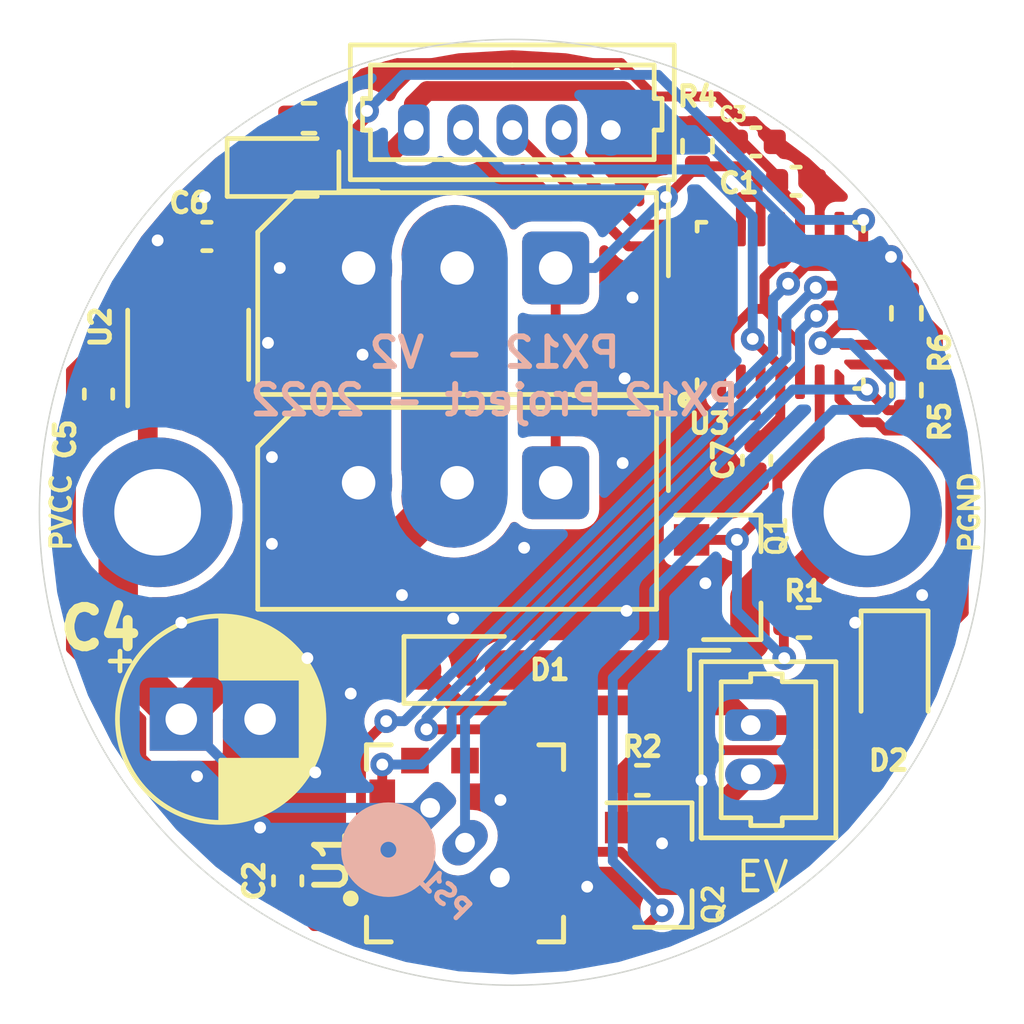
<source format=kicad_pcb>
(kicad_pcb (version 20171130) (host pcbnew "(5.1.10)-1")

  (general
    (thickness 1.6)
    (drawings 6)
    (tracks 284)
    (zones 0)
    (modules 28)
    (nets 21)
  )

  (page A4)
  (title_block
    (title "PX12 Board")
    (date 2020-11-29)
    (rev V1.0)
    (company "PX12 Project")
  )

  (layers
    (0 Front signal)
    (31 Back signal)
    (34 B.Paste user)
    (35 F.Paste user)
    (36 B.SilkS user)
    (37 F.SilkS user)
    (38 B.Mask user)
    (39 F.Mask user)
    (44 Edge.Cuts user)
    (45 Margin user)
    (46 B.CrtYd user)
    (47 F.CrtYd user)
    (49 F.Fab user hide)
  )

  (setup
    (last_trace_width 0.25)
    (user_trace_width 0.25)
    (user_trace_width 0.5)
    (user_trace_width 1)
    (trace_clearance 0.09)
    (zone_clearance 0.254)
    (zone_45_only no)
    (trace_min 0)
    (via_size 0.6)
    (via_drill 0.3)
    (via_min_size 0.4)
    (via_min_drill 0.2)
    (user_via 0.4 0.2)
    (user_via 0.6 0.3)
    (user_via 0.9 0.4)
    (uvia_size 0.6858)
    (uvia_drill 0.3302)
    (uvias_allowed no)
    (uvia_min_size 0.2)
    (uvia_min_drill 0.1)
    (edge_width 0.0381)
    (segment_width 0.254)
    (pcb_text_width 0.3048)
    (pcb_text_size 1.524 1.524)
    (mod_edge_width 0.1)
    (mod_text_size 0.5 0.5)
    (mod_text_width 0.1)
    (pad_size 3.8 3.8)
    (pad_drill 2.2)
    (pad_to_mask_clearance 0)
    (solder_mask_min_width 0.12)
    (aux_axis_origin 0 0)
    (grid_origin 180.9 90.9)
    (visible_elements 7FFFFFFF)
    (pcbplotparams
      (layerselection 0x010fc_ffffffff)
      (usegerberextensions true)
      (usegerberattributes true)
      (usegerberadvancedattributes true)
      (creategerberjobfile true)
      (excludeedgelayer true)
      (linewidth 0.100000)
      (plotframeref false)
      (viasonmask false)
      (mode 1)
      (useauxorigin false)
      (hpglpennumber 1)
      (hpglpenspeed 20)
      (hpglpendiameter 15.000000)
      (psnegative false)
      (psa4output false)
      (plotreference true)
      (plotvalue true)
      (plotinvisibletext false)
      (padsonsilk true)
      (subtractmaskfromsilk false)
      (outputformat 1)
      (mirror false)
      (drillshape 0)
      (scaleselection 1)
      (outputdirectory "Output/"))
  )

  (net 0 "")
  (net 1 +3V3)
  (net 2 GND)
  (net 3 "Net-(D3-Pad1)")
  (net 4 VCC)
  (net 5 /VALVE_GND)
  (net 6 "Net-(D3-Pad2)")
  (net 7 /AX12)
  (net 8 /~RST)
  (net 9 "Net-(D1-Pad2)")
  (net 10 /PS)
  (net 11 /PUMP)
  (net 12 /VALVE)
  (net 13 "Net-(R5-Pad2)")
  (net 14 /SWCLK)
  (net 15 /SWDIO)
  (net 16 /~SS)
  (net 17 /MOSI)
  (net 18 /SCLK)
  (net 19 /MISO)
  (net 20 /INT)

  (net_class Default "This is the default net class."
    (clearance 0.09)
    (trace_width 0.09)
    (via_dia 0.6)
    (via_drill 0.3)
    (uvia_dia 0.6858)
    (uvia_drill 0.3302)
    (diff_pair_width 0.1524)
    (diff_pair_gap 0.254)
    (add_net +3V3)
    (add_net /AX12)
    (add_net /INT)
    (add_net /MISO)
    (add_net /MOSI)
    (add_net /PS)
    (add_net /PUMP)
    (add_net /SCLK)
    (add_net /SWCLK)
    (add_net /SWDIO)
    (add_net /VALVE)
    (add_net /VALVE_GND)
    (add_net /~RST)
    (add_net /~SS)
    (add_net GND)
    (add_net "Net-(D1-Pad2)")
    (add_net "Net-(D3-Pad1)")
    (add_net "Net-(D3-Pad2)")
    (add_net "Net-(R5-Pad2)")
    (add_net VCC)
  )

  (module Connector_Molex:Molex_PicoBlade_53047-0310_1x03_P1.25mm_Vertical (layer Front) (tedit 61AFD90E) (tstamp 61B022D6)
    (at 172.916117 107.5 315)
    (descr "Molex PicoBlade Connector System, 53047-0310, 3 Pins per row (http://www.molex.com/pdm_docs/sd/530470610_sd.pdf), generated with kicad-footprint-generator")
    (tags "connector Molex PicoBlade side entry")
    (path /61B8E74E)
    (fp_text reference PS1 (at 1.827081 1.284189 315) (layer B.SilkS)
      (effects (font (size 0.5 0.5) (thickness 0.125)) (justify mirror))
    )
    (fp_text value Conn_01x03_Male (at 1.25 2.35 315) (layer F.Fab) hide
      (effects (font (size 1 1) (thickness 0.15)))
    )
    (fp_line (start 4.5 -2.55) (end -2 -2.55) (layer F.CrtYd) (width 0.05))
    (fp_line (start 4.5 1.65) (end 4.5 -2.55) (layer F.CrtYd) (width 0.05))
    (fp_line (start -2 1.65) (end 4.5 1.65) (layer F.CrtYd) (width 0.05))
    (fp_line (start -2 -2.55) (end -2 1.65) (layer F.CrtYd) (width 0.05))
    (fp_line (start 0 0.442893) (end 0.5 1.15) (layer F.Fab) (width 0.1))
    (fp_line (start -0.5 1.15) (end 0 0.442893) (layer F.Fab) (width 0.1))
    (fp_line (start 4 -2.05) (end -1.5 -2.05) (layer F.Fab) (width 0.1))
    (fp_line (start 4 1.15) (end 4 -2.05) (layer F.Fab) (width 0.1))
    (fp_line (start -1.5 1.15) (end 4 1.15) (layer F.Fab) (width 0.1))
    (fp_line (start -1.5 -2.05) (end -1.5 1.15) (layer F.Fab) (width 0.1))
    (fp_text user %R (at 1.25 -1.35 315) (layer F.Fab) hide
      (effects (font (size 1 1) (thickness 0.15)))
    )
    (fp_circle (center 0 1.5) (end 0.2 1.5) (layer B.SilkS) (width 1))
    (pad 1 thru_hole roundrect (at 0 0 315) (size 0.8 1.3) (drill 0.5) (layers *.Cu *.Mask) (roundrect_rratio 0.25)
      (net 4 VCC))
    (pad 2 thru_hole oval (at 1.25 0 315) (size 0.8 1.3) (drill 0.5) (layers *.Cu *.Mask)
      (net 10 /PS))
    (pad 3 thru_hole oval (at 2.5 0 315) (size 0.8 1.3) (drill 0.5) (layers *.Cu *.Mask)
      (net 2 GND))
    (model ${KISYS3DMOD}/Connector_Molex.3dshapes/Molex_PicoBlade_53047-0310_1x03_P1.25mm_Vertical.wrl
      (at (xyz 0 0 0))
      (scale (xyz 1 1 1))
      (rotate (xyz 0 0 0))
    )
    (model C:/Users/coren/Documents/Repos/px-12/3D/530470310.stp
      (offset (xyz 1.25 0.5 3.25))
      (scale (xyz 1 1 1))
      (rotate (xyz -90 0 180))
    )
  )

  (module Capacitor_SMD:C_0402_1005Metric (layer Front) (tedit 5F68FEEE) (tstamp 61AFEA93)
    (at 181.18 90.6)
    (descr "Capacitor SMD 0402 (1005 Metric), square (rectangular) end terminal, IPC_7351 nominal, (Body size source: IPC-SM-782 page 76, https://www.pcb-3d.com/wordpress/wp-content/uploads/ipc-sm-782a_amendment_1_and_2.pdf), generated with kicad-footprint-generator")
    (tags capacitor)
    (path /5FBAB811)
    (attr smd)
    (fp_text reference C3 (at -0.58 -0.7 180) (layer F.SilkS)
      (effects (font (size 0.35 0.35) (thickness 0.0875)))
    )
    (fp_text value 10µF (at 0 1.16) (layer F.Fab)
      (effects (font (size 1 1) (thickness 0.15)))
    )
    (fp_line (start -0.5 0.25) (end -0.5 -0.25) (layer F.Fab) (width 0.1))
    (fp_line (start -0.5 -0.25) (end 0.5 -0.25) (layer F.Fab) (width 0.1))
    (fp_line (start 0.5 -0.25) (end 0.5 0.25) (layer F.Fab) (width 0.1))
    (fp_line (start 0.5 0.25) (end -0.5 0.25) (layer F.Fab) (width 0.1))
    (fp_line (start -0.107836 -0.36) (end 0.107836 -0.36) (layer F.SilkS) (width 0.12))
    (fp_line (start -0.107836 0.36) (end 0.107836 0.36) (layer F.SilkS) (width 0.12))
    (fp_line (start -0.91 0.46) (end -0.91 -0.46) (layer F.CrtYd) (width 0.05))
    (fp_line (start -0.91 -0.46) (end 0.91 -0.46) (layer F.CrtYd) (width 0.05))
    (fp_line (start 0.91 -0.46) (end 0.91 0.46) (layer F.CrtYd) (width 0.05))
    (fp_line (start 0.91 0.46) (end -0.91 0.46) (layer F.CrtYd) (width 0.05))
    (fp_text user %R (at 0 0) (layer F.Fab)
      (effects (font (size 0.25 0.25) (thickness 0.04)))
    )
    (pad 2 smd roundrect (at 0.48 0) (size 0.56 0.62) (layers Front F.Paste F.Mask) (roundrect_rratio 0.25)
      (net 2 GND))
    (pad 1 smd roundrect (at -0.48 0) (size 0.56 0.62) (layers Front F.Paste F.Mask) (roundrect_rratio 0.25)
      (net 1 +3V3))
    (model ${KISYS3DMOD}/Capacitor_SMD.3dshapes/C_0402_1005Metric.wrl
      (at (xyz 0 0 0))
      (scale (xyz 1 1 1))
      (rotate (xyz 0 0 0))
    )
  )

  (module LED_SMD:LED_0603_1608Metric (layer Front) (tedit 5F68FEF1) (tstamp 5FBE6C50)
    (at 169.25 91.25)
    (descr "LED SMD 0603 (1608 Metric), square (rectangular) end terminal, IPC_7351 nominal, (Body size source: http://www.tortai-tech.com/upload/download/2011102023233369053.pdf), generated with kicad-footprint-generator")
    (tags LED)
    (path /5FC0378B)
    (attr smd)
    (fp_text reference D3 (at 0 -1.43) (layer F.SilkS) hide
      (effects (font (size 1 1) (thickness 0.15)))
    )
    (fp_text value "RED LED" (at 0 1.43) (layer F.Fab)
      (effects (font (size 1 1) (thickness 0.15)))
    )
    (fp_line (start 0.8 -0.4) (end -0.5 -0.4) (layer F.Fab) (width 0.1))
    (fp_line (start -0.5 -0.4) (end -0.8 -0.1) (layer F.Fab) (width 0.1))
    (fp_line (start -0.8 -0.1) (end -0.8 0.4) (layer F.Fab) (width 0.1))
    (fp_line (start -0.8 0.4) (end 0.8 0.4) (layer F.Fab) (width 0.1))
    (fp_line (start 0.8 0.4) (end 0.8 -0.4) (layer F.Fab) (width 0.1))
    (fp_line (start 0.8 -0.735) (end -1.485 -0.735) (layer F.SilkS) (width 0.12))
    (fp_line (start -1.485 -0.735) (end -1.485 0.735) (layer F.SilkS) (width 0.12))
    (fp_line (start -1.485 0.735) (end 0.8 0.735) (layer F.SilkS) (width 0.12))
    (fp_line (start -1.48 0.73) (end -1.48 -0.73) (layer F.CrtYd) (width 0.05))
    (fp_line (start -1.48 -0.73) (end 1.48 -0.73) (layer F.CrtYd) (width 0.05))
    (fp_line (start 1.48 -0.73) (end 1.48 0.73) (layer F.CrtYd) (width 0.05))
    (fp_line (start 1.48 0.73) (end -1.48 0.73) (layer F.CrtYd) (width 0.05))
    (fp_text user %R (at 0 0) (layer F.Fab)
      (effects (font (size 0.4 0.4) (thickness 0.06)))
    )
    (pad 1 smd roundrect (at -0.7875 0) (size 0.875 0.95) (layers Front F.Paste F.Mask) (roundrect_rratio 0.25)
      (net 3 "Net-(D3-Pad1)"))
    (pad 2 smd roundrect (at 0.7875 0) (size 0.875 0.95) (layers Front F.Paste F.Mask) (roundrect_rratio 0.25)
      (net 6 "Net-(D3-Pad2)"))
    (model ${KISYS3DMOD}/LED_SMD.3dshapes/LED_0603_1608Metric.wrl
      (at (xyz 0 0 0))
      (scale (xyz 1 1 1))
      (rotate (xyz 0 0 0))
    )
  )

  (module Package_TO_SOT_SMD:SOT-23 (layer Front) (tedit 5A02FF57) (tstamp 5FBC55D5)
    (at 180.55 101.65)
    (descr "SOT-23, Standard")
    (tags SOT-23)
    (path /5FD1BD93)
    (attr smd)
    (fp_text reference Q1 (at 1.15 -1.05 270) (layer F.SilkS)
      (effects (font (size 0.5 0.5) (thickness 0.1)))
    )
    (fp_text value IRLML2060 (at 0 2.5) (layer F.Fab)
      (effects (font (size 1 1) (thickness 0.15)))
    )
    (fp_line (start -0.7 -0.95) (end -0.7 1.5) (layer F.Fab) (width 0.1))
    (fp_line (start -0.15 -1.52) (end 0.7 -1.52) (layer F.Fab) (width 0.1))
    (fp_line (start -0.7 -0.95) (end -0.15 -1.52) (layer F.Fab) (width 0.1))
    (fp_line (start 0.7 -1.52) (end 0.7 1.52) (layer F.Fab) (width 0.1))
    (fp_line (start -0.7 1.52) (end 0.7 1.52) (layer F.Fab) (width 0.1))
    (fp_line (start 0.76 1.58) (end 0.76 0.65) (layer F.SilkS) (width 0.12))
    (fp_line (start 0.76 -1.58) (end 0.76 -0.65) (layer F.SilkS) (width 0.12))
    (fp_line (start -1.7 -1.75) (end 1.7 -1.75) (layer F.CrtYd) (width 0.05))
    (fp_line (start 1.7 -1.75) (end 1.7 1.75) (layer F.CrtYd) (width 0.05))
    (fp_line (start 1.7 1.75) (end -1.7 1.75) (layer F.CrtYd) (width 0.05))
    (fp_line (start -1.7 1.75) (end -1.7 -1.75) (layer F.CrtYd) (width 0.05))
    (fp_line (start 0.76 -1.58) (end -1.4 -1.58) (layer F.SilkS) (width 0.12))
    (fp_line (start 0.76 1.58) (end -0.7 1.58) (layer F.SilkS) (width 0.12))
    (fp_text user %R (at 0 0 90) (layer F.Fab)
      (effects (font (size 0.5 0.5) (thickness 0.075)))
    )
    (pad 3 smd rect (at 1 0) (size 0.9 0.8) (layers Front F.Paste F.Mask)
      (net 9 "Net-(D1-Pad2)"))
    (pad 2 smd rect (at -1 0.95) (size 0.9 0.8) (layers Front F.Paste F.Mask)
      (net 2 GND))
    (pad 1 smd rect (at -1 -0.95) (size 0.9 0.8) (layers Front F.Paste F.Mask)
      (net 11 /PUMP))
    (model ${KISYS3DMOD}/Package_TO_SOT_SMD.3dshapes/SOT-23.wrl
      (at (xyz 0 0 0))
      (scale (xyz 1 1 1))
      (rotate (xyz 0 0 0))
    )
  )

  (module Connector_Molex:Molex_PicoBlade_53047-0210_1x02_P1.25mm_Vertical (layer Front) (tedit 5B783167) (tstamp 5FBE45B0)
    (at 181.05 105.4 270)
    (descr "Molex PicoBlade Connector System, 53047-0210, 2 Pins per row (http://www.molex.com/pdm_docs/sd/530470610_sd.pdf), generated with kicad-footprint-generator")
    (tags "connector Molex PicoBlade side entry")
    (path /5FD0F1C5)
    (fp_text reference VALVE1 (at 0.62 -3.25 90) (layer F.SilkS) hide
      (effects (font (size 1 1) (thickness 0.15)))
    )
    (fp_text value Conn_01x02_Male (at 0.62 2.35 90) (layer F.Fab)
      (effects (font (size 1 1) (thickness 0.15)))
    )
    (fp_line (start 3.25 -2.55) (end -2 -2.55) (layer F.CrtYd) (width 0.05))
    (fp_line (start 3.25 1.65) (end 3.25 -2.55) (layer F.CrtYd) (width 0.05))
    (fp_line (start -2 1.65) (end 3.25 1.65) (layer F.CrtYd) (width 0.05))
    (fp_line (start -2 -2.55) (end -2 1.65) (layer F.CrtYd) (width 0.05))
    (fp_line (start 0 0.442893) (end 0.5 1.15) (layer F.Fab) (width 0.1))
    (fp_line (start -0.5 1.15) (end 0 0.442893) (layer F.Fab) (width 0.1))
    (fp_line (start -1.9 1.55) (end -0.9 1.55) (layer F.SilkS) (width 0.12))
    (fp_line (start -1.9 1.55) (end -1.9 0.55) (layer F.SilkS) (width 0.12))
    (fp_line (start 2.35 -1.65) (end 0.625 -1.65) (layer F.SilkS) (width 0.12))
    (fp_line (start 2.35 -0.8) (end 2.35 -1.65) (layer F.SilkS) (width 0.12))
    (fp_line (start 2.55 -0.8) (end 2.35 -0.8) (layer F.SilkS) (width 0.12))
    (fp_line (start 2.55 0) (end 2.55 -0.8) (layer F.SilkS) (width 0.12))
    (fp_line (start 2.35 0) (end 2.55 0) (layer F.SilkS) (width 0.12))
    (fp_line (start 2.35 0.75) (end 2.35 0) (layer F.SilkS) (width 0.12))
    (fp_line (start 0.625 0.75) (end 2.35 0.75) (layer F.SilkS) (width 0.12))
    (fp_line (start -1.1 -1.65) (end 0.625 -1.65) (layer F.SilkS) (width 0.12))
    (fp_line (start -1.1 -0.8) (end -1.1 -1.65) (layer F.SilkS) (width 0.12))
    (fp_line (start -1.3 -0.8) (end -1.1 -0.8) (layer F.SilkS) (width 0.12))
    (fp_line (start -1.3 0) (end -1.3 -0.8) (layer F.SilkS) (width 0.12))
    (fp_line (start -1.1 0) (end -1.3 0) (layer F.SilkS) (width 0.12))
    (fp_line (start -1.1 0.75) (end -1.1 0) (layer F.SilkS) (width 0.12))
    (fp_line (start 0.625 0.75) (end -1.1 0.75) (layer F.SilkS) (width 0.12))
    (fp_line (start 2.86 -2.16) (end -1.61 -2.16) (layer F.SilkS) (width 0.12))
    (fp_line (start 2.86 1.26) (end 2.86 -2.16) (layer F.SilkS) (width 0.12))
    (fp_line (start -1.61 1.26) (end 2.86 1.26) (layer F.SilkS) (width 0.12))
    (fp_line (start -1.61 -2.16) (end -1.61 1.26) (layer F.SilkS) (width 0.12))
    (fp_line (start 2.75 -2.05) (end -1.5 -2.05) (layer F.Fab) (width 0.1))
    (fp_line (start 2.75 1.15) (end 2.75 -2.05) (layer F.Fab) (width 0.1))
    (fp_line (start -1.5 1.15) (end 2.75 1.15) (layer F.Fab) (width 0.1))
    (fp_line (start -1.5 -2.05) (end -1.5 1.15) (layer F.Fab) (width 0.1))
    (fp_text user %R (at 0.62 -1.35 90) (layer F.Fab)
      (effects (font (size 1 1) (thickness 0.15)))
    )
    (pad 1 thru_hole roundrect (at 0 0 270) (size 0.8 1.3) (drill 0.5) (layers *.Cu *.Mask) (roundrect_rratio 0.25)
      (net 4 VCC))
    (pad 2 thru_hole oval (at 1.25 0 270) (size 0.8 1.3) (drill 0.5) (layers *.Cu *.Mask)
      (net 5 /VALVE_GND))
    (model C:/Users/coren/Documents/Repos/px-12/3D/530470210.stp
      (offset (xyz 0.625 0.45 3))
      (scale (xyz 1 1 1))
      (rotate (xyz -90 0 180))
    )
  )

  (module Package_TO_SOT_SMD:SOT-23 (layer Front) (tedit 5A02FF57) (tstamp 5FBDA108)
    (at 178.8 108.95)
    (descr "SOT-23, Standard")
    (tags SOT-23)
    (path /5FD983D5)
    (attr smd)
    (fp_text reference Q2 (at 1.3 1 90) (layer F.SilkS)
      (effects (font (size 0.5 0.5) (thickness 0.1)))
    )
    (fp_text value IRLML2060 (at 0 2.5 180) (layer F.Fab)
      (effects (font (size 1 1) (thickness 0.15)))
    )
    (fp_line (start 0.76 1.58) (end -0.7 1.58) (layer F.SilkS) (width 0.12))
    (fp_line (start 0.76 -1.58) (end -1.4 -1.58) (layer F.SilkS) (width 0.12))
    (fp_line (start -1.7 1.75) (end -1.7 -1.75) (layer F.CrtYd) (width 0.05))
    (fp_line (start 1.7 1.75) (end -1.7 1.75) (layer F.CrtYd) (width 0.05))
    (fp_line (start 1.7 -1.75) (end 1.7 1.75) (layer F.CrtYd) (width 0.05))
    (fp_line (start -1.7 -1.75) (end 1.7 -1.75) (layer F.CrtYd) (width 0.05))
    (fp_line (start 0.76 -1.58) (end 0.76 -0.65) (layer F.SilkS) (width 0.12))
    (fp_line (start 0.76 1.58) (end 0.76 0.65) (layer F.SilkS) (width 0.12))
    (fp_line (start -0.7 1.52) (end 0.7 1.52) (layer F.Fab) (width 0.1))
    (fp_line (start 0.7 -1.52) (end 0.7 1.52) (layer F.Fab) (width 0.1))
    (fp_line (start -0.7 -0.95) (end -0.15 -1.52) (layer F.Fab) (width 0.1))
    (fp_line (start -0.15 -1.52) (end 0.7 -1.52) (layer F.Fab) (width 0.1))
    (fp_line (start -0.7 -0.95) (end -0.7 1.5) (layer F.Fab) (width 0.1))
    (fp_text user %R (at 0 0 270) (layer F.Fab)
      (effects (font (size 0.5 0.5) (thickness 0.075)))
    )
    (pad 1 smd rect (at -1 -0.95) (size 0.9 0.8) (layers Front F.Paste F.Mask)
      (net 12 /VALVE))
    (pad 2 smd rect (at -1 0.95) (size 0.9 0.8) (layers Front F.Paste F.Mask)
      (net 2 GND))
    (pad 3 smd rect (at 1 0) (size 0.9 0.8) (layers Front F.Paste F.Mask)
      (net 5 /VALVE_GND))
    (model ${KISYS3DMOD}/Package_TO_SOT_SMD.3dshapes/SOT-23.wrl
      (at (xyz 0 0 0))
      (scale (xyz 1 1 1))
      (rotate (xyz 0 0 0))
    )
  )

  (module Package_DFN_QFN:QFN-28_4x4mm_P0.5mm (layer Front) (tedit 5D9F792A) (tstamp 5FBD56CE)
    (at 181.8 94.75 90)
    (descr "QFN, 28 Pin (http://www.st.com/resource/en/datasheet/stm32f031k6.pdf#page=90), generated with kicad-footprint-generator ipc_noLead_generator.py")
    (tags "QFN NoLead")
    (path /61AD6CF1)
    (attr smd)
    (fp_text reference U3 (at -3 -1.8 180) (layer F.SilkS)
      (effects (font (size 0.5 0.5) (thickness 0.125)))
    )
    (fp_text value STM32L031G6Ux (at 0 3.32 90) (layer F.Fab)
      (effects (font (size 1 1) (thickness 0.15)))
    )
    (fp_line (start 1.885 -2.11) (end 2.11 -2.11) (layer F.SilkS) (width 0.12))
    (fp_line (start 2.11 -2.11) (end 2.11 -1.885) (layer F.SilkS) (width 0.12))
    (fp_line (start -1.885 2.11) (end -2.11 2.11) (layer F.SilkS) (width 0.12))
    (fp_line (start -2.11 2.11) (end -2.11 1.885) (layer F.SilkS) (width 0.12))
    (fp_line (start 1.885 2.11) (end 2.11 2.11) (layer F.SilkS) (width 0.12))
    (fp_line (start 2.11 2.11) (end 2.11 1.885) (layer F.SilkS) (width 0.12))
    (fp_line (start -1.885 -2.11) (end -2.11 -2.11) (layer F.SilkS) (width 0.12))
    (fp_line (start -1 -2) (end 2 -2) (layer F.Fab) (width 0.1))
    (fp_line (start 2 -2) (end 2 2) (layer F.Fab) (width 0.1))
    (fp_line (start 2 2) (end -2 2) (layer F.Fab) (width 0.1))
    (fp_line (start -2 2) (end -2 -1) (layer F.Fab) (width 0.1))
    (fp_line (start -2 -1) (end -1 -2) (layer F.Fab) (width 0.1))
    (fp_line (start -2.62 -2.62) (end -2.62 2.62) (layer F.CrtYd) (width 0.05))
    (fp_line (start -2.62 2.62) (end 2.62 2.62) (layer F.CrtYd) (width 0.05))
    (fp_line (start 2.62 2.62) (end 2.62 -2.62) (layer F.CrtYd) (width 0.05))
    (fp_line (start 2.62 -2.62) (end -2.62 -2.62) (layer F.CrtYd) (width 0.05))
    (fp_text user %R (at 0 0 90) (layer F.Fab)
      (effects (font (size 1 1) (thickness 0.15)))
    )
    (pad 1 smd custom (at -1.9975 -1.5 90) (size 0.136863 0.136863) (layers Front F.Paste F.Mask)
      (net 1 +3V3)
      (options (clearance outline) (anchor circle))
      (primitives
        (gr_poly (pts
           (xy -0.3325 -0.08) (xy 0.19886 -0.08) (xy 0.3325 0.05364) (xy 0.3325 0.08) (xy -0.3325 0.08)
) (width 0.09))
      ))
    (pad 2 smd roundrect (at -1.9375 -1 90) (size 0.875 0.25) (layers Front F.Paste F.Mask) (roundrect_rratio 0.25))
    (pad 3 smd roundrect (at -1.9375 -0.5 90) (size 0.875 0.25) (layers Front F.Paste F.Mask) (roundrect_rratio 0.25))
    (pad 4 smd roundrect (at -1.9375 0 90) (size 0.875 0.25) (layers Front F.Paste F.Mask) (roundrect_rratio 0.25)
      (net 8 /~RST))
    (pad 5 smd roundrect (at -1.9375 0.5 90) (size 0.875 0.25) (layers Front F.Paste F.Mask) (roundrect_rratio 0.25)
      (net 1 +3V3))
    (pad 6 smd roundrect (at -1.9375 1 90) (size 0.875 0.25) (layers Front F.Paste F.Mask) (roundrect_rratio 0.25)
      (net 11 /PUMP))
    (pad 7 smd custom (at -1.9975 1.5 90) (size 0.136863 0.136863) (layers Front F.Paste F.Mask)
      (net 12 /VALVE)
      (options (clearance outline) (anchor circle))
      (primitives
        (gr_poly (pts
           (xy -0.3325 -0.08) (xy 0.3325 -0.08) (xy 0.3325 -0.05364) (xy 0.19886 0.08) (xy -0.3325 0.08)
) (width 0.09))
      ))
    (pad 8 smd custom (at -1.5 1.9975 90) (size 0.136863 0.136863) (layers Front F.Paste F.Mask)
      (net 13 "Net-(R5-Pad2)")
      (options (clearance outline) (anchor circle))
      (primitives
        (gr_poly (pts
           (xy -0.08 -0.19886) (xy 0.05364 -0.3325) (xy 0.08 -0.3325) (xy 0.08 0.3325) (xy -0.08 0.3325)
) (width 0.09))
      ))
    (pad 9 smd roundrect (at -1 1.9375 90) (size 0.25 0.875) (layers Front F.Paste F.Mask) (roundrect_rratio 0.25)
      (net 20 /INT))
    (pad 10 smd roundrect (at -0.5 1.9375 90) (size 0.25 0.875) (layers Front F.Paste F.Mask) (roundrect_rratio 0.25)
      (net 16 /~SS))
    (pad 11 smd roundrect (at 0 1.9375 90) (size 0.25 0.875) (layers Front F.Paste F.Mask) (roundrect_rratio 0.25)
      (net 18 /SCLK))
    (pad 12 smd roundrect (at 0.5 1.9375 90) (size 0.25 0.875) (layers Front F.Paste F.Mask) (roundrect_rratio 0.25)
      (net 19 /MISO))
    (pad 13 smd roundrect (at 1 1.9375 90) (size 0.25 0.875) (layers Front F.Paste F.Mask) (roundrect_rratio 0.25)
      (net 17 /MOSI))
    (pad 14 smd custom (at 1.5 1.9975 90) (size 0.136863 0.136863) (layers Front F.Paste F.Mask)
      (net 6 "Net-(D3-Pad2)")
      (options (clearance outline) (anchor circle))
      (primitives
        (gr_poly (pts
           (xy -0.08 -0.3325) (xy -0.05364 -0.3325) (xy 0.08 -0.19886) (xy 0.08 0.3325) (xy -0.08 0.3325)
) (width 0.09))
      ))
    (pad 15 smd custom (at 1.9975 1.5 90) (size 0.136863 0.136863) (layers Front F.Paste F.Mask)
      (options (clearance outline) (anchor circle))
      (primitives
        (gr_poly (pts
           (xy -0.3325 -0.08) (xy 0.3325 -0.08) (xy 0.3325 0.08) (xy -0.19886 0.08) (xy -0.3325 -0.05364)
) (width 0.09))
      ))
    (pad 16 smd roundrect (at 1.9375 1 90) (size 0.875 0.25) (layers Front F.Paste F.Mask) (roundrect_rratio 0.25)
      (net 2 GND))
    (pad 17 smd roundrect (at 1.9375 0.5 90) (size 0.875 0.25) (layers Front F.Paste F.Mask) (roundrect_rratio 0.25)
      (net 1 +3V3))
    (pad 18 smd roundrect (at 1.9375 0 90) (size 0.875 0.25) (layers Front F.Paste F.Mask) (roundrect_rratio 0.25))
    (pad 19 smd roundrect (at 1.9375 -0.5 90) (size 0.875 0.25) (layers Front F.Paste F.Mask) (roundrect_rratio 0.25)
      (net 7 /AX12))
    (pad 20 smd roundrect (at 1.9375 -1 90) (size 0.875 0.25) (layers Front F.Paste F.Mask) (roundrect_rratio 0.25)
      (net 7 /AX12))
    (pad 21 smd custom (at 1.9975 -1.5 90) (size 0.136863 0.136863) (layers Front F.Paste F.Mask)
      (net 15 /SWDIO)
      (options (clearance outline) (anchor circle))
      (primitives
        (gr_poly (pts
           (xy -0.3325 0.05364) (xy -0.19886 -0.08) (xy 0.3325 -0.08) (xy 0.3325 0.08) (xy -0.3325 0.08)
) (width 0.09))
      ))
    (pad 22 smd custom (at 1.5 -1.9975 90) (size 0.136863 0.136863) (layers Front F.Paste F.Mask)
      (net 14 /SWCLK)
      (options (clearance outline) (anchor circle))
      (primitives
        (gr_poly (pts
           (xy -0.08 -0.3325) (xy 0.08 -0.3325) (xy 0.08 0.19886) (xy -0.05364 0.3325) (xy -0.08 0.3325)
) (width 0.09))
      ))
    (pad 23 smd roundrect (at 1 -1.9375 90) (size 0.25 0.875) (layers Front F.Paste F.Mask) (roundrect_rratio 0.25))
    (pad 24 smd roundrect (at 0.5 -1.9375 90) (size 0.25 0.875) (layers Front F.Paste F.Mask) (roundrect_rratio 0.25))
    (pad 25 smd roundrect (at 0 -1.9375 90) (size 0.25 0.875) (layers Front F.Paste F.Mask) (roundrect_rratio 0.25))
    (pad 26 smd roundrect (at -0.5 -1.9375 90) (size 0.25 0.875) (layers Front F.Paste F.Mask) (roundrect_rratio 0.25))
    (pad 27 smd roundrect (at -1 -1.9375 90) (size 0.25 0.875) (layers Front F.Paste F.Mask) (roundrect_rratio 0.25))
    (pad 28 smd custom (at -1.5 -1.9975 90) (size 0.136863 0.136863) (layers Front F.Paste F.Mask)
      (net 2 GND)
      (options (clearance outline) (anchor circle))
      (primitives
        (gr_poly (pts
           (xy -0.08 -0.3325) (xy 0.08 -0.3325) (xy 0.08 0.3325) (xy 0.05364 0.3325) (xy -0.08 0.19886)
) (width 0.09))
      ))
    (model ${KISYS3DMOD}/Package_DFN_QFN.3dshapes/QFN-28_4x4mm_P0.5mm.wrl
      (at (xyz 0 0 0))
      (scale (xyz 1 1 1))
      (rotate (xyz 0 0 0))
    )
  )

  (module Capacitor_THT:CP_Radial_D5.0mm_P2.00mm (layer Front) (tedit 5AE50EF0) (tstamp 5FBD80A0)
    (at 166.6 105.25)
    (descr "CP, Radial series, Radial, pin pitch=2.00mm, , diameter=5mm, Electrolytic Capacitor")
    (tags "CP Radial series Radial pin pitch 2.00mm  diameter 5mm Electrolytic Capacitor")
    (path /5FDA85E6)
    (fp_text reference C4 (at -2.05 -2.3) (layer F.SilkS)
      (effects (font (size 1 1) (thickness 0.25)))
    )
    (fp_text value 33uF (at 1 3.75) (layer F.Fab)
      (effects (font (size 1 1) (thickness 0.15)))
    )
    (fp_circle (center 1 0) (end 3.5 0) (layer F.Fab) (width 0.1))
    (fp_circle (center 1 0) (end 3.62 0) (layer F.SilkS) (width 0.12))
    (fp_circle (center 1 0) (end 3.75 0) (layer F.CrtYd) (width 0.05))
    (fp_line (start -1.133605 -1.0875) (end -0.633605 -1.0875) (layer F.Fab) (width 0.1))
    (fp_line (start -0.883605 -1.3375) (end -0.883605 -0.8375) (layer F.Fab) (width 0.1))
    (fp_line (start 1 1.04) (end 1 2.58) (layer F.SilkS) (width 0.12))
    (fp_line (start 1 -2.58) (end 1 -1.04) (layer F.SilkS) (width 0.12))
    (fp_line (start 1.04 1.04) (end 1.04 2.58) (layer F.SilkS) (width 0.12))
    (fp_line (start 1.04 -2.58) (end 1.04 -1.04) (layer F.SilkS) (width 0.12))
    (fp_line (start 1.08 -2.579) (end 1.08 -1.04) (layer F.SilkS) (width 0.12))
    (fp_line (start 1.08 1.04) (end 1.08 2.579) (layer F.SilkS) (width 0.12))
    (fp_line (start 1.12 -2.578) (end 1.12 -1.04) (layer F.SilkS) (width 0.12))
    (fp_line (start 1.12 1.04) (end 1.12 2.578) (layer F.SilkS) (width 0.12))
    (fp_line (start 1.16 -2.576) (end 1.16 -1.04) (layer F.SilkS) (width 0.12))
    (fp_line (start 1.16 1.04) (end 1.16 2.576) (layer F.SilkS) (width 0.12))
    (fp_line (start 1.2 -2.573) (end 1.2 -1.04) (layer F.SilkS) (width 0.12))
    (fp_line (start 1.2 1.04) (end 1.2 2.573) (layer F.SilkS) (width 0.12))
    (fp_line (start 1.24 -2.569) (end 1.24 -1.04) (layer F.SilkS) (width 0.12))
    (fp_line (start 1.24 1.04) (end 1.24 2.569) (layer F.SilkS) (width 0.12))
    (fp_line (start 1.28 -2.565) (end 1.28 -1.04) (layer F.SilkS) (width 0.12))
    (fp_line (start 1.28 1.04) (end 1.28 2.565) (layer F.SilkS) (width 0.12))
    (fp_line (start 1.32 -2.561) (end 1.32 -1.04) (layer F.SilkS) (width 0.12))
    (fp_line (start 1.32 1.04) (end 1.32 2.561) (layer F.SilkS) (width 0.12))
    (fp_line (start 1.36 -2.556) (end 1.36 -1.04) (layer F.SilkS) (width 0.12))
    (fp_line (start 1.36 1.04) (end 1.36 2.556) (layer F.SilkS) (width 0.12))
    (fp_line (start 1.4 -2.55) (end 1.4 -1.04) (layer F.SilkS) (width 0.12))
    (fp_line (start 1.4 1.04) (end 1.4 2.55) (layer F.SilkS) (width 0.12))
    (fp_line (start 1.44 -2.543) (end 1.44 -1.04) (layer F.SilkS) (width 0.12))
    (fp_line (start 1.44 1.04) (end 1.44 2.543) (layer F.SilkS) (width 0.12))
    (fp_line (start 1.48 -2.536) (end 1.48 -1.04) (layer F.SilkS) (width 0.12))
    (fp_line (start 1.48 1.04) (end 1.48 2.536) (layer F.SilkS) (width 0.12))
    (fp_line (start 1.52 -2.528) (end 1.52 -1.04) (layer F.SilkS) (width 0.12))
    (fp_line (start 1.52 1.04) (end 1.52 2.528) (layer F.SilkS) (width 0.12))
    (fp_line (start 1.56 -2.52) (end 1.56 -1.04) (layer F.SilkS) (width 0.12))
    (fp_line (start 1.56 1.04) (end 1.56 2.52) (layer F.SilkS) (width 0.12))
    (fp_line (start 1.6 -2.511) (end 1.6 -1.04) (layer F.SilkS) (width 0.12))
    (fp_line (start 1.6 1.04) (end 1.6 2.511) (layer F.SilkS) (width 0.12))
    (fp_line (start 1.64 -2.501) (end 1.64 -1.04) (layer F.SilkS) (width 0.12))
    (fp_line (start 1.64 1.04) (end 1.64 2.501) (layer F.SilkS) (width 0.12))
    (fp_line (start 1.68 -2.491) (end 1.68 -1.04) (layer F.SilkS) (width 0.12))
    (fp_line (start 1.68 1.04) (end 1.68 2.491) (layer F.SilkS) (width 0.12))
    (fp_line (start 1.721 -2.48) (end 1.721 -1.04) (layer F.SilkS) (width 0.12))
    (fp_line (start 1.721 1.04) (end 1.721 2.48) (layer F.SilkS) (width 0.12))
    (fp_line (start 1.761 -2.468) (end 1.761 -1.04) (layer F.SilkS) (width 0.12))
    (fp_line (start 1.761 1.04) (end 1.761 2.468) (layer F.SilkS) (width 0.12))
    (fp_line (start 1.801 -2.455) (end 1.801 -1.04) (layer F.SilkS) (width 0.12))
    (fp_line (start 1.801 1.04) (end 1.801 2.455) (layer F.SilkS) (width 0.12))
    (fp_line (start 1.841 -2.442) (end 1.841 -1.04) (layer F.SilkS) (width 0.12))
    (fp_line (start 1.841 1.04) (end 1.841 2.442) (layer F.SilkS) (width 0.12))
    (fp_line (start 1.881 -2.428) (end 1.881 -1.04) (layer F.SilkS) (width 0.12))
    (fp_line (start 1.881 1.04) (end 1.881 2.428) (layer F.SilkS) (width 0.12))
    (fp_line (start 1.921 -2.414) (end 1.921 -1.04) (layer F.SilkS) (width 0.12))
    (fp_line (start 1.921 1.04) (end 1.921 2.414) (layer F.SilkS) (width 0.12))
    (fp_line (start 1.961 -2.398) (end 1.961 -1.04) (layer F.SilkS) (width 0.12))
    (fp_line (start 1.961 1.04) (end 1.961 2.398) (layer F.SilkS) (width 0.12))
    (fp_line (start 2.001 -2.382) (end 2.001 -1.04) (layer F.SilkS) (width 0.12))
    (fp_line (start 2.001 1.04) (end 2.001 2.382) (layer F.SilkS) (width 0.12))
    (fp_line (start 2.041 -2.365) (end 2.041 -1.04) (layer F.SilkS) (width 0.12))
    (fp_line (start 2.041 1.04) (end 2.041 2.365) (layer F.SilkS) (width 0.12))
    (fp_line (start 2.081 -2.348) (end 2.081 -1.04) (layer F.SilkS) (width 0.12))
    (fp_line (start 2.081 1.04) (end 2.081 2.348) (layer F.SilkS) (width 0.12))
    (fp_line (start 2.121 -2.329) (end 2.121 -1.04) (layer F.SilkS) (width 0.12))
    (fp_line (start 2.121 1.04) (end 2.121 2.329) (layer F.SilkS) (width 0.12))
    (fp_line (start 2.161 -2.31) (end 2.161 -1.04) (layer F.SilkS) (width 0.12))
    (fp_line (start 2.161 1.04) (end 2.161 2.31) (layer F.SilkS) (width 0.12))
    (fp_line (start 2.201 -2.29) (end 2.201 -1.04) (layer F.SilkS) (width 0.12))
    (fp_line (start 2.201 1.04) (end 2.201 2.29) (layer F.SilkS) (width 0.12))
    (fp_line (start 2.241 -2.268) (end 2.241 -1.04) (layer F.SilkS) (width 0.12))
    (fp_line (start 2.241 1.04) (end 2.241 2.268) (layer F.SilkS) (width 0.12))
    (fp_line (start 2.281 -2.247) (end 2.281 -1.04) (layer F.SilkS) (width 0.12))
    (fp_line (start 2.281 1.04) (end 2.281 2.247) (layer F.SilkS) (width 0.12))
    (fp_line (start 2.321 -2.224) (end 2.321 -1.04) (layer F.SilkS) (width 0.12))
    (fp_line (start 2.321 1.04) (end 2.321 2.224) (layer F.SilkS) (width 0.12))
    (fp_line (start 2.361 -2.2) (end 2.361 -1.04) (layer F.SilkS) (width 0.12))
    (fp_line (start 2.361 1.04) (end 2.361 2.2) (layer F.SilkS) (width 0.12))
    (fp_line (start 2.401 -2.175) (end 2.401 -1.04) (layer F.SilkS) (width 0.12))
    (fp_line (start 2.401 1.04) (end 2.401 2.175) (layer F.SilkS) (width 0.12))
    (fp_line (start 2.441 -2.149) (end 2.441 -1.04) (layer F.SilkS) (width 0.12))
    (fp_line (start 2.441 1.04) (end 2.441 2.149) (layer F.SilkS) (width 0.12))
    (fp_line (start 2.481 -2.122) (end 2.481 -1.04) (layer F.SilkS) (width 0.12))
    (fp_line (start 2.481 1.04) (end 2.481 2.122) (layer F.SilkS) (width 0.12))
    (fp_line (start 2.521 -2.095) (end 2.521 -1.04) (layer F.SilkS) (width 0.12))
    (fp_line (start 2.521 1.04) (end 2.521 2.095) (layer F.SilkS) (width 0.12))
    (fp_line (start 2.561 -2.065) (end 2.561 -1.04) (layer F.SilkS) (width 0.12))
    (fp_line (start 2.561 1.04) (end 2.561 2.065) (layer F.SilkS) (width 0.12))
    (fp_line (start 2.601 -2.035) (end 2.601 -1.04) (layer F.SilkS) (width 0.12))
    (fp_line (start 2.601 1.04) (end 2.601 2.035) (layer F.SilkS) (width 0.12))
    (fp_line (start 2.641 -2.004) (end 2.641 -1.04) (layer F.SilkS) (width 0.12))
    (fp_line (start 2.641 1.04) (end 2.641 2.004) (layer F.SilkS) (width 0.12))
    (fp_line (start 2.681 -1.971) (end 2.681 -1.04) (layer F.SilkS) (width 0.12))
    (fp_line (start 2.681 1.04) (end 2.681 1.971) (layer F.SilkS) (width 0.12))
    (fp_line (start 2.721 -1.937) (end 2.721 -1.04) (layer F.SilkS) (width 0.12))
    (fp_line (start 2.721 1.04) (end 2.721 1.937) (layer F.SilkS) (width 0.12))
    (fp_line (start 2.761 -1.901) (end 2.761 -1.04) (layer F.SilkS) (width 0.12))
    (fp_line (start 2.761 1.04) (end 2.761 1.901) (layer F.SilkS) (width 0.12))
    (fp_line (start 2.801 -1.864) (end 2.801 -1.04) (layer F.SilkS) (width 0.12))
    (fp_line (start 2.801 1.04) (end 2.801 1.864) (layer F.SilkS) (width 0.12))
    (fp_line (start 2.841 -1.826) (end 2.841 -1.04) (layer F.SilkS) (width 0.12))
    (fp_line (start 2.841 1.04) (end 2.841 1.826) (layer F.SilkS) (width 0.12))
    (fp_line (start 2.881 -1.785) (end 2.881 -1.04) (layer F.SilkS) (width 0.12))
    (fp_line (start 2.881 1.04) (end 2.881 1.785) (layer F.SilkS) (width 0.12))
    (fp_line (start 2.921 -1.743) (end 2.921 -1.04) (layer F.SilkS) (width 0.12))
    (fp_line (start 2.921 1.04) (end 2.921 1.743) (layer F.SilkS) (width 0.12))
    (fp_line (start 2.961 -1.699) (end 2.961 -1.04) (layer F.SilkS) (width 0.12))
    (fp_line (start 2.961 1.04) (end 2.961 1.699) (layer F.SilkS) (width 0.12))
    (fp_line (start 3.001 -1.653) (end 3.001 -1.04) (layer F.SilkS) (width 0.12))
    (fp_line (start 3.001 1.04) (end 3.001 1.653) (layer F.SilkS) (width 0.12))
    (fp_line (start 3.041 -1.605) (end 3.041 1.605) (layer F.SilkS) (width 0.12))
    (fp_line (start 3.081 -1.554) (end 3.081 1.554) (layer F.SilkS) (width 0.12))
    (fp_line (start 3.121 -1.5) (end 3.121 1.5) (layer F.SilkS) (width 0.12))
    (fp_line (start 3.161 -1.443) (end 3.161 1.443) (layer F.SilkS) (width 0.12))
    (fp_line (start 3.201 -1.383) (end 3.201 1.383) (layer F.SilkS) (width 0.12))
    (fp_line (start 3.241 -1.319) (end 3.241 1.319) (layer F.SilkS) (width 0.12))
    (fp_line (start 3.281 -1.251) (end 3.281 1.251) (layer F.SilkS) (width 0.12))
    (fp_line (start 3.321 -1.178) (end 3.321 1.178) (layer F.SilkS) (width 0.12))
    (fp_line (start 3.361 -1.098) (end 3.361 1.098) (layer F.SilkS) (width 0.12))
    (fp_line (start 3.401 -1.011) (end 3.401 1.011) (layer F.SilkS) (width 0.12))
    (fp_line (start 3.441 -0.915) (end 3.441 0.915) (layer F.SilkS) (width 0.12))
    (fp_line (start 3.481 -0.805) (end 3.481 0.805) (layer F.SilkS) (width 0.12))
    (fp_line (start 3.521 -0.677) (end 3.521 0.677) (layer F.SilkS) (width 0.12))
    (fp_line (start 3.561 -0.518) (end 3.561 0.518) (layer F.SilkS) (width 0.12))
    (fp_line (start 3.601 -0.284) (end 3.601 0.284) (layer F.SilkS) (width 0.12))
    (fp_line (start -1.804775 -1.475) (end -1.304775 -1.475) (layer F.SilkS) (width 0.12))
    (fp_line (start -1.554775 -1.725) (end -1.554775 -1.225) (layer F.SilkS) (width 0.12))
    (fp_text user %R (at 1 0) (layer F.Fab)
      (effects (font (size 1 1) (thickness 0.15)))
    )
    (pad 1 thru_hole rect (at 0 0) (size 1.6 1.6) (drill 0.8) (layers *.Cu *.Mask)
      (net 4 VCC))
    (pad 2 thru_hole circle (at 2 0) (size 1.6 1.6) (drill 0.8) (layers *.Cu *.Mask)
      (net 2 GND))
    (model ${KISYS3DMOD}/Capacitor_THT.3dshapes/CP_Radial_D5.0mm_P2.00mm.wrl
      (at (xyz 0 0 0))
      (scale (xyz 1 1 1))
      (rotate (xyz 0 0 0))
    )
  )

  (module MountingHole:MountingHole_2.2mm_M2_DIN965_Pad (layer Front) (tedit 56D1B4CB) (tstamp 61B03655)
    (at 184 100)
    (descr "Mounting Hole 2.2mm, M2, DIN965")
    (tags "mounting hole 2.2mm m2 din965")
    (path /5FF97DA6)
    (attr virtual)
    (fp_text reference PGND (at 2.6 0 90) (layer F.SilkS)
      (effects (font (size 0.5 0.5) (thickness 0.1)))
    )
    (fp_text value MountingHole_Pad (at 0 2.9) (layer F.Fab)
      (effects (font (size 1 1) (thickness 0.15)))
    )
    (fp_circle (center 0 0) (end 2.15 0) (layer F.CrtYd) (width 0.05))
    (fp_circle (center 0 0) (end 1.9 0) (layer Cmts.User) (width 0.15))
    (fp_text user %R (at 0.3 0) (layer F.Fab)
      (effects (font (size 1 1) (thickness 0.15)))
    )
    (pad 1 thru_hole circle (at 0 0) (size 3.8 3.8) (drill 2.2) (layers *.Cu *.Mask)
      (net 9 "Net-(D1-Pad2)"))
  )

  (module MountingHole:MountingHole_2.2mm_M2_DIN965_Pad (layer Front) (tedit 56D1B4CB) (tstamp 5FBE6AEB)
    (at 166 100)
    (descr "Mounting Hole 2.2mm, M2, DIN965")
    (tags "mounting hole 2.2mm m2 din965")
    (path /5FF9404E)
    (attr virtual)
    (fp_text reference PVCC (at -2.45 0 90) (layer F.SilkS)
      (effects (font (size 0.5 0.5) (thickness 0.1)))
    )
    (fp_text value MountingHole_Pad (at 0 2.9) (layer F.Fab)
      (effects (font (size 1 1) (thickness 0.15)))
    )
    (fp_circle (center 0 0) (end 1.9 0) (layer Cmts.User) (width 0.15))
    (fp_circle (center 0 0) (end 2.15 0) (layer F.CrtYd) (width 0.05))
    (fp_text user %R (at 0.3 0) (layer F.Fab)
      (effects (font (size 1 1) (thickness 0.15)))
    )
    (pad 1 thru_hole circle (at 0 0) (size 3.8 3.8) (drill 2.2) (layers *.Cu *.Mask)
      (net 4 VCC))
  )

  (module Capacitor_SMD:C_0402_1005Metric (layer Front) (tedit 5F68FEEE) (tstamp 61B0323B)
    (at 182.2 91.6)
    (descr "Capacitor SMD 0402 (1005 Metric), square (rectangular) end terminal, IPC_7351 nominal, (Body size source: IPC-SM-782 page 76, https://www.pcb-3d.com/wordpress/wp-content/uploads/ipc-sm-782a_amendment_1_and_2.pdf), generated with kicad-footprint-generator")
    (tags capacitor)
    (path /5FF84B36)
    (attr smd)
    (fp_text reference C1 (at -1.45 0.05) (layer F.SilkS)
      (effects (font (size 0.5 0.5) (thickness 0.125)))
    )
    (fp_text value 100nF (at 0 1.16) (layer F.Fab)
      (effects (font (size 1 1) (thickness 0.15)))
    )
    (fp_line (start 0.91 0.46) (end -0.91 0.46) (layer F.CrtYd) (width 0.05))
    (fp_line (start 0.91 -0.46) (end 0.91 0.46) (layer F.CrtYd) (width 0.05))
    (fp_line (start -0.91 -0.46) (end 0.91 -0.46) (layer F.CrtYd) (width 0.05))
    (fp_line (start -0.91 0.46) (end -0.91 -0.46) (layer F.CrtYd) (width 0.05))
    (fp_line (start -0.107836 0.36) (end 0.107836 0.36) (layer F.SilkS) (width 0.12))
    (fp_line (start -0.107836 -0.36) (end 0.107836 -0.36) (layer F.SilkS) (width 0.12))
    (fp_line (start 0.5 0.25) (end -0.5 0.25) (layer F.Fab) (width 0.1))
    (fp_line (start 0.5 -0.25) (end 0.5 0.25) (layer F.Fab) (width 0.1))
    (fp_line (start -0.5 -0.25) (end 0.5 -0.25) (layer F.Fab) (width 0.1))
    (fp_line (start -0.5 0.25) (end -0.5 -0.25) (layer F.Fab) (width 0.1))
    (fp_text user %R (at 0 0) (layer F.Fab)
      (effects (font (size 0.25 0.25) (thickness 0.04)))
    )
    (pad 1 smd roundrect (at -0.48 0) (size 0.56 0.62) (layers Front F.Paste F.Mask) (roundrect_rratio 0.25)
      (net 1 +3V3))
    (pad 2 smd roundrect (at 0.48 0) (size 0.56 0.62) (layers Front F.Paste F.Mask) (roundrect_rratio 0.25)
      (net 2 GND))
    (model ${KISYS3DMOD}/Capacitor_SMD.3dshapes/C_0402_1005Metric.wrl
      (at (xyz 0 0 0))
      (scale (xyz 1 1 1))
      (rotate (xyz 0 0 0))
    )
  )

  (module Capacitor_SMD:C_0402_1005Metric (layer Front) (tedit 5F68FEEE) (tstamp 61AEB508)
    (at 169.3 109.35 90)
    (descr "Capacitor SMD 0402 (1005 Metric), square (rectangular) end terminal, IPC_7351 nominal, (Body size source: IPC-SM-782 page 76, https://www.pcb-3d.com/wordpress/wp-content/uploads/ipc-sm-782a_amendment_1_and_2.pdf), generated with kicad-footprint-generator")
    (tags capacitor)
    (path /5FF8204D)
    (attr smd)
    (fp_text reference C2 (at 0 -0.85 90) (layer F.SilkS)
      (effects (font (size 0.5 0.5) (thickness 0.125)))
    )
    (fp_text value 100nF (at 0 1.16 90) (layer F.Fab)
      (effects (font (size 1 1) (thickness 0.15)))
    )
    (fp_line (start -0.5 0.25) (end -0.5 -0.25) (layer F.Fab) (width 0.1))
    (fp_line (start -0.5 -0.25) (end 0.5 -0.25) (layer F.Fab) (width 0.1))
    (fp_line (start 0.5 -0.25) (end 0.5 0.25) (layer F.Fab) (width 0.1))
    (fp_line (start 0.5 0.25) (end -0.5 0.25) (layer F.Fab) (width 0.1))
    (fp_line (start -0.107836 -0.36) (end 0.107836 -0.36) (layer F.SilkS) (width 0.12))
    (fp_line (start -0.107836 0.36) (end 0.107836 0.36) (layer F.SilkS) (width 0.12))
    (fp_line (start -0.91 0.46) (end -0.91 -0.46) (layer F.CrtYd) (width 0.05))
    (fp_line (start -0.91 -0.46) (end 0.91 -0.46) (layer F.CrtYd) (width 0.05))
    (fp_line (start 0.91 -0.46) (end 0.91 0.46) (layer F.CrtYd) (width 0.05))
    (fp_line (start 0.91 0.46) (end -0.91 0.46) (layer F.CrtYd) (width 0.05))
    (fp_text user %R (at 0 0 90) (layer F.Fab)
      (effects (font (size 0.25 0.25) (thickness 0.04)))
    )
    (pad 2 smd roundrect (at 0.48 0 90) (size 0.56 0.62) (layers Front F.Paste F.Mask) (roundrect_rratio 0.25)
      (net 2 GND))
    (pad 1 smd roundrect (at -0.48 0 90) (size 0.56 0.62) (layers Front F.Paste F.Mask) (roundrect_rratio 0.25)
      (net 1 +3V3))
    (model ${KISYS3DMOD}/Capacitor_SMD.3dshapes/C_0402_1005Metric.wrl
      (at (xyz 0 0 0))
      (scale (xyz 1 1 1))
      (rotate (xyz 0 0 0))
    )
  )

  (module Capacitor_SMD:C_0402_1005Metric (layer Front) (tedit 5F68FEEE) (tstamp 61AEB528)
    (at 164.5 97 90)
    (descr "Capacitor SMD 0402 (1005 Metric), square (rectangular) end terminal, IPC_7351 nominal, (Body size source: IPC-SM-782 page 76, https://www.pcb-3d.com/wordpress/wp-content/uploads/ipc-sm-782a_amendment_1_and_2.pdf), generated with kicad-footprint-generator")
    (tags capacitor)
    (path /61BD98F8)
    (attr smd)
    (fp_text reference C5 (at -1.15 -0.85 90) (layer F.SilkS)
      (effects (font (size 0.5 0.5) (thickness 0.125)))
    )
    (fp_text value 1µF (at 0 1.16 90) (layer F.Fab)
      (effects (font (size 1 1) (thickness 0.15)))
    )
    (fp_line (start 0.91 0.46) (end -0.91 0.46) (layer F.CrtYd) (width 0.05))
    (fp_line (start 0.91 -0.46) (end 0.91 0.46) (layer F.CrtYd) (width 0.05))
    (fp_line (start -0.91 -0.46) (end 0.91 -0.46) (layer F.CrtYd) (width 0.05))
    (fp_line (start -0.91 0.46) (end -0.91 -0.46) (layer F.CrtYd) (width 0.05))
    (fp_line (start -0.107836 0.36) (end 0.107836 0.36) (layer F.SilkS) (width 0.12))
    (fp_line (start -0.107836 -0.36) (end 0.107836 -0.36) (layer F.SilkS) (width 0.12))
    (fp_line (start 0.5 0.25) (end -0.5 0.25) (layer F.Fab) (width 0.1))
    (fp_line (start 0.5 -0.25) (end 0.5 0.25) (layer F.Fab) (width 0.1))
    (fp_line (start -0.5 -0.25) (end 0.5 -0.25) (layer F.Fab) (width 0.1))
    (fp_line (start -0.5 0.25) (end -0.5 -0.25) (layer F.Fab) (width 0.1))
    (fp_text user %R (at 0 0 90) (layer F.Fab)
      (effects (font (size 0.25 0.25) (thickness 0.04)))
    )
    (pad 1 smd roundrect (at -0.48 0 90) (size 0.56 0.62) (layers Front F.Paste F.Mask) (roundrect_rratio 0.25)
      (net 4 VCC))
    (pad 2 smd roundrect (at 0.48 0 90) (size 0.56 0.62) (layers Front F.Paste F.Mask) (roundrect_rratio 0.25)
      (net 2 GND))
    (model ${KISYS3DMOD}/Capacitor_SMD.3dshapes/C_0402_1005Metric.wrl
      (at (xyz 0 0 0))
      (scale (xyz 1 1 1))
      (rotate (xyz 0 0 0))
    )
  )

  (module Capacitor_SMD:C_0402_1005Metric (layer Front) (tedit 5F68FEEE) (tstamp 61AEB538)
    (at 167.25 93 180)
    (descr "Capacitor SMD 0402 (1005 Metric), square (rectangular) end terminal, IPC_7351 nominal, (Body size source: IPC-SM-782 page 76, https://www.pcb-3d.com/wordpress/wp-content/uploads/ipc-sm-782a_amendment_1_and_2.pdf), generated with kicad-footprint-generator")
    (tags capacitor)
    (path /61BC95A5)
    (attr smd)
    (fp_text reference C6 (at 0.45 0.85) (layer F.SilkS)
      (effects (font (size 0.5 0.5) (thickness 0.125)))
    )
    (fp_text value 1µF (at 0 1.16) (layer F.Fab)
      (effects (font (size 1 1) (thickness 0.15)))
    )
    (fp_line (start 0.91 0.46) (end -0.91 0.46) (layer F.CrtYd) (width 0.05))
    (fp_line (start 0.91 -0.46) (end 0.91 0.46) (layer F.CrtYd) (width 0.05))
    (fp_line (start -0.91 -0.46) (end 0.91 -0.46) (layer F.CrtYd) (width 0.05))
    (fp_line (start -0.91 0.46) (end -0.91 -0.46) (layer F.CrtYd) (width 0.05))
    (fp_line (start -0.107836 0.36) (end 0.107836 0.36) (layer F.SilkS) (width 0.12))
    (fp_line (start -0.107836 -0.36) (end 0.107836 -0.36) (layer F.SilkS) (width 0.12))
    (fp_line (start 0.5 0.25) (end -0.5 0.25) (layer F.Fab) (width 0.1))
    (fp_line (start 0.5 -0.25) (end 0.5 0.25) (layer F.Fab) (width 0.1))
    (fp_line (start -0.5 -0.25) (end 0.5 -0.25) (layer F.Fab) (width 0.1))
    (fp_line (start -0.5 0.25) (end -0.5 -0.25) (layer F.Fab) (width 0.1))
    (fp_text user %R (at 0 0) (layer F.Fab)
      (effects (font (size 0.25 0.25) (thickness 0.04)))
    )
    (pad 1 smd roundrect (at -0.48 0 180) (size 0.56 0.62) (layers Front F.Paste F.Mask) (roundrect_rratio 0.25)
      (net 1 +3V3))
    (pad 2 smd roundrect (at 0.48 0 180) (size 0.56 0.62) (layers Front F.Paste F.Mask) (roundrect_rratio 0.25)
      (net 2 GND))
    (model ${KISYS3DMOD}/Capacitor_SMD.3dshapes/C_0402_1005Metric.wrl
      (at (xyz 0 0 0))
      (scale (xyz 1 1 1))
      (rotate (xyz 0 0 0))
    )
  )

  (module Capacitor_SMD:C_0402_1005Metric (layer Front) (tedit 5F68FEEE) (tstamp 61AEB548)
    (at 181.2 98.68 270)
    (descr "Capacitor SMD 0402 (1005 Metric), square (rectangular) end terminal, IPC_7351 nominal, (Body size source: IPC-SM-782 page 76, https://www.pcb-3d.com/wordpress/wp-content/uploads/ipc-sm-782a_amendment_1_and_2.pdf), generated with kicad-footprint-generator")
    (tags capacitor)
    (path /5FF91B6D)
    (attr smd)
    (fp_text reference C7 (at 0 0.85 90) (layer F.SilkS)
      (effects (font (size 0.5 0.5) (thickness 0.125)))
    )
    (fp_text value 100nF (at 0 1.16 90) (layer F.Fab)
      (effects (font (size 1 1) (thickness 0.15)))
    )
    (fp_line (start -0.5 0.25) (end -0.5 -0.25) (layer F.Fab) (width 0.1))
    (fp_line (start -0.5 -0.25) (end 0.5 -0.25) (layer F.Fab) (width 0.1))
    (fp_line (start 0.5 -0.25) (end 0.5 0.25) (layer F.Fab) (width 0.1))
    (fp_line (start 0.5 0.25) (end -0.5 0.25) (layer F.Fab) (width 0.1))
    (fp_line (start -0.107836 -0.36) (end 0.107836 -0.36) (layer F.SilkS) (width 0.12))
    (fp_line (start -0.107836 0.36) (end 0.107836 0.36) (layer F.SilkS) (width 0.12))
    (fp_line (start -0.91 0.46) (end -0.91 -0.46) (layer F.CrtYd) (width 0.05))
    (fp_line (start -0.91 -0.46) (end 0.91 -0.46) (layer F.CrtYd) (width 0.05))
    (fp_line (start 0.91 -0.46) (end 0.91 0.46) (layer F.CrtYd) (width 0.05))
    (fp_line (start 0.91 0.46) (end -0.91 0.46) (layer F.CrtYd) (width 0.05))
    (fp_text user %R (at 0 0 90) (layer F.Fab)
      (effects (font (size 0.25 0.25) (thickness 0.04)))
    )
    (pad 2 smd roundrect (at 0.48 0 270) (size 0.56 0.62) (layers Front F.Paste F.Mask) (roundrect_rratio 0.25)
      (net 2 GND))
    (pad 1 smd roundrect (at -0.48 0 270) (size 0.56 0.62) (layers Front F.Paste F.Mask) (roundrect_rratio 0.25)
      (net 8 /~RST))
    (model ${KISYS3DMOD}/Capacitor_SMD.3dshapes/C_0402_1005Metric.wrl
      (at (xyz 0 0 0))
      (scale (xyz 1 1 1))
      (rotate (xyz 0 0 0))
    )
  )

  (module Diode_SMD:D_SOD-323 (layer Front) (tedit 58641739) (tstamp 61AEB558)
    (at 173.75 104)
    (descr SOD-323)
    (tags SOD-323)
    (path /5FD40FA2)
    (attr smd)
    (fp_text reference D1 (at 2.2 0) (layer F.SilkS)
      (effects (font (size 0.5 0.5) (thickness 0.125)))
    )
    (fp_text value 1N4148W (at 0.1 1.9) (layer F.Fab)
      (effects (font (size 1 1) (thickness 0.15)))
    )
    (fp_line (start -1.5 -0.85) (end -1.5 0.85) (layer F.SilkS) (width 0.12))
    (fp_line (start 0.2 0) (end 0.45 0) (layer F.Fab) (width 0.1))
    (fp_line (start 0.2 0.35) (end -0.3 0) (layer F.Fab) (width 0.1))
    (fp_line (start 0.2 -0.35) (end 0.2 0.35) (layer F.Fab) (width 0.1))
    (fp_line (start -0.3 0) (end 0.2 -0.35) (layer F.Fab) (width 0.1))
    (fp_line (start -0.3 0) (end -0.5 0) (layer F.Fab) (width 0.1))
    (fp_line (start -0.3 -0.35) (end -0.3 0.35) (layer F.Fab) (width 0.1))
    (fp_line (start -0.9 0.7) (end -0.9 -0.7) (layer F.Fab) (width 0.1))
    (fp_line (start 0.9 0.7) (end -0.9 0.7) (layer F.Fab) (width 0.1))
    (fp_line (start 0.9 -0.7) (end 0.9 0.7) (layer F.Fab) (width 0.1))
    (fp_line (start -0.9 -0.7) (end 0.9 -0.7) (layer F.Fab) (width 0.1))
    (fp_line (start -1.6 -0.95) (end 1.6 -0.95) (layer F.CrtYd) (width 0.05))
    (fp_line (start 1.6 -0.95) (end 1.6 0.95) (layer F.CrtYd) (width 0.05))
    (fp_line (start -1.6 0.95) (end 1.6 0.95) (layer F.CrtYd) (width 0.05))
    (fp_line (start -1.6 -0.95) (end -1.6 0.95) (layer F.CrtYd) (width 0.05))
    (fp_line (start -1.5 0.85) (end 1.05 0.85) (layer F.SilkS) (width 0.12))
    (fp_line (start -1.5 -0.85) (end 1.05 -0.85) (layer F.SilkS) (width 0.12))
    (fp_text user %R (at 0 -1.85) (layer F.Fab)
      (effects (font (size 1 1) (thickness 0.15)))
    )
    (pad 2 smd rect (at 1.05 0) (size 0.6 0.45) (layers Front F.Paste F.Mask)
      (net 9 "Net-(D1-Pad2)"))
    (pad 1 smd rect (at -1.05 0) (size 0.6 0.45) (layers Front F.Paste F.Mask)
      (net 4 VCC))
    (model ${KISYS3DMOD}/Diode_SMD.3dshapes/D_SOD-323.wrl
      (at (xyz 0 0 0))
      (scale (xyz 1 1 1))
      (rotate (xyz 0 0 0))
    )
  )

  (module Diode_SMD:D_SOD-323 (layer Front) (tedit 58641739) (tstamp 61AEB56F)
    (at 184.7 104 270)
    (descr SOD-323)
    (tags SOD-323)
    (path /5FD983EA)
    (attr smd)
    (fp_text reference D2 (at 2.3 0.15) (layer F.SilkS)
      (effects (font (size 0.5 0.5) (thickness 0.125)))
    )
    (fp_text value 1N4148W (at 0.1 1.9 90) (layer F.Fab)
      (effects (font (size 1 1) (thickness 0.15)))
    )
    (fp_line (start -1.5 -0.85) (end 1.05 -0.85) (layer F.SilkS) (width 0.12))
    (fp_line (start -1.5 0.85) (end 1.05 0.85) (layer F.SilkS) (width 0.12))
    (fp_line (start -1.6 -0.95) (end -1.6 0.95) (layer F.CrtYd) (width 0.05))
    (fp_line (start -1.6 0.95) (end 1.6 0.95) (layer F.CrtYd) (width 0.05))
    (fp_line (start 1.6 -0.95) (end 1.6 0.95) (layer F.CrtYd) (width 0.05))
    (fp_line (start -1.6 -0.95) (end 1.6 -0.95) (layer F.CrtYd) (width 0.05))
    (fp_line (start -0.9 -0.7) (end 0.9 -0.7) (layer F.Fab) (width 0.1))
    (fp_line (start 0.9 -0.7) (end 0.9 0.7) (layer F.Fab) (width 0.1))
    (fp_line (start 0.9 0.7) (end -0.9 0.7) (layer F.Fab) (width 0.1))
    (fp_line (start -0.9 0.7) (end -0.9 -0.7) (layer F.Fab) (width 0.1))
    (fp_line (start -0.3 -0.35) (end -0.3 0.35) (layer F.Fab) (width 0.1))
    (fp_line (start -0.3 0) (end -0.5 0) (layer F.Fab) (width 0.1))
    (fp_line (start -0.3 0) (end 0.2 -0.35) (layer F.Fab) (width 0.1))
    (fp_line (start 0.2 -0.35) (end 0.2 0.35) (layer F.Fab) (width 0.1))
    (fp_line (start 0.2 0.35) (end -0.3 0) (layer F.Fab) (width 0.1))
    (fp_line (start 0.2 0) (end 0.45 0) (layer F.Fab) (width 0.1))
    (fp_line (start -1.5 -0.85) (end -1.5 0.85) (layer F.SilkS) (width 0.12))
    (fp_text user %R (at 0 -1.85 90) (layer F.Fab)
      (effects (font (size 1 1) (thickness 0.15)))
    )
    (pad 1 smd rect (at -1.05 0 270) (size 0.6 0.45) (layers Front F.Paste F.Mask)
      (net 4 VCC))
    (pad 2 smd rect (at 1.05 0 270) (size 0.6 0.45) (layers Front F.Paste F.Mask)
      (net 5 /VALVE_GND))
    (model ${KISYS3DMOD}/Diode_SMD.3dshapes/D_SOD-323.wrl
      (at (xyz 0 0 0))
      (scale (xyz 1 1 1))
      (rotate (xyz 0 0 0))
    )
  )

  (module Resistor_SMD:R_0402_1005Metric (layer Front) (tedit 5F68FEEE) (tstamp 61AEB5AC)
    (at 182.4 102.8)
    (descr "Resistor SMD 0402 (1005 Metric), square (rectangular) end terminal, IPC_7351 nominal, (Body size source: IPC-SM-782 page 72, https://www.pcb-3d.com/wordpress/wp-content/uploads/ipc-sm-782a_amendment_1_and_2.pdf), generated with kicad-footprint-generator")
    (tags resistor)
    (path /5FD2DD3E)
    (attr smd)
    (fp_text reference R1 (at 0 -0.8) (layer F.SilkS)
      (effects (font (size 0.5 0.5) (thickness 0.125)))
    )
    (fp_text value 10K (at 0 1.17) (layer F.Fab)
      (effects (font (size 1 1) (thickness 0.15)))
    )
    (fp_line (start 0.93 0.47) (end -0.93 0.47) (layer F.CrtYd) (width 0.05))
    (fp_line (start 0.93 -0.47) (end 0.93 0.47) (layer F.CrtYd) (width 0.05))
    (fp_line (start -0.93 -0.47) (end 0.93 -0.47) (layer F.CrtYd) (width 0.05))
    (fp_line (start -0.93 0.47) (end -0.93 -0.47) (layer F.CrtYd) (width 0.05))
    (fp_line (start -0.153641 0.38) (end 0.153641 0.38) (layer F.SilkS) (width 0.12))
    (fp_line (start -0.153641 -0.38) (end 0.153641 -0.38) (layer F.SilkS) (width 0.12))
    (fp_line (start 0.525 0.27) (end -0.525 0.27) (layer F.Fab) (width 0.1))
    (fp_line (start 0.525 -0.27) (end 0.525 0.27) (layer F.Fab) (width 0.1))
    (fp_line (start -0.525 -0.27) (end 0.525 -0.27) (layer F.Fab) (width 0.1))
    (fp_line (start -0.525 0.27) (end -0.525 -0.27) (layer F.Fab) (width 0.1))
    (fp_text user %R (at 0 0) (layer F.Fab)
      (effects (font (size 0.26 0.26) (thickness 0.04)))
    )
    (pad 1 smd roundrect (at -0.51 0) (size 0.54 0.64) (layers Front F.Paste F.Mask) (roundrect_rratio 0.25)
      (net 11 /PUMP))
    (pad 2 smd roundrect (at 0.51 0) (size 0.54 0.64) (layers Front F.Paste F.Mask) (roundrect_rratio 0.25)
      (net 2 GND))
    (model ${KISYS3DMOD}/Resistor_SMD.3dshapes/R_0402_1005Metric.wrl
      (at (xyz 0 0 0))
      (scale (xyz 1 1 1))
      (rotate (xyz 0 0 0))
    )
  )

  (module Resistor_SMD:R_0402_1005Metric (layer Front) (tedit 5F68FEEE) (tstamp 61AEB5BC)
    (at 178.3 106.8)
    (descr "Resistor SMD 0402 (1005 Metric), square (rectangular) end terminal, IPC_7351 nominal, (Body size source: IPC-SM-782 page 72, https://www.pcb-3d.com/wordpress/wp-content/uploads/ipc-sm-782a_amendment_1_and_2.pdf), generated with kicad-footprint-generator")
    (tags resistor)
    (path /5FD983E1)
    (attr smd)
    (fp_text reference R2 (at 0 -0.85) (layer F.SilkS)
      (effects (font (size 0.5 0.5) (thickness 0.125)))
    )
    (fp_text value 10K (at 0 1.17) (layer F.Fab)
      (effects (font (size 1 1) (thickness 0.15)))
    )
    (fp_line (start -0.525 0.27) (end -0.525 -0.27) (layer F.Fab) (width 0.1))
    (fp_line (start -0.525 -0.27) (end 0.525 -0.27) (layer F.Fab) (width 0.1))
    (fp_line (start 0.525 -0.27) (end 0.525 0.27) (layer F.Fab) (width 0.1))
    (fp_line (start 0.525 0.27) (end -0.525 0.27) (layer F.Fab) (width 0.1))
    (fp_line (start -0.153641 -0.38) (end 0.153641 -0.38) (layer F.SilkS) (width 0.12))
    (fp_line (start -0.153641 0.38) (end 0.153641 0.38) (layer F.SilkS) (width 0.12))
    (fp_line (start -0.93 0.47) (end -0.93 -0.47) (layer F.CrtYd) (width 0.05))
    (fp_line (start -0.93 -0.47) (end 0.93 -0.47) (layer F.CrtYd) (width 0.05))
    (fp_line (start 0.93 -0.47) (end 0.93 0.47) (layer F.CrtYd) (width 0.05))
    (fp_line (start 0.93 0.47) (end -0.93 0.47) (layer F.CrtYd) (width 0.05))
    (fp_text user %R (at 0 0) (layer F.Fab)
      (effects (font (size 0.26 0.26) (thickness 0.04)))
    )
    (pad 2 smd roundrect (at 0.51 0) (size 0.54 0.64) (layers Front F.Paste F.Mask) (roundrect_rratio 0.25)
      (net 2 GND))
    (pad 1 smd roundrect (at -0.51 0) (size 0.54 0.64) (layers Front F.Paste F.Mask) (roundrect_rratio 0.25)
      (net 12 /VALVE))
    (model ${KISYS3DMOD}/Resistor_SMD.3dshapes/R_0402_1005Metric.wrl
      (at (xyz 0 0 0))
      (scale (xyz 1 1 1))
      (rotate (xyz 0 0 0))
    )
  )

  (module Resistor_SMD:R_0402_1005Metric (layer Front) (tedit 5F68FEEE) (tstamp 61AEB5CC)
    (at 169.84 90 180)
    (descr "Resistor SMD 0402 (1005 Metric), square (rectangular) end terminal, IPC_7351 nominal, (Body size source: IPC-SM-782 page 72, https://www.pcb-3d.com/wordpress/wp-content/uploads/ipc-sm-782a_amendment_1_and_2.pdf), generated with kicad-footprint-generator")
    (tags resistor)
    (path /5FC071E7)
    (attr smd)
    (fp_text reference R3 (at 0 -1.17) (layer F.SilkS) hide
      (effects (font (size 1 1) (thickness 0.15)))
    )
    (fp_text value 560 (at 0 1.17) (layer F.Fab)
      (effects (font (size 1 1) (thickness 0.15)))
    )
    (fp_line (start -0.525 0.27) (end -0.525 -0.27) (layer F.Fab) (width 0.1))
    (fp_line (start -0.525 -0.27) (end 0.525 -0.27) (layer F.Fab) (width 0.1))
    (fp_line (start 0.525 -0.27) (end 0.525 0.27) (layer F.Fab) (width 0.1))
    (fp_line (start 0.525 0.27) (end -0.525 0.27) (layer F.Fab) (width 0.1))
    (fp_line (start -0.153641 -0.38) (end 0.153641 -0.38) (layer F.SilkS) (width 0.12))
    (fp_line (start -0.153641 0.38) (end 0.153641 0.38) (layer F.SilkS) (width 0.12))
    (fp_line (start -0.93 0.47) (end -0.93 -0.47) (layer F.CrtYd) (width 0.05))
    (fp_line (start -0.93 -0.47) (end 0.93 -0.47) (layer F.CrtYd) (width 0.05))
    (fp_line (start 0.93 -0.47) (end 0.93 0.47) (layer F.CrtYd) (width 0.05))
    (fp_line (start 0.93 0.47) (end -0.93 0.47) (layer F.CrtYd) (width 0.05))
    (fp_text user %R (at 0 0) (layer F.Fab)
      (effects (font (size 0.26 0.26) (thickness 0.04)))
    )
    (pad 2 smd roundrect (at 0.51 0 180) (size 0.54 0.64) (layers Front F.Paste F.Mask) (roundrect_rratio 0.25)
      (net 3 "Net-(D3-Pad1)"))
    (pad 1 smd roundrect (at -0.51 0 180) (size 0.54 0.64) (layers Front F.Paste F.Mask) (roundrect_rratio 0.25)
      (net 2 GND))
    (model ${KISYS3DMOD}/Resistor_SMD.3dshapes/R_0402_1005Metric.wrl
      (at (xyz 0 0 0))
      (scale (xyz 1 1 1))
      (rotate (xyz 0 0 0))
    )
  )

  (module Resistor_SMD:R_0402_1005Metric (layer Front) (tedit 5F68FEEE) (tstamp 61AEB5EC)
    (at 185 96.9 90)
    (descr "Resistor SMD 0402 (1005 Metric), square (rectangular) end terminal, IPC_7351 nominal, (Body size source: IPC-SM-782 page 72, https://www.pcb-3d.com/wordpress/wp-content/uploads/ipc-sm-782a_amendment_1_and_2.pdf), generated with kicad-footprint-generator")
    (tags resistor)
    (path /61BB3FAF)
    (attr smd)
    (fp_text reference R5 (at -0.8 0.85 90) (layer F.SilkS)
      (effects (font (size 0.5 0.5) (thickness 0.125)))
    )
    (fp_text value R1 (at 0 1.17 90) (layer F.Fab)
      (effects (font (size 1 1) (thickness 0.15)))
    )
    (fp_line (start 0.93 0.47) (end -0.93 0.47) (layer F.CrtYd) (width 0.05))
    (fp_line (start 0.93 -0.47) (end 0.93 0.47) (layer F.CrtYd) (width 0.05))
    (fp_line (start -0.93 -0.47) (end 0.93 -0.47) (layer F.CrtYd) (width 0.05))
    (fp_line (start -0.93 0.47) (end -0.93 -0.47) (layer F.CrtYd) (width 0.05))
    (fp_line (start -0.153641 0.38) (end 0.153641 0.38) (layer F.SilkS) (width 0.12))
    (fp_line (start -0.153641 -0.38) (end 0.153641 -0.38) (layer F.SilkS) (width 0.12))
    (fp_line (start 0.525 0.27) (end -0.525 0.27) (layer F.Fab) (width 0.1))
    (fp_line (start 0.525 -0.27) (end 0.525 0.27) (layer F.Fab) (width 0.1))
    (fp_line (start -0.525 -0.27) (end 0.525 -0.27) (layer F.Fab) (width 0.1))
    (fp_line (start -0.525 0.27) (end -0.525 -0.27) (layer F.Fab) (width 0.1))
    (fp_text user %R (at 0 0 90) (layer F.Fab)
      (effects (font (size 0.26 0.26) (thickness 0.04)))
    )
    (pad 1 smd roundrect (at -0.51 0 90) (size 0.54 0.64) (layers Front F.Paste F.Mask) (roundrect_rratio 0.25)
      (net 10 /PS))
    (pad 2 smd roundrect (at 0.51 0 90) (size 0.54 0.64) (layers Front F.Paste F.Mask) (roundrect_rratio 0.25)
      (net 13 "Net-(R5-Pad2)"))
    (model ${KISYS3DMOD}/Resistor_SMD.3dshapes/R_0402_1005Metric.wrl
      (at (xyz 0 0 0))
      (scale (xyz 1 1 1))
      (rotate (xyz 0 0 0))
    )
  )

  (module Resistor_SMD:R_0402_1005Metric (layer Front) (tedit 5F68FEEE) (tstamp 61AEB60C)
    (at 185 94.95 90)
    (descr "Resistor SMD 0402 (1005 Metric), square (rectangular) end terminal, IPC_7351 nominal, (Body size source: IPC-SM-782 page 72, https://www.pcb-3d.com/wordpress/wp-content/uploads/ipc-sm-782a_amendment_1_and_2.pdf), generated with kicad-footprint-generator")
    (tags resistor)
    (path /61BB2BF5)
    (attr smd)
    (fp_text reference R6 (at -1 0.85 90) (layer F.SilkS)
      (effects (font (size 0.5 0.5) (thickness 0.125)))
    )
    (fp_text value R2 (at 0 1.17 90) (layer F.Fab)
      (effects (font (size 1 1) (thickness 0.15)))
    )
    (fp_line (start 0.93 0.47) (end -0.93 0.47) (layer F.CrtYd) (width 0.05))
    (fp_line (start 0.93 -0.47) (end 0.93 0.47) (layer F.CrtYd) (width 0.05))
    (fp_line (start -0.93 -0.47) (end 0.93 -0.47) (layer F.CrtYd) (width 0.05))
    (fp_line (start -0.93 0.47) (end -0.93 -0.47) (layer F.CrtYd) (width 0.05))
    (fp_line (start -0.153641 0.38) (end 0.153641 0.38) (layer F.SilkS) (width 0.12))
    (fp_line (start -0.153641 -0.38) (end 0.153641 -0.38) (layer F.SilkS) (width 0.12))
    (fp_line (start 0.525 0.27) (end -0.525 0.27) (layer F.Fab) (width 0.1))
    (fp_line (start 0.525 -0.27) (end 0.525 0.27) (layer F.Fab) (width 0.1))
    (fp_line (start -0.525 -0.27) (end 0.525 -0.27) (layer F.Fab) (width 0.1))
    (fp_line (start -0.525 0.27) (end -0.525 -0.27) (layer F.Fab) (width 0.1))
    (fp_text user %R (at 0 0 90) (layer F.Fab)
      (effects (font (size 0.26 0.26) (thickness 0.04)))
    )
    (pad 1 smd roundrect (at -0.51 0 90) (size 0.54 0.64) (layers Front F.Paste F.Mask) (roundrect_rratio 0.25)
      (net 13 "Net-(R5-Pad2)"))
    (pad 2 smd roundrect (at 0.51 0 90) (size 0.54 0.64) (layers Front F.Paste F.Mask) (roundrect_rratio 0.25)
      (net 2 GND))
    (model ${KISYS3DMOD}/Resistor_SMD.3dshapes/R_0402_1005Metric.wrl
      (at (xyz 0 0 0))
      (scale (xyz 1 1 1))
      (rotate (xyz 0 0 0))
    )
  )

  (module Connector_Molex:Molex_PicoBlade_53047-0510_1x05_P1.25mm_Vertical (layer Front) (tedit 5B783167) (tstamp 61B033C9)
    (at 172.5 90.3)
    (descr "Molex PicoBlade Connector System, 53047-0510, 5 Pins per row (http://www.molex.com/pdm_docs/sd/530470610_sd.pdf), generated with kicad-footprint-generator")
    (tags "connector Molex PicoBlade side entry")
    (path /5FCD609D)
    (fp_text reference SWD1 (at 2.5 -3.25) (layer F.SilkS) hide
      (effects (font (size 1 1) (thickness 0.15)))
    )
    (fp_text value Conn_01x05_Male (at 2.5 2.35) (layer F.Fab)
      (effects (font (size 1 1) (thickness 0.15)))
    )
    (fp_line (start 7 -2.55) (end -2 -2.55) (layer F.CrtYd) (width 0.05))
    (fp_line (start 7 1.65) (end 7 -2.55) (layer F.CrtYd) (width 0.05))
    (fp_line (start -2 1.65) (end 7 1.65) (layer F.CrtYd) (width 0.05))
    (fp_line (start -2 -2.55) (end -2 1.65) (layer F.CrtYd) (width 0.05))
    (fp_line (start 0 0.442893) (end 0.5 1.15) (layer F.Fab) (width 0.1))
    (fp_line (start -0.5 1.15) (end 0 0.442893) (layer F.Fab) (width 0.1))
    (fp_line (start -1.9 1.55) (end -0.9 1.55) (layer F.SilkS) (width 0.12))
    (fp_line (start -1.9 1.55) (end -1.9 0.55) (layer F.SilkS) (width 0.12))
    (fp_line (start 6.1 -1.65) (end 2.5 -1.65) (layer F.SilkS) (width 0.12))
    (fp_line (start 6.1 -0.8) (end 6.1 -1.65) (layer F.SilkS) (width 0.12))
    (fp_line (start 6.3 -0.8) (end 6.1 -0.8) (layer F.SilkS) (width 0.12))
    (fp_line (start 6.3 0) (end 6.3 -0.8) (layer F.SilkS) (width 0.12))
    (fp_line (start 6.1 0) (end 6.3 0) (layer F.SilkS) (width 0.12))
    (fp_line (start 6.1 0.75) (end 6.1 0) (layer F.SilkS) (width 0.12))
    (fp_line (start 2.5 0.75) (end 6.1 0.75) (layer F.SilkS) (width 0.12))
    (fp_line (start -1.1 -1.65) (end 2.5 -1.65) (layer F.SilkS) (width 0.12))
    (fp_line (start -1.1 -0.8) (end -1.1 -1.65) (layer F.SilkS) (width 0.12))
    (fp_line (start -1.3 -0.8) (end -1.1 -0.8) (layer F.SilkS) (width 0.12))
    (fp_line (start -1.3 0) (end -1.3 -0.8) (layer F.SilkS) (width 0.12))
    (fp_line (start -1.1 0) (end -1.3 0) (layer F.SilkS) (width 0.12))
    (fp_line (start -1.1 0.75) (end -1.1 0) (layer F.SilkS) (width 0.12))
    (fp_line (start 2.5 0.75) (end -1.1 0.75) (layer F.SilkS) (width 0.12))
    (fp_line (start 6.61 -2.16) (end -1.61 -2.16) (layer F.SilkS) (width 0.12))
    (fp_line (start 6.61 1.26) (end 6.61 -2.16) (layer F.SilkS) (width 0.12))
    (fp_line (start -1.61 1.26) (end 6.61 1.26) (layer F.SilkS) (width 0.12))
    (fp_line (start -1.61 -2.16) (end -1.61 1.26) (layer F.SilkS) (width 0.12))
    (fp_line (start 6.5 -2.05) (end -1.5 -2.05) (layer F.Fab) (width 0.1))
    (fp_line (start 6.5 1.15) (end 6.5 -2.05) (layer F.Fab) (width 0.1))
    (fp_line (start -1.5 1.15) (end 6.5 1.15) (layer F.Fab) (width 0.1))
    (fp_line (start -1.5 -2.05) (end -1.5 1.15) (layer F.Fab) (width 0.1))
    (fp_text user %R (at 2.5 -1.35) (layer F.Fab)
      (effects (font (size 1 1) (thickness 0.15)))
    )
    (pad 1 thru_hole roundrect (at 0 0) (size 0.8 1.3) (drill 0.5) (layers *.Cu *.Mask) (roundrect_rratio 0.25)
      (net 1 +3V3))
    (pad 2 thru_hole oval (at 1.25 0) (size 0.8 1.3) (drill 0.5) (layers *.Cu *.Mask)
      (net 8 /~RST))
    (pad 3 thru_hole oval (at 2.5 0) (size 0.8 1.3) (drill 0.5) (layers *.Cu *.Mask)
      (net 14 /SWCLK))
    (pad 4 thru_hole oval (at 3.75 0) (size 0.8 1.3) (drill 0.5) (layers *.Cu *.Mask)
      (net 15 /SWDIO))
    (pad 5 thru_hole oval (at 5 0) (size 0.8 1.3) (drill 0.5) (layers *.Cu *.Mask)
      (net 2 GND))
    (model ${KISYS3DMOD}/Connector_Molex.3dshapes/Molex_PicoBlade_53047-0510_1x05_P1.25mm_Vertical.wrl
      (at (xyz 0 0 0))
      (scale (xyz 1 1 1))
      (rotate (xyz 0 0 0))
    )
    (model C:/Users/coren/Documents/Repos/px-12/3D/530470510.stp
      (offset (xyz 2.5 0.5 3.25))
      (scale (xyz 1 1 1))
      (rotate (xyz -90 0 -180))
    )
  )

  (module ComponentsEvo:XDCR_MPRLS0025PA00001A (layer Front) (tedit 61AD4F89) (tstamp 61AEB634)
    (at 173.8 108.4 90)
    (path /61B0CEC2)
    (fp_text reference U1 (at -0.45 -3.4 90) (layer F.SilkS)
      (effects (font (size 0.788102 0.788102) (thickness 0.15)))
    )
    (fp_text value MPRLS0025PA00001A (at 8.10987 3.40417 90) (layer F.Fab)
      (effects (font (size 0.788362 0.788362) (thickness 0.15)))
    )
    (fp_line (start 2.5 2.5) (end -2.5 2.5) (layer F.Fab) (width 0.127))
    (fp_line (start -2.5 2.5) (end -2.5 -2.5) (layer F.Fab) (width 0.127))
    (fp_line (start -2.5 -2.5) (end 2.5 -2.5) (layer F.Fab) (width 0.127))
    (fp_line (start 2.5 -2.5) (end 2.5 2.5) (layer F.Fab) (width 0.127))
    (fp_line (start 1.875 -2.5) (end 2.5 -2.5) (layer F.SilkS) (width 0.127))
    (fp_line (start 2.5 -2.5) (end 2.5 -1.875) (layer F.SilkS) (width 0.127))
    (fp_line (start -2.5 -2.5) (end -1.875 -2.5) (layer F.SilkS) (width 0.127))
    (fp_line (start -2.5 -2.5) (end -2.5 -1.875) (layer F.SilkS) (width 0.127))
    (fp_line (start -2.5 2.5) (end -1.875 2.5) (layer F.SilkS) (width 0.127))
    (fp_line (start -2.5 2.5) (end -2.5 1.875) (layer F.SilkS) (width 0.127))
    (fp_line (start 2.5 2.5) (end 1.875 2.5) (layer F.SilkS) (width 0.127))
    (fp_line (start 2.5 2.5) (end 2.5 1.875) (layer F.SilkS) (width 0.127))
    (fp_circle (center -1.4 -2.9) (end -1.3 -2.9) (layer F.SilkS) (width 0.2))
    (fp_circle (center -1.2 -2.1) (end -1.1 -2.1) (layer F.Fab) (width 0.2))
    (fp_line (start -2.75 -2.75) (end 2.75 -2.75) (layer F.CrtYd) (width 0.05))
    (fp_line (start 2.75 -2.75) (end 2.75 2.75) (layer F.CrtYd) (width 0.05))
    (fp_line (start 2.75 2.75) (end -2.75 2.75) (layer F.CrtYd) (width 0.05))
    (fp_line (start -2.75 2.75) (end -2.75 -2.75) (layer F.CrtYd) (width 0.05))
    (pad 1 smd rect (at -1.27 -2.1 90) (size 0.7 0.65) (layers Front F.Paste F.Mask)
      (net 16 /~SS))
    (pad 2 smd rect (at 0 -2.1 90) (size 0.7 0.65) (layers Front F.Paste F.Mask)
      (net 17 /MOSI))
    (pad 3 smd rect (at 1.27 -2.1 90) (size 0.7 0.65) (layers Front F.Paste F.Mask)
      (net 18 /SCLK))
    (pad 4 smd rect (at 2.1 -1.27 90) (size 0.65 0.7) (layers Front F.Paste F.Mask))
    (pad 5 smd rect (at 2.1 0 90) (size 0.65 0.7) (layers Front F.Paste F.Mask))
    (pad 6 smd rect (at 2.1 1.27 90) (size 0.65 0.7) (layers Front F.Paste F.Mask))
    (pad 7 smd rect (at 1.27 2.1 90) (size 0.7 0.65) (layers Front F.Paste F.Mask)
      (net 19 /MISO))
    (pad 8 smd rect (at 0 2.1 90) (size 0.7 0.65) (layers Front F.Paste F.Mask)
      (net 20 /INT))
    (pad 9 smd rect (at -1.27 2.1 90) (size 0.7 0.65) (layers Front F.Paste F.Mask))
    (pad 10 smd rect (at -2.1 1.27 90) (size 0.65 0.7) (layers Front F.Paste F.Mask)
      (net 2 GND))
    (pad 11 smd rect (at -2.1 0 90) (size 0.65 0.7) (layers Front F.Paste F.Mask))
    (pad 12 smd rect (at -2.1 -1.27 90) (size 0.65 0.7) (layers Front F.Paste F.Mask)
      (net 1 +3V3))
    (model ${LIBELEC}/3D/Components/MPRLS0025PA00001A.step
      (at (xyz 0 0 0))
      (scale (xyz 1 1 1))
      (rotate (xyz -90 0 180))
    )
  )

  (module Package_TO_SOT_SMD:TSOT-23-5 (layer Front) (tedit 5A02FF57) (tstamp 61AEB655)
    (at 166.75 95.75 90)
    (descr "5-pin TSOT23 package, http://cds.linear.com/docs/en/packaging/SOT_5_05-08-1635.pdf")
    (tags TSOT-23-5)
    (path /61BD837D)
    (attr smd)
    (fp_text reference U2 (at 0.45 -2.2 90) (layer F.SilkS)
      (effects (font (size 0.5 0.5) (thickness 0.125)))
    )
    (fp_text value RT9078-33GJ5 (at 0 2.5 90) (layer F.Fab)
      (effects (font (size 1 1) (thickness 0.15)))
    )
    (fp_line (start 2.17 1.7) (end -2.17 1.7) (layer F.CrtYd) (width 0.05))
    (fp_line (start 2.17 1.7) (end 2.17 -1.7) (layer F.CrtYd) (width 0.05))
    (fp_line (start -2.17 -1.7) (end -2.17 1.7) (layer F.CrtYd) (width 0.05))
    (fp_line (start -2.17 -1.7) (end 2.17 -1.7) (layer F.CrtYd) (width 0.05))
    (fp_line (start 0.88 -1.45) (end 0.88 1.45) (layer F.Fab) (width 0.1))
    (fp_line (start 0.88 1.45) (end -0.88 1.45) (layer F.Fab) (width 0.1))
    (fp_line (start -0.88 -1) (end -0.88 1.45) (layer F.Fab) (width 0.1))
    (fp_line (start 0.88 -1.45) (end -0.43 -1.45) (layer F.Fab) (width 0.1))
    (fp_line (start -0.88 -1) (end -0.43 -1.45) (layer F.Fab) (width 0.1))
    (fp_line (start 0.88 -1.51) (end -1.55 -1.51) (layer F.SilkS) (width 0.12))
    (fp_line (start -0.88 1.56) (end 0.88 1.56) (layer F.SilkS) (width 0.12))
    (fp_text user %R (at 0 0) (layer F.Fab)
      (effects (font (size 0.5 0.5) (thickness 0.075)))
    )
    (pad 1 smd rect (at -1.31 -0.95 90) (size 1.22 0.65) (layers Front F.Paste F.Mask)
      (net 4 VCC))
    (pad 2 smd rect (at -1.31 0 90) (size 1.22 0.65) (layers Front F.Paste F.Mask)
      (net 2 GND))
    (pad 3 smd rect (at -1.31 0.95 90) (size 1.22 0.65) (layers Front F.Paste F.Mask)
      (net 4 VCC))
    (pad 4 smd rect (at 1.31 0.95 90) (size 1.22 0.65) (layers Front F.Paste F.Mask)
      (net 1 +3V3))
    (pad 5 smd rect (at 1.31 -0.95 90) (size 1.22 0.65) (layers Front F.Paste F.Mask)
      (net 1 +3V3))
    (model ${KISYS3DMOD}/Package_TO_SOT_SMD.3dshapes/TSOT-23-5.wrl
      (at (xyz 0 0 0))
      (scale (xyz 1 1 1))
      (rotate (xyz 0 0 0))
    )
  )

  (module Resistor_SMD:R_0402_1005Metric (layer Front) (tedit 5F68FEEE) (tstamp 61AEE20D)
    (at 179.7 90.71 270)
    (descr "Resistor SMD 0402 (1005 Metric), square (rectangular) end terminal, IPC_7351 nominal, (Body size source: IPC-SM-782 page 72, https://www.pcb-3d.com/wordpress/wp-content/uploads/ipc-sm-782a_amendment_1_and_2.pdf), generated with kicad-footprint-generator")
    (tags resistor)
    (path /61AF3FD3)
    (attr smd)
    (fp_text reference R4 (at -1.26 0 180) (layer F.SilkS)
      (effects (font (size 0.5 0.5) (thickness 0.125)))
    )
    (fp_text value 10K (at 0 1.17 90) (layer F.Fab)
      (effects (font (size 1 1) (thickness 0.15)))
    )
    (fp_line (start 0.93 0.47) (end -0.93 0.47) (layer F.CrtYd) (width 0.05))
    (fp_line (start 0.93 -0.47) (end 0.93 0.47) (layer F.CrtYd) (width 0.05))
    (fp_line (start -0.93 -0.47) (end 0.93 -0.47) (layer F.CrtYd) (width 0.05))
    (fp_line (start -0.93 0.47) (end -0.93 -0.47) (layer F.CrtYd) (width 0.05))
    (fp_line (start -0.153641 0.38) (end 0.153641 0.38) (layer F.SilkS) (width 0.12))
    (fp_line (start -0.153641 -0.38) (end 0.153641 -0.38) (layer F.SilkS) (width 0.12))
    (fp_line (start 0.525 0.27) (end -0.525 0.27) (layer F.Fab) (width 0.1))
    (fp_line (start 0.525 -0.27) (end 0.525 0.27) (layer F.Fab) (width 0.1))
    (fp_line (start -0.525 -0.27) (end 0.525 -0.27) (layer F.Fab) (width 0.1))
    (fp_line (start -0.525 0.27) (end -0.525 -0.27) (layer F.Fab) (width 0.1))
    (fp_text user %R (at 0 0 90) (layer F.Fab)
      (effects (font (size 0.26 0.26) (thickness 0.04)))
    )
    (pad 1 smd roundrect (at -0.51 0 270) (size 0.54 0.64) (layers Front F.Paste F.Mask) (roundrect_rratio 0.25)
      (net 1 +3V3))
    (pad 2 smd roundrect (at 0.51 0 270) (size 0.54 0.64) (layers Front F.Paste F.Mask) (roundrect_rratio 0.25)
      (net 7 /AX12))
    (model ${KISYS3DMOD}/Resistor_SMD.3dshapes/R_0402_1005Metric.wrl
      (at (xyz 0 0 0))
      (scale (xyz 1 1 1))
      (rotate (xyz 0 0 0))
    )
  )

  (module Connector_Molex:Molex_SPOX_5267-03A_1x03_P2.50mm_Vertical (layer Front) (tedit 5B7833F7) (tstamp 61B01BAC)
    (at 176.1 93.8 180)
    (descr "Molex SPOX Connector System, 5267-03A, 3 Pins per row (http://www.molex.com/pdm_docs/sd/022035035_sd.pdf), generated with kicad-footprint-generator")
    (tags "connector Molex SPOX side entry")
    (path /5FCEF2A8)
    (fp_text reference AX12_1 (at 2.5 -4.3) (layer F.SilkS) hide
      (effects (font (size 1 1) (thickness 0.15)))
    )
    (fp_text value Conn_01x03_Male (at 2.5 3) (layer F.Fab)
      (effects (font (size 1 1) (thickness 0.15)))
    )
    (fp_text user %R (at 2.5 -2.4) (layer F.Fab)
      (effects (font (size 1 1) (thickness 0.15)))
    )
    (fp_line (start -2.45 -3.1) (end -2.45 1.8) (layer F.Fab) (width 0.1))
    (fp_line (start -2.45 1.8) (end 6.45 1.8) (layer F.Fab) (width 0.1))
    (fp_line (start 6.45 1.8) (end 7.45 0.8) (layer F.Fab) (width 0.1))
    (fp_line (start 7.45 0.8) (end 7.45 -3.1) (layer F.Fab) (width 0.1))
    (fp_line (start 7.45 -3.1) (end -2.45 -3.1) (layer F.Fab) (width 0.1))
    (fp_line (start -2.56 -3.21) (end -2.56 1.91) (layer F.SilkS) (width 0.12))
    (fp_line (start -2.56 1.91) (end 6.56 1.91) (layer F.SilkS) (width 0.12))
    (fp_line (start 6.56 1.91) (end 7.56 0.91) (layer F.SilkS) (width 0.12))
    (fp_line (start 7.56 0.91) (end 7.56 -3.21) (layer F.SilkS) (width 0.12))
    (fp_line (start 7.56 -3.21) (end -2.56 -3.21) (layer F.SilkS) (width 0.12))
    (fp_line (start -2.86 -0.2) (end -2.86 2.21) (layer F.SilkS) (width 0.12))
    (fp_line (start -2.86 2.21) (end -0.45 2.21) (layer F.SilkS) (width 0.12))
    (fp_line (start -0.5 1.8) (end 0 1.092893) (layer F.Fab) (width 0.1))
    (fp_line (start 0 1.092893) (end 0.5 1.8) (layer F.Fab) (width 0.1))
    (fp_line (start -2.95 -3.6) (end -2.95 2.3) (layer F.CrtYd) (width 0.05))
    (fp_line (start -2.95 2.3) (end 6.95 2.3) (layer F.CrtYd) (width 0.05))
    (fp_line (start 6.95 2.3) (end 7.95 1.3) (layer F.CrtYd) (width 0.05))
    (fp_line (start 7.95 1.3) (end 7.95 -3.6) (layer F.CrtYd) (width 0.05))
    (fp_line (start 7.95 -3.6) (end -2.95 -3.6) (layer F.CrtYd) (width 0.05))
    (pad 3 thru_hole oval (at 5 0 180) (size 1.7 1.85) (drill 0.85) (layers *.Cu *.Mask)
      (net 2 GND))
    (pad 2 thru_hole oval (at 2.5 0 180) (size 1.7 1.85) (drill 0.85) (layers *.Cu *.Mask)
      (net 4 VCC))
    (pad 1 thru_hole roundrect (at 0 0 180) (size 1.7 1.85) (drill 0.85) (layers *.Cu *.Mask) (roundrect_rratio 0.1470588235294118)
      (net 7 /AX12))
    (model ${KISYS3DMOD}/Connector_Molex.3dshapes/Molex_SPOX_5267-03A_1x03_P2.50mm_Vertical.wrl
      (at (xyz 0 0 0))
      (scale (xyz 1 1 1))
      (rotate (xyz 0 0 0))
    )
    (model C:/Users/coren/Documents/Repos/px-12/3D/22035035.stp
      (offset (xyz 2.5 0.6 3))
      (scale (xyz 1 1 1))
      (rotate (xyz -90 0 180))
    )
  )

  (module Connector_Molex:Molex_SPOX_5267-03A_1x03_P2.50mm_Vertical (layer Front) (tedit 5B7833F7) (tstamp 61B01BC6)
    (at 176.1 99.25 180)
    (descr "Molex SPOX Connector System, 5267-03A, 3 Pins per row (http://www.molex.com/pdm_docs/sd/022035035_sd.pdf), generated with kicad-footprint-generator")
    (tags "connector Molex SPOX side entry")
    (path /5FCF60B9)
    (fp_text reference AX12_2 (at 2.5 -4.3) (layer F.SilkS) hide
      (effects (font (size 1 1) (thickness 0.15)))
    )
    (fp_text value Conn_01x03_Male (at 2.5 3) (layer F.Fab)
      (effects (font (size 1 1) (thickness 0.15)))
    )
    (fp_line (start 7.95 -3.6) (end -2.95 -3.6) (layer F.CrtYd) (width 0.05))
    (fp_line (start 7.95 1.3) (end 7.95 -3.6) (layer F.CrtYd) (width 0.05))
    (fp_line (start 6.95 2.3) (end 7.95 1.3) (layer F.CrtYd) (width 0.05))
    (fp_line (start -2.95 2.3) (end 6.95 2.3) (layer F.CrtYd) (width 0.05))
    (fp_line (start -2.95 -3.6) (end -2.95 2.3) (layer F.CrtYd) (width 0.05))
    (fp_line (start 0 1.092893) (end 0.5 1.8) (layer F.Fab) (width 0.1))
    (fp_line (start -0.5 1.8) (end 0 1.092893) (layer F.Fab) (width 0.1))
    (fp_line (start -2.86 2.21) (end -0.45 2.21) (layer F.SilkS) (width 0.12))
    (fp_line (start -2.86 -0.2) (end -2.86 2.21) (layer F.SilkS) (width 0.12))
    (fp_line (start 7.56 -3.21) (end -2.56 -3.21) (layer F.SilkS) (width 0.12))
    (fp_line (start 7.56 0.91) (end 7.56 -3.21) (layer F.SilkS) (width 0.12))
    (fp_line (start 6.56 1.91) (end 7.56 0.91) (layer F.SilkS) (width 0.12))
    (fp_line (start -2.56 1.91) (end 6.56 1.91) (layer F.SilkS) (width 0.12))
    (fp_line (start -2.56 -3.21) (end -2.56 1.91) (layer F.SilkS) (width 0.12))
    (fp_line (start 7.45 -3.1) (end -2.45 -3.1) (layer F.Fab) (width 0.1))
    (fp_line (start 7.45 0.8) (end 7.45 -3.1) (layer F.Fab) (width 0.1))
    (fp_line (start 6.45 1.8) (end 7.45 0.8) (layer F.Fab) (width 0.1))
    (fp_line (start -2.45 1.8) (end 6.45 1.8) (layer F.Fab) (width 0.1))
    (fp_line (start -2.45 -3.1) (end -2.45 1.8) (layer F.Fab) (width 0.1))
    (fp_text user %R (at 2.5 -2.4) (layer F.Fab)
      (effects (font (size 1 1) (thickness 0.15)))
    )
    (pad 1 thru_hole roundrect (at 0 0 180) (size 1.7 1.85) (drill 0.85) (layers *.Cu *.Mask) (roundrect_rratio 0.1470588235294118)
      (net 7 /AX12))
    (pad 2 thru_hole oval (at 2.5 0 180) (size 1.7 1.85) (drill 0.85) (layers *.Cu *.Mask)
      (net 4 VCC))
    (pad 3 thru_hole oval (at 5 0 180) (size 1.7 1.85) (drill 0.85) (layers *.Cu *.Mask)
      (net 2 GND))
    (model ${KISYS3DMOD}/Connector_Molex.3dshapes/Molex_SPOX_5267-03A_1x03_P2.50mm_Vertical.wrl
      (at (xyz 0 0 0))
      (scale (xyz 1 1 1))
      (rotate (xyz 0 0 0))
    )
    (model C:/Users/coren/Documents/Repos/px-12/3D/22035035.stp
      (offset (xyz 2.5 0.6 3))
      (scale (xyz 1 1 1))
      (rotate (xyz -90 0 180))
    )
  )

  (gr_circle (center 179.4 97.15) (end 179.511803 97.15) (layer F.SilkS) (width 0.2))
  (gr_text "EV\n" (at 181.35 109.25) (layer F.SilkS)
    (effects (font (size 0.75 0.75) (thickness 0.1)))
  )
  (gr_text "PX12 - V2\nPX12 Project - 2022" (at 174.55 96.55) (layer B.SilkS) (tstamp 61B0341A)
    (effects (font (size 0.75 0.75) (thickness 0.15)) (justify mirror))
  )
  (dimension 1.520691 (width 0.1524) (layer Dwgs.User)
    (gr_text "1,521 mm" (at 128.752153 99.478808 -80.53767779) (layer Dwgs.User)
      (effects (font (size 1.016 1.016) (thickness 0.1524)))
    )
    (feature1 (pts (xy 121 100) (xy 127.902766 98.849539)))
    (feature2 (pts (xy 121.25 101.5) (xy 128.152766 100.349539)))
    (crossbar (pts (xy 127.574324 100.445946) (xy 127.324324 98.945946)))
    (arrow1a (pts (xy 127.324324 98.945946) (xy 128.087962 99.960715)))
    (arrow1b (pts (xy 127.324324 98.945946) (xy 126.931078 100.153529)))
    (arrow2a (pts (xy 127.574324 100.445946) (xy 127.96757 99.238363)))
    (arrow2b (pts (xy 127.574324 100.445946) (xy 126.810686 99.431177)))
  )
  (dimension 11.5 (width 0.1524) (layer Dwgs.User)
    (gr_text "11,500 mm" (at 118.5 98.6792) (layer Dwgs.User)
      (effects (font (size 1.016 1.016) (thickness 0.1524)))
    )
    (feature1 (pts (xy 112.75 100) (xy 112.75 99.413579)))
    (feature2 (pts (xy 124.25 100) (xy 124.25 99.413579)))
    (crossbar (pts (xy 124.25 100) (xy 112.75 100)))
    (arrow1a (pts (xy 112.75 100) (xy 113.876504 99.413579)))
    (arrow1b (pts (xy 112.75 100) (xy 113.876504 100.586421)))
    (arrow2a (pts (xy 124.25 100) (xy 123.123496 99.413579)))
    (arrow2b (pts (xy 124.25 100) (xy 123.123496 100.586421)))
  )
  (gr_circle (center 175 100) (end 187 100) (layer Edge.Cuts) (width 0.0381) (tstamp 5FBDABBD))

  (segment (start 182.3 92.3) (end 182.3 92.8125) (width 0.25) (layer Front) (net 1) (status 20))
  (segment (start 181.58 91.58) (end 182.3 92.3) (width 0.25) (layer Front) (net 1) (status 10))
  (segment (start 165.8 94.44) (end 167.7 94.44) (width 0.5) (layer Front) (net 1) (status 30))
  (segment (start 167.7 93.03) (end 167.73 93) (width 0.5) (layer Front) (net 1) (status 30))
  (segment (start 167.7 94.44) (end 167.7 93.03) (width 0.5) (layer Front) (net 1) (status 30))
  (segment (start 168.19501 92.53499) (end 170.26501 92.53499) (width 0.5) (layer Front) (net 1))
  (segment (start 170.26501 92.53499) (end 172.5 90.3) (width 0.5) (layer Front) (net 1) (status 20))
  (segment (start 167.73 93) (end 168.19501 92.53499) (width 0.5) (layer Front) (net 1) (status 10))
  (segment (start 180.3 90.2) (end 180.7 90.6) (width 0.5) (layer Front) (net 1) (status 20))
  (segment (start 179.7 90.2) (end 180.3 90.2) (width 0.5) (layer Front) (net 1) (status 10))
  (segment (start 181.72 91.472062) (end 181.72 91.6) (width 0.25) (layer Front) (net 1) (status 30))
  (segment (start 180.847938 90.6) (end 181.72 91.472062) (width 0.25) (layer Front) (net 1) (status 30))
  (segment (start 180.7 90.6) (end 180.847938 90.6) (width 0.25) (layer Front) (net 1) (status 30))
  (segment (start 181.4 94.838641) (end 182.3 95.738641) (width 0.25) (layer Front) (net 1))
  (segment (start 181.752799 93.684999) (end 181.4 94.037798) (width 0.25) (layer Front) (net 1))
  (segment (start 182.3 95.738641) (end 182.3 96.6875) (width 0.25) (layer Front) (net 1) (status 20))
  (segment (start 181.4 94.037798) (end 181.4 94.838641) (width 0.25) (layer Front) (net 1))
  (segment (start 181.865001 93.684999) (end 181.752799 93.684999) (width 0.25) (layer Front) (net 1))
  (segment (start 182.3 93.25) (end 181.865001 93.684999) (width 0.25) (layer Front) (net 1))
  (segment (start 182.3 92.8125) (end 182.3 93.25) (width 0.25) (layer Front) (net 1) (status 10))
  (segment (start 180.51501 95.92745) (end 180.51501 95.422794) (width 0.25) (layer Front) (net 1))
  (segment (start 180.4 96.04246) (end 180.51501 95.92745) (width 0.25) (layer Front) (net 1))
  (segment (start 181.099163 94.838641) (end 181.4 94.838641) (width 0.25) (layer Front) (net 1))
  (segment (start 180.51501 95.422794) (end 181.099163 94.838641) (width 0.25) (layer Front) (net 1))
  (segment (start 180.4 96.299072) (end 180.4 96.04246) (width 0.25) (layer Front) (net 1))
  (segment (start 180.3 96.399072) (end 180.4 96.299072) (width 0.25) (layer Front) (net 1))
  (segment (start 180.3 96.7475) (end 180.3 96.399072) (width 0.25) (layer Front) (net 1) (status 10))
  (segment (start 177.80999 89.30999) (end 178.7 90.2) (width 0.5) (layer Front) (net 1))
  (segment (start 172.84001 89.30999) (end 177.80999 89.30999) (width 0.5) (layer Front) (net 1))
  (segment (start 172.5 89.65) (end 172.84001 89.30999) (width 0.5) (layer Front) (net 1) (status 10))
  (segment (start 178.7 90.2) (end 179.7 90.2) (width 0.5) (layer Front) (net 1) (status 20))
  (segment (start 172.5 90.3) (end 172.5 89.65) (width 0.5) (layer Front) (net 1) (status 30))
  (segment (start 165.767938 94.44) (end 165.8 94.44) (width 0.25) (layer Front) (net 1))
  (segment (start 163.8 103.461176) (end 163.8 96.407938) (width 0.25) (layer Front) (net 1))
  (segment (start 165.584999 105.246175) (end 163.8 103.461176) (width 0.25) (layer Front) (net 1))
  (segment (start 165.584999 106.222001) (end 165.584999 105.246175) (width 0.25) (layer Front) (net 1))
  (segment (start 169.192998 109.83) (end 165.584999 106.222001) (width 0.25) (layer Front) (net 1))
  (segment (start 163.8 96.407938) (end 165.767938 94.44) (width 0.25) (layer Front) (net 1))
  (segment (start 169.3 109.83) (end 169.192998 109.83) (width 0.25) (layer Front) (net 1))
  (segment (start 169.97 110.5) (end 169.3 109.83) (width 0.25) (layer Front) (net 1))
  (segment (start 172.53 110.5) (end 169.97 110.5) (width 0.25) (layer Front) (net 1))
  (via (at 184.609229 93.519164) (size 0.6) (drill 0.3) (layers Front Back) (net 2))
  (segment (start 185 93.909935) (end 184.609229 93.519164) (width 0.25) (layer Front) (net 2))
  (segment (start 185 94.44) (end 185 93.909935) (width 0.25) (layer Front) (net 2) (status 10))
  (segment (start 179.619154 90.3) (end 177.5 90.3) (width 0.25) (layer Back) (net 2) (status 20))
  (segment (start 182.838318 93.519164) (end 179.619154 90.3) (width 0.25) (layer Back) (net 2))
  (segment (start 184.609229 93.519164) (end 182.838318 93.519164) (width 0.25) (layer Back) (net 2))
  (segment (start 168.730952 92.06998) (end 167.70002 92.06998) (width 0.25) (layer Front) (net 2))
  (segment (start 169.11501 91.685922) (end 168.730952 92.06998) (width 0.25) (layer Front) (net 2))
  (segment (start 167.70002 92.06998) (end 166.77 93) (width 0.25) (layer Front) (net 2) (status 20))
  (segment (start 169.11501 90.814078) (end 169.11501 91.685922) (width 0.25) (layer Front) (net 2))
  (segment (start 169.394078 90.53501) (end 169.11501 90.814078) (width 0.25) (layer Front) (net 2))
  (segment (start 169.81499 90.53501) (end 169.394078 90.53501) (width 0.25) (layer Front) (net 2))
  (segment (start 170.35 90) (end 169.81499 90.53501) (width 0.25) (layer Front) (net 2) (status 10))
  (segment (start 178.81 106.8) (end 179 106.8) (width 0.25) (layer Front) (net 2) (status 30))
  (via (at 179.8 106.8) (size 0.6) (drill 0.3) (layers Front Back) (net 2))
  (segment (start 179 106.8) (end 179.8 106.8) (width 0.25) (layer Front) (net 2) (status 10))
  (via (at 179.9 101.8) (size 0.6) (drill 0.3) (layers Front Back) (net 2))
  (segment (start 179.55 102.15) (end 179.9 101.8) (width 0.25) (layer Front) (net 2))
  (segment (start 179.55 102.6) (end 179.55 102.15) (width 0.25) (layer Front) (net 2) (status 10))
  (via (at 183.7 102.8) (size 0.6) (drill 0.3) (layers Front Back) (net 2))
  (segment (start 182.91 102.8) (end 183.7 102.8) (width 0.25) (layer Front) (net 2) (status 10))
  (segment (start 171.215566 88.859436) (end 170.35 89.725001) (width 0.25) (layer Front) (net 2) (status 20))
  (segment (start 171.40507 88.796713) (end 171.215566 88.859436) (width 0.25) (layer Front) (net 2))
  (segment (start 171.610282 88.732925) (end 171.40507 88.796713) (width 0.25) (layer Front) (net 2))
  (segment (start 171.816602 88.672903) (end 171.610282 88.732925) (width 0.25) (layer Front) (net 2))
  (segment (start 172.024064 88.616637) (end 171.816602 88.672903) (width 0.25) (layer Front) (net 2))
  (segment (start 178.606571 89.448949) (end 177.757622 88.6) (width 0.25) (layer Front) (net 2))
  (segment (start 181.66 90.6) (end 181.13499 90.07499) (width 0.25) (layer Front) (net 2) (status 10))
  (segment (start 170.35 89.725001) (end 170.35 90) (width 0.25) (layer Front) (net 2) (status 30))
  (segment (start 180.206571 89.448949) (end 178.606571 89.448949) (width 0.25) (layer Front) (net 2))
  (segment (start 177.757622 88.6) (end 172.090166 88.6) (width 0.25) (layer Front) (net 2))
  (segment (start 172.090166 88.6) (end 172.024064 88.616637) (width 0.25) (layer Front) (net 2))
  (segment (start 181.13499 90.07499) (end 180.832612 90.07499) (width 0.25) (layer Front) (net 2))
  (segment (start 180.832612 90.07499) (end 180.206571 89.448949) (width 0.25) (layer Front) (net 2))
  (segment (start 182.8 91.72) (end 182.68 91.6) (width 0.25) (layer Front) (net 2) (status 30))
  (segment (start 182.8 92.8125) (end 182.8 91.72) (width 0.25) (layer Front) (net 2) (status 30))
  (via (at 167.2 92) (size 0.6) (drill 0.3) (layers Front Back) (net 2))
  (segment (start 166.77 92.43) (end 167.2 92) (width 0.25) (layer Front) (net 2))
  (segment (start 166.77 93) (end 166.77 92.43) (width 0.25) (layer Front) (net 2) (status 10))
  (via (at 166 93.1) (size 0.6) (drill 0.3) (layers Front Back) (net 2))
  (via (at 169.1 93.8) (size 0.6) (drill 0.3) (layers Front Back) (net 2))
  (via (at 168.8 95.7) (size 0.6) (drill 0.3) (layers Front Back) (net 2))
  (via (at 168.9 98.6) (size 0.6) (drill 0.3) (layers Front Back) (net 2))
  (via (at 171.2 96) (size 0.6) (drill 0.3) (layers Front Back) (net 2))
  (via (at 166.6 102.8) (size 0.6) (drill 0.3) (layers Front Back) (net 2))
  (via (at 168.9 100.8) (size 0.6) (drill 0.3) (layers Front Back) (net 2))
  (via (at 172.2 102.1) (size 0.6) (drill 0.3) (layers Front Back) (net 2))
  (via (at 173.5 102.7) (size 0.6) (drill 0.3) (layers Front Back) (net 2))
  (via (at 175.3 100.9) (size 0.6) (drill 0.3) (layers Front Back) (net 2))
  (via (at 177.9 102.5) (size 0.6) (drill 0.3) (layers Front Back) (net 2))
  (via (at 176.9 109.5) (size 0.6) (drill 0.3) (layers Front Back) (net 2))
  (via (at 174.7 107.3) (size 0.6) (drill 0.3) (layers Front Back) (net 2))
  (via (at 168.6 108) (size 0.6) (drill 0.3) (layers Front Back) (net 2))
  (via (at 167 106.7) (size 0.6) (drill 0.3) (layers Front Back) (net 2))
  (via (at 170 106.6) (size 0.6) (drill 0.3) (layers Front Back) (net 2))
  (via (at 170.9 104.6) (size 0.6) (drill 0.3) (layers Front Back) (net 2))
  (via (at 169.8 103.7) (size 0.6) (drill 0.3) (layers Front Back) (net 2))
  (via (at 185.4 102.1) (size 0.6) (drill 0.3) (layers Front Back) (net 2))
  (via (at 178.8 108.4) (size 0.6) (drill 0.3) (layers Front Back) (net 2))
  (via (at 178.05 94.55) (size 0.6) (drill 0.3) (layers Front Back) (net 2))
  (via (at 177.85 96.6) (size 0.6) (drill 0.3) (layers Front Back) (net 2))
  (via (at 177.8 98.75) (size 0.6) (drill 0.3) (layers Front Back) (net 2))
  (segment (start 168.4625 90.8675) (end 169.33 90) (width 0.25) (layer Front) (net 3) (status 30))
  (segment (start 168.4625 91.25) (end 168.4625 90.8675) (width 0.25) (layer Front) (net 3) (status 30))
  (segment (start 167.7 96.462998) (end 167.7 97.06) (width 0.5) (layer Front) (net 4) (status 30))
  (segment (start 167.347001 96.109999) (end 167.7 96.462998) (width 0.5) (layer Front) (net 4) (status 20))
  (segment (start 166.152999 96.109999) (end 167.347001 96.109999) (width 0.5) (layer Front) (net 4))
  (segment (start 165.8 96.462998) (end 166.152999 96.109999) (width 0.5) (layer Front) (net 4) (status 10))
  (segment (start 165.8 97.06) (end 165.8 96.462998) (width 0.5) (layer Front) (net 4) (status 30))
  (segment (start 165.75 99.75) (end 165.75 97.11) (width 0.5) (layer Front) (net 4) (status 30))
  (segment (start 165.75 97.11) (end 165.8 97.06) (width 0.5) (layer Front) (net 4) (status 30))
  (segment (start 166 100) (end 165.75 99.75) (width 0.5) (layer Front) (net 4) (status 30))
  (segment (start 165.38 97.48) (end 165.8 97.06) (width 0.5) (layer Front) (net 4) (status 20))
  (segment (start 164.5 97.48) (end 165.38 97.48) (width 0.5) (layer Front) (net 4) (status 10))
  (segment (start 171.027788 100.76501) (end 172.08499 100.76501) (width 1) (layer Front) (net 4))
  (segment (start 172.08499 100.76501) (end 173.6 99.25) (width 1) (layer Front) (net 4) (status 20))
  (segment (start 166.6 105.25) (end 166.6 105.192798) (width 1) (layer Front) (net 4) (status 30))
  (segment (start 172 104) (end 169.896399 101.896399) (width 1) (layer Front) (net 4))
  (segment (start 172.7 104) (end 172 104) (width 1) (layer Front) (net 4) (status 10))
  (segment (start 169.896399 101.896399) (end 171.027788 100.76501) (width 1) (layer Front) (net 4))
  (segment (start 166.6 105.192798) (end 169.896399 101.896399) (width 1) (layer Front) (net 4) (status 10))
  (segment (start 182.25 105.4) (end 184.7 102.95) (width 0.5) (layer Front) (net 4) (status 20))
  (segment (start 181.05 105.4) (end 182.25 105.4) (width 0.5) (layer Front) (net 4) (status 10))
  (segment (start 168.85 107.5) (end 166.6 105.25) (width 0.25) (layer Back) (net 4) (status 20))
  (segment (start 172.916117 107.5) (end 168.85 107.5) (width 0.25) (layer Back) (net 4) (status 10))
  (segment (start 165 103.65) (end 165 101) (width 1) (layer Front) (net 4) (status 20))
  (segment (start 165 101) (end 166 100) (width 1) (layer Front) (net 4) (status 30))
  (segment (start 166.6 105.25) (end 165 103.65) (width 1) (layer Front) (net 4) (status 10))
  (segment (start 173.6 104.9) (end 172.7 104) (width 0.5) (layer Front) (net 4) (status 20))
  (segment (start 180.55 104.9) (end 173.6 104.9) (width 0.5) (layer Front) (net 4))
  (segment (start 181.05 105.4) (end 180.55 104.9) (width 0.5) (layer Front) (net 4) (status 10))
  (segment (start 183.1 106.65) (end 184.7 105.05) (width 0.5) (layer Front) (net 5) (status 20))
  (segment (start 181.05 106.65) (end 183.1 106.65) (width 0.5) (layer Front) (net 5) (status 10))
  (segment (start 179.8 107.9) (end 181.05 106.65) (width 0.5) (layer Front) (net 5) (status 20))
  (segment (start 179.8 108.95) (end 179.8 107.9) (width 0.5) (layer Front) (net 5) (status 10))
  (segment (start 182.380522 92.580522) (end 178.7 88.9) (width 0.25) (layer Back) (net 6))
  (segment (start 178.7 88.9) (end 172.228336 88.9) (width 0.25) (layer Back) (net 6))
  (segment (start 183.905021 92.580522) (end 182.380522 92.580522) (width 0.25) (layer Back) (net 6))
  (segment (start 171.314168 89.973332) (end 171.314168 89.814168) (width 0.25) (layer Front) (net 6))
  (segment (start 172.228336 88.9) (end 171.314168 89.814168) (width 0.25) (layer Back) (net 6))
  (segment (start 170.0375 91.25) (end 171.314168 89.973332) (width 0.25) (layer Front) (net 6) (status 10))
  (via (at 183.905021 92.580522) (size 0.6) (drill 0.3) (layers Front Back) (net 6))
  (via (at 171.314168 89.814168) (size 0.6) (drill 0.3) (layers Front Back) (net 6))
  (segment (start 183.905021 93.142479) (end 183.7975 93.25) (width 0.25) (layer Front) (net 6) (status 30))
  (segment (start 183.905021 92.580522) (end 183.905021 93.142479) (width 0.25) (layer Front) (net 6) (status 20))
  (segment (start 176.1 99.25) (end 176.1 93.8) (width 0.25) (layer Front) (net 7) (status 30))
  (segment (start 180.8 92.8125) (end 180.8 92) (width 0.25) (layer Front) (net 7) (status 10))
  (segment (start 180.8 92) (end 181.3 92) (width 0.25) (layer Front) (net 7))
  (segment (start 181.3 92) (end 181.3 92.8125) (width 0.25) (layer Front) (net 7) (status 20))
  (segment (start 180.92 91.22) (end 179.7 91.22) (width 0.25) (layer Front) (net 7) (status 20))
  (segment (start 181.22499 91.52499) (end 180.92 91.22) (width 0.25) (layer Front) (net 7))
  (segment (start 181.22499 91.917052) (end 181.22499 91.52499) (width 0.25) (layer Front) (net 7))
  (segment (start 181.3 91.992062) (end 181.22499 91.917052) (width 0.25) (layer Front) (net 7))
  (segment (start 181.3 92) (end 181.3 91.992062) (width 0.25) (layer Front) (net 7))
  (via (at 178.9 92) (size 0.6) (drill 0.3) (layers Front Back) (net 7))
  (segment (start 177.1 93.8) (end 178.9 92) (width 0.25) (layer Back) (net 7))
  (segment (start 176.1 93.8) (end 177.1 93.8) (width 0.25) (layer Back) (net 7) (status 10))
  (segment (start 178.92 92) (end 179.7 91.22) (width 0.25) (layer Front) (net 7) (status 20))
  (segment (start 178.9 92) (end 178.92 92) (width 0.25) (layer Front) (net 7))
  (segment (start 181.8 97.6) (end 181.2 98.2) (width 0.25) (layer Front) (net 8) (status 20))
  (segment (start 181.8 96.6875) (end 181.8 97.6) (width 0.25) (layer Front) (net 8) (status 10))
  (segment (start 181.925 96.5625) (end 181.925 96.424994) (width 0.25) (layer Front) (net 8))
  (segment (start 181.8 96.6875) (end 181.925 96.5625) (width 0.25) (layer Front) (net 8) (status 10))
  (segment (start 173.75 90.3) (end 174.75 91.3) (width 0.25) (layer Back) (net 8) (status 10))
  (segment (start 181.100006 92.500006) (end 181.100006 95.6) (width 0.25) (layer Back) (net 8))
  (segment (start 179.9 91.3) (end 181.100006 92.500006) (width 0.25) (layer Back) (net 8))
  (segment (start 174.75 91.3) (end 179.9 91.3) (width 0.25) (layer Back) (net 8))
  (via (at 181.100006 95.6) (size 0.6) (drill 0.3) (layers Front Back) (net 8))
  (segment (start 181.925 96.424994) (end 181.100006 95.6) (width 0.25) (layer Front) (net 8))
  (segment (start 182.35 101.65) (end 184 100) (width 1) (layer Front) (net 9) (status 20))
  (segment (start 181.55 101.65) (end 182.35 101.65) (width 1) (layer Front) (net 9) (status 10))
  (segment (start 174.8 104) (end 180.287198 104) (width 1) (layer Front) (net 9) (status 10))
  (segment (start 180.287198 104) (end 181.02999 103.257208) (width 1) (layer Front) (net 9))
  (segment (start 181.02999 102.17001) (end 181.55 101.65) (width 1) (layer Front) (net 9) (status 20))
  (segment (start 181.02999 103.257208) (end 181.02999 102.17001) (width 1) (layer Front) (net 9))
  (segment (start 184.52501 97.41) (end 184 96.88499) (width 0.25) (layer Front) (net 10))
  (segment (start 182.11501 96.88499) (end 184 96.88499) (width 0.25) (layer Back) (net 10))
  (segment (start 185 97.41) (end 184.52501 97.41) (width 0.25) (layer Front) (net 10) (status 10))
  (segment (start 173.8 105.2) (end 182.11501 96.88499) (width 0.25) (layer Back) (net 10))
  (segment (start 173.8 108.383883) (end 173.8 105.2) (width 0.25) (layer Back) (net 10) (status 10))
  (via (at 184 96.88499) (size 0.6) (drill 0.3) (layers Front Back) (net 10))
  (via (at 180.699996 100.7) (size 0.6) (drill 0.3) (layers Front Back) (net 11))
  (segment (start 182.8 96.6875) (end 182.8 98.1) (width 0.25) (layer Front) (net 11) (status 10))
  (segment (start 182.8 98.1) (end 181.72501 99.17499) (width 0.25) (layer Front) (net 11))
  (segment (start 181.72501 99.17499) (end 181.72501 99.674986) (width 0.25) (layer Front) (net 11))
  (segment (start 181.72501 99.674986) (end 180.699996 100.7) (width 0.25) (layer Front) (net 11))
  (segment (start 179.55 100.7) (end 180.699996 100.7) (width 0.25) (layer Front) (net 11) (status 10))
  (via (at 181.9 103.699996) (size 0.6) (drill 0.3) (layers Front Back) (net 11))
  (segment (start 181.89 102.8) (end 181.89 103.689996) (width 0.25) (layer Front) (net 11) (status 10))
  (segment (start 181.89 103.689996) (end 181.9 103.699996) (width 0.25) (layer Front) (net 11))
  (segment (start 180.699996 100.7) (end 180.699996 102.499992) (width 0.25) (layer Back) (net 11))
  (segment (start 180.699996 102.499992) (end 181.9 103.699996) (width 0.25) (layer Back) (net 11))
  (segment (start 177.8 106.81) (end 177.79 106.8) (width 0.25) (layer Front) (net 12) (status 30))
  (segment (start 177.8 108) (end 177.8 106.81) (width 0.25) (layer Front) (net 12) (status 30))
  (segment (start 183.890001 97.715001) (end 183.3 97.125) (width 0.25) (layer Front) (net 12) (status 20))
  (segment (start 185.055203 97.925001) (end 184.477501 97.925001) (width 0.25) (layer Front) (net 12))
  (segment (start 183.3 97.125) (end 183.3 96.7475) (width 0.25) (layer Front) (net 12) (status 30))
  (segment (start 182.46501 106.03499) (end 186.115001 102.384999) (width 0.25) (layer Front) (net 12))
  (segment (start 178.23501 106.03499) (end 182.46501 106.03499) (width 0.25) (layer Front) (net 12))
  (segment (start 184.267501 97.715001) (end 183.890001 97.715001) (width 0.25) (layer Front) (net 12))
  (segment (start 184.477501 97.925001) (end 184.267501 97.715001) (width 0.25) (layer Front) (net 12))
  (segment (start 186.115001 98.984799) (end 185.055203 97.925001) (width 0.25) (layer Front) (net 12))
  (segment (start 186.115001 102.384999) (end 186.115001 98.984799) (width 0.25) (layer Front) (net 12))
  (segment (start 177.79 106.48) (end 178.23501 106.03499) (width 0.25) (layer Front) (net 12) (status 10))
  (segment (start 177.79 106.8) (end 177.79 106.48) (width 0.25) (layer Front) (net 12) (status 30))
  (segment (start 185 96.39) (end 185 95.46) (width 0.25) (layer Front) (net 13) (status 30))
  (segment (start 184.86 96.25) (end 185 96.39) (width 0.25) (layer Front) (net 13) (status 30))
  (segment (start 183.7975 96.25) (end 184.86 96.25) (width 0.25) (layer Front) (net 13) (status 30))
  (segment (start 177.95 93.25) (end 175 90.3) (width 0.25) (layer Front) (net 14) (status 20))
  (segment (start 179.8025 93.25) (end 177.95 93.25) (width 0.25) (layer Front) (net 14) (status 10))
  (segment (start 180.2475 92.7) (end 180.3 92.7525) (width 0.25) (layer Front) (net 15) (status 30))
  (segment (start 178.1 92.7) (end 180.2475 92.7) (width 0.25) (layer Front) (net 15) (status 20))
  (segment (start 176.25 90.85) (end 178.1 92.7) (width 0.25) (layer Front) (net 15) (status 10))
  (segment (start 176.25 90.3) (end 176.25 90.85) (width 0.25) (layer Front) (net 15) (status 30))
  (via (at 182.82167 95.706666) (size 0.6) (drill 0.3) (layers Front Back) (net 16))
  (segment (start 183.278336 95.25) (end 182.82167 95.706666) (width 0.25) (layer Front) (net 16))
  (segment (start 183.7375 95.25) (end 183.278336 95.25) (width 0.25) (layer Front) (net 16) (status 10))
  (via (at 178.799996 110.1) (size 0.6) (drill 0.3) (layers Front Back) (net 16))
  (segment (start 172.902 109.67) (end 173.234999 110.002999) (width 0.25) (layer Front) (net 16))
  (segment (start 171.7 109.67) (end 172.902 109.67) (width 0.25) (layer Front) (net 16) (status 10))
  (segment (start 173.234999 110.997001) (end 173.437997 111.199999) (width 0.25) (layer Front) (net 16))
  (segment (start 173.437997 111.199999) (end 177.699997 111.199999) (width 0.25) (layer Front) (net 16))
  (segment (start 177.699997 111.199999) (end 178.799996 110.1) (width 0.25) (layer Front) (net 16))
  (segment (start 173.234999 110.002999) (end 173.234999 110.997001) (width 0.25) (layer Front) (net 16))
  (segment (start 177.55 108.850004) (end 178.799996 110.1) (width 0.25) (layer Back) (net 16))
  (segment (start 177.55 104.2) (end 177.55 108.850004) (width 0.25) (layer Back) (net 16))
  (segment (start 178.6 103.15) (end 177.55 104.2) (width 0.25) (layer Back) (net 16))
  (segment (start 184.247192 97.4) (end 183.16501 97.4) (width 0.25) (layer Back) (net 16))
  (segment (start 178.6 101.96501) (end 178.6 103.15) (width 0.25) (layer Back) (net 16))
  (segment (start 184.6 97.047192) (end 184.247192 97.4) (width 0.25) (layer Back) (net 16))
  (segment (start 184.6 96.722788) (end 184.6 97.047192) (width 0.25) (layer Back) (net 16))
  (segment (start 183.16501 97.4) (end 178.6 101.96501) (width 0.25) (layer Back) (net 16))
  (segment (start 183.583878 95.706666) (end 184.6 96.722788) (width 0.25) (layer Back) (net 16))
  (segment (start 182.82167 95.706666) (end 183.583878 95.706666) (width 0.25) (layer Back) (net 16))
  (via (at 171.8 105.3) (size 0.6) (drill 0.3) (layers Front Back) (net 17))
  (segment (start 171.159999 105.940001) (end 171.8 105.3) (width 0.25) (layer Front) (net 17))
  (segment (start 171.159999 107.859999) (end 171.159999 105.940001) (width 0.25) (layer Front) (net 17))
  (segment (start 171.7 108.4) (end 171.159999 107.859999) (width 0.25) (layer Front) (net 17) (status 10))
  (segment (start 182.45 93.75) (end 182 94.2) (width 0.25) (layer Front) (net 17))
  (segment (start 183.7375 93.75) (end 182.45 93.75) (width 0.25) (layer Front) (net 17) (status 10))
  (via (at 182 94.2) (size 0.6) (drill 0.3) (layers Front Back) (net 17))
  (segment (start 171.8 105.3) (end 172.257456 105.3) (width 0.25) (layer Back) (net 17))
  (segment (start 172.257456 105.3) (end 181.615006 95.94245) (width 0.25) (layer Back) (net 17) (tstamp 61B03601))
  (segment (start 181.615006 94.584994) (end 182 94.2) (width 0.25) (layer Back) (net 17))
  (segment (start 181.615006 95.94245) (end 181.615006 94.584994) (width 0.25) (layer Back) (net 17))
  (via (at 171.7 106.4) (size 0.6) (drill 0.3) (layers Front Back) (net 18))
  (segment (start 171.7 106.4) (end 171.7 107.13) (width 0.25) (layer Front) (net 18) (status 20))
  (segment (start 182.978336 94.75) (end 182.714164 95.014172) (width 0.25) (layer Front) (net 18))
  (via (at 182.714164 95.014172) (size 0.6) (drill 0.3) (layers Front Back) (net 18))
  (segment (start 183.7375 94.75) (end 182.978336 94.75) (width 0.25) (layer Front) (net 18) (status 10))
  (segment (start 171.7 106.4) (end 172.690537 106.4) (width 0.25) (layer Back) (net 18))
  (segment (start 182.3 96.219152) (end 182.3 95.428336) (width 0.25) (layer Back) (net 18))
  (segment (start 182.3 95.428336) (end 182.714164 95.014172) (width 0.25) (layer Back) (net 18))
  (segment (start 173.45999 105.059162) (end 182.3 96.219152) (width 0.25) (layer Back) (net 18))
  (segment (start 173.45999 105.630547) (end 173.45999 105.059162) (width 0.25) (layer Back) (net 18))
  (segment (start 172.690537 106.4) (end 173.45999 105.630547) (width 0.25) (layer Back) (net 18))
  (via (at 182.7 94.3) (size 0.6) (drill 0.3) (layers Front Back) (net 19))
  (segment (start 182.75 94.25) (end 182.7 94.3) (width 0.25) (layer Front) (net 19))
  (segment (start 183.7375 94.25) (end 182.75 94.25) (width 0.25) (layer Front) (net 19) (status 10))
  (via (at 172.821073 105.507262) (size 0.6) (drill 0.3) (layers Front Back) (net 19))
  (segment (start 175.9 106.067998) (end 175.339264 105.507262) (width 0.25) (layer Front) (net 19))
  (segment (start 175.339264 105.507262) (end 172.821073 105.507262) (width 0.25) (layer Front) (net 19))
  (segment (start 175.9 107.13) (end 175.9 106.067998) (width 0.25) (layer Front) (net 19) (status 10))
  (segment (start 172.821073 105.217231) (end 172.821073 105.507262) (width 0.25) (layer Back) (net 19))
  (segment (start 181.955013 95.044987) (end 181.955013 96.083291) (width 0.25) (layer Back) (net 19))
  (segment (start 181.955013 96.083291) (end 172.821073 105.217231) (width 0.25) (layer Back) (net 19))
  (segment (start 182.7 94.3) (end 181.955013 95.044987) (width 0.25) (layer Back) (net 19))
  (segment (start 183.7375 95.75) (end 184.175 95.75) (width 0.25) (layer Front) (net 20) (status 10))
  (segment (start 185.32998 94.97499) (end 185.8 95.44501) (width 0.25) (layer Front) (net 20))
  (segment (start 177.752003 108.615001) (end 176.115001 108.615001) (width 0.25) (layer Front) (net 20) (status 20))
  (segment (start 184.46499 95.18002) (end 184.67002 94.97499) (width 0.25) (layer Front) (net 20))
  (segment (start 186.455011 102.544989) (end 185.165008 103.834992) (width 0.25) (layer Front) (net 20))
  (segment (start 186.455011 98.843963) (end 186.455011 102.544989) (width 0.25) (layer Front) (net 20))
  (segment (start 181.077004 109.584998) (end 178.722 109.584998) (width 0.25) (layer Front) (net 20))
  (segment (start 184.175 95.75) (end 184.46499 95.46001) (width 0.25) (layer Front) (net 20))
  (segment (start 185.8 95.44501) (end 185.8 98.188952) (width 0.25) (layer Front) (net 20))
  (segment (start 178.722 109.584998) (end 177.752003 108.615001) (width 0.25) (layer Front) (net 20))
  (segment (start 185.165008 103.834992) (end 185.165008 105.496994) (width 0.25) (layer Front) (net 20))
  (segment (start 184.46499 95.46001) (end 184.46499 95.18002) (width 0.25) (layer Front) (net 20))
  (segment (start 185.165008 105.496994) (end 181.077004 109.584998) (width 0.25) (layer Front) (net 20))
  (segment (start 184.67002 94.97499) (end 185.32998 94.97499) (width 0.25) (layer Front) (net 20))
  (segment (start 185.8 98.188952) (end 186.455011 98.843963) (width 0.25) (layer Front) (net 20))
  (segment (start 176.115001 108.615001) (end 175.9 108.4) (width 0.25) (layer Front) (net 20) (status 30))

  (zone (net 2) (net_name GND) (layer Front) (tstamp 5FCE778B) (hatch edge 0.508)
    (connect_pads yes (clearance 0.254))
    (min_thickness 0.254)
    (fill yes (arc_segments 32) (thermal_gap 0.508) (thermal_bridge_width 0.508) (smoothing fillet) (radius 2.5))
    (polygon
      (pts
        (xy 188 113) (xy 162 113) (xy 162 87) (xy 188 87)
      )
    )
    (filled_polygon
      (pts
        (xy 174.449289 106.895711) (xy 174.507304 106.943322) (xy 174.573492 106.978701) (xy 174.645311 107.000487) (xy 174.72 107.007843)
        (xy 175.192157 107.007843) (xy 175.192157 107.48) (xy 175.199513 107.554689) (xy 175.221299 107.626508) (xy 175.256678 107.692696)
        (xy 175.304289 107.750711) (xy 175.3217 107.765) (xy 175.304289 107.779289) (xy 175.256678 107.837304) (xy 175.221299 107.903492)
        (xy 175.199513 107.975311) (xy 175.192157 108.05) (xy 175.192157 108.75) (xy 175.199513 108.824689) (xy 175.221299 108.896508)
        (xy 175.256678 108.962696) (xy 175.304289 109.020711) (xy 175.3217 109.035) (xy 175.304289 109.049289) (xy 175.256678 109.107304)
        (xy 175.221299 109.173492) (xy 175.199513 109.245311) (xy 175.192157 109.32) (xy 175.192157 110.02) (xy 175.199513 110.094689)
        (xy 175.221299 110.166508) (xy 175.256678 110.232696) (xy 175.304289 110.290711) (xy 175.362304 110.338322) (xy 175.428492 110.373701)
        (xy 175.500311 110.395487) (xy 175.575 110.402843) (xy 176.225 110.402843) (xy 176.299689 110.395487) (xy 176.371508 110.373701)
        (xy 176.437696 110.338322) (xy 176.495711 110.290711) (xy 176.543322 110.232696) (xy 176.578701 110.166508) (xy 176.600487 110.094689)
        (xy 176.607843 110.02) (xy 176.607843 109.32) (xy 176.600487 109.245311) (xy 176.578701 109.173492) (xy 176.550643 109.121001)
        (xy 177.542412 109.121001) (xy 178.197437 109.776027) (xy 178.196502 109.777426) (xy 178.145167 109.90136) (xy 178.118996 110.032927)
        (xy 178.118996 110.065408) (xy 177.490406 110.693999) (xy 174.532843 110.693999) (xy 174.532843 110.175) (xy 174.525487 110.100311)
        (xy 174.503701 110.028492) (xy 174.468322 109.962304) (xy 174.420711 109.904289) (xy 174.362696 109.856678) (xy 174.296508 109.821299)
        (xy 174.224689 109.799513) (xy 174.15 109.792157) (xy 173.696049 109.792157) (xy 173.657758 109.72052) (xy 173.594526 109.643472)
        (xy 173.575214 109.627623) (xy 173.277376 109.329785) (xy 173.261527 109.310473) (xy 173.184479 109.247241) (xy 173.096575 109.200255)
        (xy 173.001193 109.171322) (xy 172.926854 109.164) (xy 172.926846 109.164) (xy 172.902 109.161553) (xy 172.877154 109.164)
        (xy 172.373627 109.164) (xy 172.343322 109.107304) (xy 172.295711 109.049289) (xy 172.2783 109.035) (xy 172.295711 109.020711)
        (xy 172.343322 108.962696) (xy 172.378701 108.896508) (xy 172.400487 108.824689) (xy 172.407843 108.75) (xy 172.407843 108.437926)
        (xy 172.41553 108.444235) (xy 172.516296 108.498096) (xy 172.625633 108.531263) (xy 172.73934 108.542462) (xy 172.841226 108.532427)
        (xy 172.838445 108.56066) (xy 172.853525 108.713762) (xy 172.898183 108.86098) (xy 172.970704 108.996659) (xy 173.068302 109.115581)
        (xy 173.187224 109.213179) (xy 173.322903 109.2857) (xy 173.470121 109.330358) (xy 173.623223 109.345438) (xy 173.776325 109.330358)
        (xy 173.923543 109.2857) (xy 174.059222 109.213179) (xy 174.148348 109.140035) (xy 174.556152 108.732231) (xy 174.629296 108.643105)
        (xy 174.701817 108.507427) (xy 174.746475 108.360209) (xy 174.761555 108.207106) (xy 174.746475 108.054004) (xy 174.701817 107.906785)
        (xy 174.629296 107.771107) (xy 174.531698 107.652185) (xy 174.412776 107.554587) (xy 174.277098 107.482066) (xy 174.129879 107.437408)
        (xy 173.976777 107.422328) (xy 173.948544 107.425109) (xy 173.958579 107.323223) (xy 173.94738 107.209516) (xy 173.914213 107.100179)
        (xy 173.864858 107.007843) (xy 174.15 107.007843) (xy 174.224689 107.000487) (xy 174.296508 106.978701) (xy 174.362696 106.943322)
        (xy 174.420711 106.895711) (xy 174.435 106.8783)
      )
    )
    (filled_polygon
      (pts
        (xy 171.346439 104.592361) (xy 171.374025 104.625975) (xy 171.407637 104.653559) (xy 171.467803 104.702936) (xy 171.365888 104.771033)
        (xy 171.271033 104.865888) (xy 171.196506 104.977426) (xy 171.145171 105.10136) (xy 171.119 105.232927) (xy 171.119 105.265409)
        (xy 170.819779 105.56463) (xy 170.800473 105.580474) (xy 170.737241 105.657522) (xy 170.717332 105.694769) (xy 170.690254 105.745427)
        (xy 170.661321 105.840809) (xy 170.651552 105.940001) (xy 170.654 105.964857) (xy 170.653999 107.835153) (xy 170.651552 107.859999)
        (xy 170.653999 107.884845) (xy 170.653999 107.884852) (xy 170.661321 107.959191) (xy 170.690254 108.054573) (xy 170.73724 108.142478)
        (xy 170.800472 108.219526) (xy 170.819784 108.235375) (xy 170.992157 108.407748) (xy 170.992157 108.75) (xy 170.999513 108.824689)
        (xy 171.021299 108.896508) (xy 171.056678 108.962696) (xy 171.104289 109.020711) (xy 171.1217 109.035) (xy 171.104289 109.049289)
        (xy 171.056678 109.107304) (xy 171.021299 109.173492) (xy 170.999513 109.245311) (xy 170.992157 109.32) (xy 170.992157 109.994)
        (xy 170.179592 109.994) (xy 169.992843 109.807251) (xy 169.992843 109.69) (xy 169.982797 109.587998) (xy 169.953044 109.489917)
        (xy 169.904728 109.399524) (xy 169.839706 109.320294) (xy 169.760476 109.255272) (xy 169.670083 109.206956) (xy 169.572002 109.177203)
        (xy 169.47 109.167157) (xy 169.245747 109.167157) (xy 166.511432 106.432843) (xy 167.4 106.432843) (xy 167.474689 106.425487)
        (xy 167.546508 106.403701) (xy 167.612696 106.368322) (xy 167.670711 106.320711) (xy 167.718322 106.262696) (xy 167.753701 106.196508)
        (xy 167.775487 106.124689) (xy 167.782843 106.05) (xy 167.782843 105.255876) (xy 169.896399 103.142321)
      )
    )
    (filled_polygon
      (pts
        (xy 180.015222 106.65) (xy 180.02799 106.779641) (xy 179.375733 107.431899) (xy 179.351658 107.451657) (xy 179.3319 107.475732)
        (xy 179.331897 107.475735) (xy 179.272804 107.54774) (xy 179.214211 107.657359) (xy 179.17813 107.776303) (xy 179.165948 107.9)
        (xy 179.169001 107.931) (xy 179.169001 108.214735) (xy 179.137304 108.231678) (xy 179.079289 108.279289) (xy 179.031678 108.337304)
        (xy 178.996299 108.403492) (xy 178.974513 108.475311) (xy 178.967157 108.55) (xy 178.967157 109.078998) (xy 178.931592 109.078998)
        (xy 178.52188 108.669287) (xy 178.568322 108.612696) (xy 178.603701 108.546508) (xy 178.625487 108.474689) (xy 178.632843 108.4)
        (xy 178.632843 107.6) (xy 178.625487 107.525311) (xy 178.603701 107.453492) (xy 178.568322 107.387304) (xy 178.520711 107.329289)
        (xy 178.462696 107.281678) (xy 178.396508 107.246299) (xy 178.373424 107.239297) (xy 178.403425 107.18317) (xy 178.432893 107.086026)
        (xy 178.442843 106.985) (xy 178.442843 106.615) (xy 178.436365 106.549227) (xy 178.444602 106.54099) (xy 180.025958 106.54099)
      )
    )
    (filled_polygon
      (pts
        (xy 185.609001 102.175407) (xy 185.279217 102.505192) (xy 185.278701 102.503492) (xy 185.243322 102.437304) (xy 185.195711 102.379289)
        (xy 185.137696 102.331678) (xy 185.071508 102.296299) (xy 184.999689 102.274513) (xy 184.925 102.267157) (xy 184.475 102.267157)
        (xy 184.400311 102.274513) (xy 184.328492 102.296299) (xy 184.262304 102.331678) (xy 184.204289 102.379289) (xy 184.156678 102.437304)
        (xy 184.121299 102.503492) (xy 184.099513 102.575311) (xy 184.092157 102.65) (xy 184.092157 102.665474) (xy 181.988632 104.769)
        (xy 181.889141 104.769) (xy 181.82381 104.715384) (xy 181.723044 104.661523) (xy 181.613707 104.628356) (xy 181.5 104.617157)
        (xy 181.159525 104.617157) (xy 181.037744 104.495376) (xy 181.385023 104.148098) (xy 181.465888 104.228963) (xy 181.577426 104.30349)
        (xy 181.70136 104.354825) (xy 181.832927 104.380996) (xy 181.967073 104.380996) (xy 182.09864 104.354825) (xy 182.222574 104.30349)
        (xy 182.334112 104.228963) (xy 182.428967 104.134108) (xy 182.503494 104.02257) (xy 182.554829 103.898636) (xy 182.581 103.767069)
        (xy 182.581 103.632923) (xy 182.554829 103.501356) (xy 182.503494 103.377422) (xy 182.443416 103.287509) (xy 182.455571 103.272698)
        (xy 182.503425 103.18317) (xy 182.532893 103.086026) (xy 182.542843 102.985) (xy 182.542843 102.615) (xy 182.533007 102.515127)
        (xy 182.688775 102.467875) (xy 182.841825 102.386068) (xy 182.975975 102.275975) (xy 183.003566 102.242355) (xy 183.135197 102.110724)
        (xy 183.334657 102.193343) (xy 183.775341 102.281) (xy 184.224659 102.281) (xy 184.665343 102.193343) (xy 185.080459 102.021396)
        (xy 185.454053 101.771769) (xy 185.609001 101.616821)
      )
    )
    (filled_polygon
      (pts
        (xy 177.574628 93.59022) (xy 177.590473 93.609527) (xy 177.667521 93.672759) (xy 177.755425 93.719745) (xy 177.850807 93.748678)
        (xy 177.925146 93.756) (xy 177.925153 93.756) (xy 177.949999 93.758447) (xy 177.974845 93.756) (xy 179.042157 93.756)
        (xy 179.042157 93.8125) (xy 179.050714 93.899382) (xy 179.076057 93.982925) (xy 179.085184 94) (xy 179.076057 94.017075)
        (xy 179.050714 94.100618) (xy 179.042157 94.1875) (xy 179.042157 94.3125) (xy 179.050714 94.399382) (xy 179.076057 94.482925)
        (xy 179.085184 94.5) (xy 179.076057 94.517075) (xy 179.050714 94.600618) (xy 179.042157 94.6875) (xy 179.042157 94.8125)
        (xy 179.050714 94.899382) (xy 179.076057 94.982925) (xy 179.085184 95) (xy 179.076057 95.017075) (xy 179.050714 95.100618)
        (xy 179.042157 95.1875) (xy 179.042157 95.3125) (xy 179.050714 95.399382) (xy 179.076057 95.482925) (xy 179.085184 95.5)
        (xy 179.076057 95.517075) (xy 179.050714 95.600618) (xy 179.042157 95.6875) (xy 179.042157 95.8125) (xy 179.050714 95.899382)
        (xy 179.076057 95.982925) (xy 179.117211 96.059919) (xy 179.172595 96.127405) (xy 179.240081 96.182789) (xy 179.317075 96.223943)
        (xy 179.400618 96.249286) (xy 179.4875 96.257843) (xy 179.814073 96.257843) (xy 179.81389 96.258447) (xy 179.801322 96.299879)
        (xy 179.794 96.374218) (xy 179.794 96.374226) (xy 179.791553 96.399072) (xy 179.794 96.423918) (xy 179.794 96.511141)
        (xy 179.792157 96.54864) (xy 179.792157 97.08) (xy 179.794002 97.11754) (xy 179.794867 97.126319) (xy 179.809497 97.199879)
        (xy 179.812057 97.208321) (xy 179.840797 97.277709) (xy 179.844956 97.285489) (xy 179.886638 97.347869) (xy 179.892234 97.354688)
        (xy 179.945312 97.407766) (xy 179.952131 97.413362) (xy 180.014511 97.455044) (xy 180.022291 97.459203) (xy 180.091679 97.487943)
        (xy 180.100121 97.490503) (xy 180.173681 97.505133) (xy 180.18246 97.505998) (xy 180.22 97.507843) (xy 180.38 97.507843)
        (xy 180.41754 97.505998) (xy 180.426319 97.505133) (xy 180.499879 97.490503) (xy 180.508321 97.487943) (xy 180.556181 97.46812)
        (xy 180.567075 97.473943) (xy 180.650618 97.499286) (xy 180.7375 97.507843) (xy 180.8625 97.507843) (xy 180.949382 97.499286)
        (xy 181.032925 97.473943) (xy 181.05 97.464816) (xy 181.067075 97.473943) (xy 181.150618 97.499286) (xy 181.182029 97.50238)
        (xy 181.147251 97.537157) (xy 181.03 97.537157) (xy 180.927998 97.547203) (xy 180.829917 97.576956) (xy 180.739524 97.625272)
        (xy 180.660294 97.690294) (xy 180.595272 97.769524) (xy 180.546956 97.859917) (xy 180.517203 97.957998) (xy 180.507157 98.06)
        (xy 180.507157 98.34) (xy 180.517203 98.442002) (xy 180.546956 98.540083) (xy 180.595272 98.630476) (xy 180.660294 98.709706)
        (xy 180.739524 98.774728) (xy 180.829917 98.823044) (xy 180.927998 98.852797) (xy 181.03 98.862843) (xy 181.326599 98.862843)
        (xy 181.302251 98.892511) (xy 181.255265 98.980416) (xy 181.226332 99.075798) (xy 181.21901 99.150137) (xy 181.21901 99.150144)
        (xy 181.216563 99.17499) (xy 181.21901 99.199837) (xy 181.219011 99.465394) (xy 180.665405 100.019) (xy 180.632923 100.019)
        (xy 180.501356 100.045171) (xy 180.377422 100.096506) (xy 180.337499 100.123181) (xy 180.318322 100.087304) (xy 180.270711 100.029289)
        (xy 180.212696 99.981678) (xy 180.146508 99.946299) (xy 180.074689 99.924513) (xy 180 99.917157) (xy 179.1 99.917157)
        (xy 179.025311 99.924513) (xy 178.953492 99.946299) (xy 178.887304 99.981678) (xy 178.829289 100.029289) (xy 178.781678 100.087304)
        (xy 178.746299 100.153492) (xy 178.724513 100.225311) (xy 178.717157 100.3) (xy 178.717157 101.1) (xy 178.724513 101.174689)
        (xy 178.746299 101.246508) (xy 178.781678 101.312696) (xy 178.829289 101.370711) (xy 178.887304 101.418322) (xy 178.953492 101.453701)
        (xy 179.025311 101.475487) (xy 179.1 101.482843) (xy 180 101.482843) (xy 180.074689 101.475487) (xy 180.146508 101.453701)
        (xy 180.212696 101.418322) (xy 180.270711 101.370711) (xy 180.318322 101.312696) (xy 180.337499 101.276819) (xy 180.377422 101.303494)
        (xy 180.501356 101.354829) (xy 180.583008 101.371071) (xy 180.43763 101.516449) (xy 180.404016 101.544035) (xy 180.376431 101.577648)
        (xy 180.293922 101.678185) (xy 180.212115 101.831236) (xy 180.192348 101.8964) (xy 180.164327 101.988775) (xy 180.161739 101.997305)
        (xy 180.144728 102.17001) (xy 180.148991 102.21329) (xy 180.14899 102.892285) (xy 179.922276 103.119) (xy 174.756727 103.119)
        (xy 174.627294 103.131748) (xy 174.461225 103.182125) (xy 174.308175 103.263932) (xy 174.174025 103.374025) (xy 174.063932 103.508175)
        (xy 173.982125 103.661225) (xy 173.931748 103.827294) (xy 173.914738 104) (xy 173.931748 104.172706) (xy 173.960959 104.269)
        (xy 173.861369 104.269) (xy 173.584486 103.992117) (xy 173.568252 103.827294) (xy 173.517875 103.661225) (xy 173.436068 103.508175)
        (xy 173.325975 103.374025) (xy 173.191825 103.263932) (xy 173.038775 103.182125) (xy 172.872706 103.131748) (xy 172.743273 103.119)
        (xy 172.364922 103.119) (xy 171.14232 101.896399) (xy 171.39271 101.64601) (xy 172.04172 101.64601) (xy 172.08499 101.650272)
        (xy 172.12826 101.64601) (xy 172.128263 101.64601) (xy 172.257696 101.633262) (xy 172.423765 101.582885) (xy 172.576815 101.501078)
        (xy 172.710965 101.390985) (xy 172.738556 101.357365) (xy 172.924946 101.170975) (xy 172.967884 101.186603) (xy 173.195186 101.247508)
        (xy 173.260588 101.25904) (xy 173.495013 101.27955) (xy 173.561427 101.27955) (xy 173.795852 101.25904) (xy 173.861254 101.247508)
        (xy 174.088556 101.186603) (xy 174.150965 101.163888) (xy 174.364238 101.064437) (xy 174.421753 101.031231) (xy 174.614516 100.896257)
        (xy 174.665391 100.853568) (xy 174.831788 100.687171) (xy 174.874477 100.636296) (xy 175.009451 100.443533) (xy 175.042657 100.386018)
        (xy 175.050251 100.369733) (xy 175.052512 100.372488) (xy 175.148411 100.45119) (xy 175.257821 100.509671) (xy 175.376538 100.545683)
        (xy 175.5 100.557843) (xy 176.7 100.557843) (xy 176.823462 100.545683) (xy 176.942179 100.509671) (xy 177.051589 100.45119)
        (xy 177.147488 100.372488) (xy 177.22619 100.276589) (xy 177.284671 100.167179) (xy 177.320683 100.048462) (xy 177.332843 99.925)
        (xy 177.332843 98.575) (xy 177.320683 98.451538) (xy 177.284671 98.332821) (xy 177.22619 98.223411) (xy 177.147488 98.127512)
        (xy 177.051589 98.04881) (xy 176.942179 97.990329) (xy 176.823462 97.954317) (xy 176.7 97.942157) (xy 176.606 97.942157)
        (xy 176.606 95.107843) (xy 176.7 95.107843) (xy 176.823462 95.095683) (xy 176.942179 95.059671) (xy 177.051589 95.00119)
        (xy 177.147488 94.922488) (xy 177.22619 94.826589) (xy 177.284671 94.717179) (xy 177.320683 94.598462) (xy 177.332843 94.475)
        (xy 177.332843 93.348435)
      )
    )
    (filled_polygon
      (pts
        (xy 174.445079 91.104922) (xy 174.564002 91.202519) (xy 174.699679 91.27504) (xy 174.846898 91.319699) (xy 175 91.334778)
        (xy 175.153103 91.319699) (xy 175.268962 91.284553) (xy 176.476565 92.492157) (xy 175.5 92.492157) (xy 175.376538 92.504317)
        (xy 175.257821 92.540329) (xy 175.148411 92.59881) (xy 175.052512 92.677512) (xy 175.034367 92.699622) (xy 175.009451 92.656467)
        (xy 174.874477 92.463704) (xy 174.831788 92.412829) (xy 174.665391 92.246432) (xy 174.614516 92.203743) (xy 174.421753 92.068769)
        (xy 174.364238 92.035563) (xy 174.150965 91.936112) (xy 174.088556 91.913397) (xy 173.861254 91.852492) (xy 173.795852 91.84096)
        (xy 173.561427 91.82045) (xy 173.495013 91.82045) (xy 173.260588 91.84096) (xy 173.195186 91.852492) (xy 172.967884 91.913397)
        (xy 172.905475 91.936112) (xy 172.692202 92.035563) (xy 172.634687 92.068769) (xy 172.441924 92.203743) (xy 172.391049 92.246432)
        (xy 172.224652 92.412829) (xy 172.181963 92.463704) (xy 172.046989 92.656467) (xy 172.013783 92.713982) (xy 171.914332 92.927255)
        (xy 171.891617 92.989664) (xy 171.830712 93.216966) (xy 171.81918 93.282368) (xy 171.79867 93.516793) (xy 171.79722 93.55)
        (xy 171.79722 99.55) (xy 171.79867 99.583207) (xy 171.816547 99.787532) (xy 171.720069 99.88401) (xy 171.071058 99.88401)
        (xy 171.027788 99.879748) (xy 170.984518 99.88401) (xy 170.984515 99.88401) (xy 170.855082 99.896758) (xy 170.691769 99.946299)
        (xy 170.689013 99.947135) (xy 170.535962 100.028942) (xy 170.46781 100.084873) (xy 170.401813 100.139035) (xy 170.374228 100.172648)
        (xy 169.304041 101.242836) (xy 169.304036 101.24284) (xy 169.304031 101.242845) (xy 169.270425 101.270425) (xy 169.242845 101.304031)
        (xy 166.571399 103.975478) (xy 165.881 103.285079) (xy 165.881 102.281) (xy 166.224659 102.281) (xy 166.665343 102.193343)
        (xy 167.080459 102.021396) (xy 167.454053 101.771769) (xy 167.771769 101.454053) (xy 168.021396 101.080459) (xy 168.193343 100.665343)
        (xy 168.281 100.224659) (xy 168.281 99.775341) (xy 168.193343 99.334657) (xy 168.021396 98.919541) (xy 167.771769 98.545947)
        (xy 167.454053 98.228231) (xy 167.080459 97.978604) (xy 166.665343 97.806657) (xy 166.49214 97.772205) (xy 166.500487 97.744689)
        (xy 166.507843 97.67) (xy 166.507843 96.740999) (xy 166.992157 96.740999) (xy 166.992157 97.67) (xy 166.999513 97.744689)
        (xy 167.021299 97.816508) (xy 167.056678 97.882696) (xy 167.104289 97.940711) (xy 167.162304 97.988322) (xy 167.228492 98.023701)
        (xy 167.300311 98.045487) (xy 167.375 98.052843) (xy 168.025 98.052843) (xy 168.099689 98.045487) (xy 168.171508 98.023701)
        (xy 168.237696 97.988322) (xy 168.295711 97.940711) (xy 168.343322 97.882696) (xy 168.378701 97.816508) (xy 168.400487 97.744689)
        (xy 168.407843 97.67) (xy 168.407843 96.45) (xy 168.400487 96.375311) (xy 168.378701 96.303492) (xy 168.343322 96.237304)
        (xy 168.295711 96.179289) (xy 168.238931 96.132692) (xy 168.227196 96.110737) (xy 168.148343 96.014655) (xy 168.124264 95.994894)
        (xy 167.815106 95.685736) (xy 167.795344 95.661656) (xy 167.699262 95.582803) (xy 167.589643 95.52421) (xy 167.470699 95.488129)
        (xy 167.377999 95.478999) (xy 167.377991 95.478999) (xy 167.347001 95.475947) (xy 167.316011 95.478999) (xy 166.183989 95.478999)
        (xy 166.152999 95.475947) (xy 166.122008 95.478999) (xy 166.122001 95.478999) (xy 166.029301 95.488129) (xy 165.910357 95.52421)
        (xy 165.800738 95.582803) (xy 165.704656 95.661656) (xy 165.684894 95.685736) (xy 165.375733 95.994897) (xy 165.351658 96.014655)
        (xy 165.331899 96.038731) (xy 165.331897 96.038733) (xy 165.322832 96.049779) (xy 165.272804 96.110737) (xy 165.261069 96.132692)
        (xy 165.204289 96.179289) (xy 165.156678 96.237304) (xy 165.121299 96.303492) (xy 165.099513 96.375311) (xy 165.092157 96.45)
        (xy 165.092157 96.849) (xy 164.843856 96.849) (xy 164.772002 96.827203) (xy 164.67 96.817157) (xy 164.33 96.817157)
        (xy 164.306 96.819521) (xy 164.306 96.617529) (xy 165.490687 95.432843) (xy 166.125 95.432843) (xy 166.199689 95.425487)
        (xy 166.271508 95.403701) (xy 166.337696 95.368322) (xy 166.395711 95.320711) (xy 166.443322 95.262696) (xy 166.478701 95.196508)
        (xy 166.500487 95.124689) (xy 166.505775 95.071) (xy 166.994225 95.071) (xy 166.999513 95.124689) (xy 167.021299 95.196508)
        (xy 167.056678 95.262696) (xy 167.104289 95.320711) (xy 167.162304 95.368322) (xy 167.228492 95.403701) (xy 167.300311 95.425487)
        (xy 167.375 95.432843) (xy 168.025 95.432843) (xy 168.099689 95.425487) (xy 168.171508 95.403701) (xy 168.237696 95.368322)
        (xy 168.295711 95.320711) (xy 168.343322 95.262696) (xy 168.378701 95.196508) (xy 168.400487 95.124689) (xy 168.407843 95.05)
        (xy 168.407843 93.83) (xy 168.400487 93.755311) (xy 168.378701 93.683492) (xy 168.343322 93.617304) (xy 168.331 93.602289)
        (xy 168.331 93.411324) (xy 168.353044 93.370083) (xy 168.382797 93.272002) (xy 168.38634 93.236028) (xy 168.456378 93.16599)
        (xy 170.23402 93.16599) (xy 170.26501 93.169042) (xy 170.296 93.16599) (xy 170.296008 93.16599) (xy 170.388708 93.15686)
        (xy 170.507652 93.120779) (xy 170.617271 93.062186) (xy 170.713353 92.983333) (xy 170.733115 92.959253) (xy 172.359526 91.332843)
        (xy 172.7 91.332843) (xy 172.813707 91.321644) (xy 172.923044 91.288477) (xy 173.02381 91.234616) (xy 173.112132 91.162132)
        (xy 173.177081 91.082991) (xy 173.195079 91.104922) (xy 173.314002 91.202519) (xy 173.449679 91.27504) (xy 173.596898 91.319699)
        (xy 173.75 91.334778) (xy 173.903103 91.319699) (xy 174.050322 91.27504) (xy 174.185999 91.202519) (xy 174.304922 91.104922)
        (xy 174.375 91.019531)
      )
    )
    (filled_polygon
      (pts
        (xy 185.045851 94.200025) (xy 185.18093 94.46899) (xy 184.694865 94.46899) (xy 184.670019 94.466543) (xy 184.645173 94.46899)
        (xy 184.645166 94.46899) (xy 184.584148 94.475) (xy 184.570826 94.476312) (xy 184.519089 94.492006) (xy 184.523943 94.482925)
        (xy 184.549286 94.399382) (xy 184.557843 94.3125) (xy 184.557843 94.1875) (xy 184.549286 94.100618) (xy 184.523943 94.017075)
        (xy 184.514816 94) (xy 184.523943 93.982925) (xy 184.549286 93.899382) (xy 184.557843 93.8125) (xy 184.557843 93.6875)
        (xy 184.549286 93.600618) (xy 184.523943 93.517075) (xy 184.51812 93.506181) (xy 184.537943 93.458321) (xy 184.540503 93.449879)
        (xy 184.543282 93.435906)
      )
    )
    (filled_polygon
      (pts
        (xy 167.642157 91.50625) (xy 167.653716 91.623615) (xy 167.687951 91.73647) (xy 167.743544 91.840477) (xy 167.81836 91.93164)
        (xy 167.884173 91.985652) (xy 167.842749 92.007794) (xy 167.746667 92.086647) (xy 167.726907 92.110725) (xy 167.523972 92.31366)
        (xy 167.487998 92.317203) (xy 167.389917 92.346956) (xy 167.299524 92.395272) (xy 167.220294 92.460294) (xy 167.155272 92.539524)
        (xy 167.106956 92.629917) (xy 167.077203 92.727998) (xy 167.067157 92.83) (xy 167.067157 93.017724) (xy 167.065948 93.03)
        (xy 167.067157 93.042276) (xy 167.067157 93.17) (xy 167.069001 93.188722) (xy 167.069001 93.602289) (xy 167.056678 93.617304)
        (xy 167.021299 93.683492) (xy 166.999513 93.755311) (xy 166.994225 93.809) (xy 166.505775 93.809) (xy 166.500487 93.755311)
        (xy 166.478701 93.683492) (xy 166.443322 93.617304) (xy 166.395711 93.559289) (xy 166.337696 93.511678) (xy 166.271508 93.476299)
        (xy 166.199689 93.454513) (xy 166.125 93.447157) (xy 165.475 93.447157) (xy 165.447539 93.449862) (xy 165.695411 93.07299)
        (xy 166.562502 92.039631) (xy 167.543696 91.113923) (xy 167.642157 91.040621)
      )
    )
    (filled_polygon
      (pts
        (xy 181.374277 90.308383) (xy 182.456304 91.113923) (xy 183.387573 91.992529) (xy 183.38 91.992157) (xy 183.22 91.992157)
        (xy 183.18246 91.994002) (xy 183.173681 91.994867) (xy 183.100121 92.009497) (xy 183.091679 92.012057) (xy 183.022291 92.040797)
        (xy 183.014511 92.044956) (xy 182.952131 92.086638) (xy 182.945312 92.092234) (xy 182.892234 92.145312) (xy 182.886638 92.152131)
        (xy 182.844956 92.214511) (xy 182.840797 92.222291) (xy 182.812057 92.291679) (xy 182.809497 92.300121) (xy 182.807395 92.310689)
        (xy 182.808448 92.3) (xy 182.798678 92.200807) (xy 182.769745 92.105425) (xy 182.759703 92.086638) (xy 182.722759 92.017521)
        (xy 182.659527 91.940473) (xy 182.64022 91.924628) (xy 182.382843 91.667251) (xy 182.382843 91.43) (xy 182.372797 91.327998)
        (xy 182.343044 91.229917) (xy 182.294728 91.139524) (xy 182.229706 91.060294) (xy 182.150476 90.995272) (xy 182.060083 90.946956)
        (xy 181.962002 90.917203) (xy 181.871854 90.908325) (xy 181.359491 90.395961) (xy 181.352797 90.327998) (xy 181.341023 90.289184)
      )
    )
    (filled_polygon
      (pts
        (xy 178.231899 90.624268) (xy 178.251657 90.648343) (xy 178.347739 90.727196) (xy 178.457358 90.785789) (xy 178.576302 90.82187)
        (xy 178.669002 90.831) (xy 178.669011 90.831) (xy 178.699999 90.834052) (xy 178.730987 90.831) (xy 179.066417 90.831)
        (xy 179.036575 90.88683) (xy 179.007107 90.983974) (xy 178.997157 91.085) (xy 178.997157 91.207251) (xy 178.885409 91.319)
        (xy 178.832927 91.319) (xy 178.70136 91.345171) (xy 178.577426 91.396506) (xy 178.465888 91.471033) (xy 178.371033 91.565888)
        (xy 178.296506 91.677426) (xy 178.245171 91.80136) (xy 178.219 91.932927) (xy 178.219 92.067073) (xy 178.228022 92.112431)
        (xy 176.971861 90.85627) (xy 176.97504 90.850322) (xy 177.019699 90.703103) (xy 177.031 90.58836) (xy 177.031 90.01164)
        (xy 177.024042 89.94099) (xy 177.548622 89.94099)
      )
    )
    (filled_polygon
      (pts
        (xy 176.346672 88.478485) (xy 177.483795 88.67899) (xy 172.871 88.67899) (xy 172.84001 88.675938) (xy 172.809019 88.67899)
        (xy 172.809012 88.67899) (xy 172.716312 88.68812) (xy 172.597368 88.724201) (xy 172.487749 88.782794) (xy 172.391667 88.861647)
        (xy 172.371905 88.885727) (xy 172.075733 89.181899) (xy 172.051658 89.201657) (xy 172.0319 89.225732) (xy 172.031897 89.225735)
        (xy 171.972804 89.29774) (xy 171.958255 89.32496) (xy 171.914211 89.407358) (xy 171.91062 89.419196) (xy 171.887868 89.437868)
        (xy 171.884503 89.441968) (xy 171.843135 89.380056) (xy 171.74828 89.285201) (xy 171.636742 89.210674) (xy 171.512808 89.159339)
        (xy 171.381241 89.133168) (xy 171.247095 89.133168) (xy 171.115528 89.159339) (xy 170.991594 89.210674) (xy 170.880056 89.285201)
        (xy 170.785201 89.380056) (xy 170.710674 89.491594) (xy 170.659339 89.615528) (xy 170.633168 89.747095) (xy 170.633168 89.881241)
        (xy 170.642708 89.9292) (xy 170.179752 90.392157) (xy 169.938621 90.392157) (xy 169.943425 90.38317) (xy 169.972893 90.286026)
        (xy 169.982843 90.185) (xy 169.982843 89.815) (xy 169.972893 89.713974) (xy 169.943425 89.61683) (xy 169.922836 89.578311)
        (xy 171.032583 89.099613) (xy 172.324867 88.712728) (xy 173.653328 88.478485) (xy 175 88.40005)
      )
    )
  )
  (zone (net 2) (net_name GND) (layer Back) (tstamp 5FCE7788) (hatch edge 0.508)
    (connect_pads yes (clearance 0.254))
    (min_thickness 0.254)
    (fill yes (arc_segments 32) (thermal_gap 0.508) (thermal_bridge_width 0.508) (smoothing fillet) (radius 2.5))
    (polygon
      (pts
        (xy 188 113) (xy 162 113) (xy 162 87) (xy 188 87)
      )
    )
    (filled_polygon
      (pts
        (xy 171.279577 89.133168) (xy 171.247095 89.133168) (xy 171.115528 89.159339) (xy 170.991594 89.210674) (xy 170.880056 89.285201)
        (xy 170.785201 89.380056) (xy 170.710674 89.491594) (xy 170.659339 89.615528) (xy 170.633168 89.747095) (xy 170.633168 89.881241)
        (xy 170.659339 90.012808) (xy 170.710674 90.136742) (xy 170.785201 90.24828) (xy 170.880056 90.343135) (xy 170.991594 90.417662)
        (xy 171.115528 90.468997) (xy 171.247095 90.495168) (xy 171.381241 90.495168) (xy 171.512808 90.468997) (xy 171.636742 90.417662)
        (xy 171.717157 90.363931) (xy 171.717157 90.75) (xy 171.728356 90.863707) (xy 171.761523 90.973044) (xy 171.815384 91.07381)
        (xy 171.887868 91.162132) (xy 171.97619 91.234616) (xy 172.076956 91.288477) (xy 172.186293 91.321644) (xy 172.3 91.332843)
        (xy 172.7 91.332843) (xy 172.813707 91.321644) (xy 172.923044 91.288477) (xy 173.02381 91.234616) (xy 173.112132 91.162132)
        (xy 173.177081 91.082991) (xy 173.195079 91.104922) (xy 173.314002 91.202519) (xy 173.449679 91.27504) (xy 173.596898 91.319699)
        (xy 173.75 91.334778) (xy 173.903103 91.319699) (xy 174.018962 91.284553) (xy 174.374628 91.64022) (xy 174.390473 91.659527)
        (xy 174.467521 91.722759) (xy 174.555425 91.769745) (xy 174.650807 91.798678) (xy 174.75 91.808448) (xy 174.774854 91.806)
        (xy 178.244248 91.806) (xy 178.219 91.932927) (xy 178.219 91.965408) (xy 177.288608 92.8958) (xy 177.284671 92.882821)
        (xy 177.22619 92.773411) (xy 177.147488 92.677512) (xy 177.051589 92.59881) (xy 176.942179 92.540329) (xy 176.823462 92.504317)
        (xy 176.7 92.492157) (xy 175.5 92.492157) (xy 175.376538 92.504317) (xy 175.257821 92.540329) (xy 175.148411 92.59881)
        (xy 175.052512 92.677512) (xy 175.0382 92.694951) (xy 175.015982 92.656467) (xy 174.881008 92.463704) (xy 174.838319 92.412829)
        (xy 174.671922 92.246432) (xy 174.621047 92.203743) (xy 174.428284 92.068769) (xy 174.370769 92.035563) (xy 174.157496 91.936112)
        (xy 174.095087 91.913397) (xy 173.867785 91.852492) (xy 173.802383 91.84096) (xy 173.567958 91.82045) (xy 173.501544 91.82045)
        (xy 173.267119 91.84096) (xy 173.201717 91.852492) (xy 172.974415 91.913397) (xy 172.912006 91.936112) (xy 172.698733 92.035563)
        (xy 172.641218 92.068769) (xy 172.448455 92.203743) (xy 172.39758 92.246432) (xy 172.231183 92.412829) (xy 172.188494 92.463704)
        (xy 172.05352 92.656467) (xy 172.020314 92.713982) (xy 171.920863 92.927255) (xy 171.898148 92.989664) (xy 171.837243 93.216966)
        (xy 171.825711 93.282368) (xy 171.805201 93.516793) (xy 171.803751 93.55) (xy 171.803751 99.55) (xy 171.805201 99.583207)
        (xy 171.825711 99.817632) (xy 171.837243 99.883034) (xy 171.898148 100.110336) (xy 171.920863 100.172745) (xy 172.020314 100.386018)
        (xy 172.05352 100.443533) (xy 172.188494 100.636296) (xy 172.231183 100.687171) (xy 172.39758 100.853568) (xy 172.448455 100.896257)
        (xy 172.641218 101.031231) (xy 172.698733 101.064437) (xy 172.912006 101.163888) (xy 172.974415 101.186603) (xy 173.201717 101.247508)
        (xy 173.267119 101.25904) (xy 173.501544 101.27955) (xy 173.567958 101.27955) (xy 173.802383 101.25904) (xy 173.867785 101.247508)
        (xy 174.095087 101.186603) (xy 174.157496 101.163888) (xy 174.370769 101.064437) (xy 174.428284 101.031231) (xy 174.621047 100.896257)
        (xy 174.671922 100.853568) (xy 174.838319 100.687171) (xy 174.881008 100.636296) (xy 175.015982 100.443533) (xy 175.049188 100.386018)
        (xy 175.054671 100.37426) (xy 175.148411 100.45119) (xy 175.257821 100.509671) (xy 175.376538 100.545683) (xy 175.5 100.557843)
        (xy 176.284022 100.557843) (xy 172.136233 104.705632) (xy 172.122574 104.696506) (xy 171.99864 104.645171) (xy 171.867073 104.619)
        (xy 171.732927 104.619) (xy 171.60136 104.645171) (xy 171.477426 104.696506) (xy 171.365888 104.771033) (xy 171.271033 104.865888)
        (xy 171.196506 104.977426) (xy 171.145171 105.10136) (xy 171.119 105.232927) (xy 171.119 105.367073) (xy 171.145171 105.49864)
        (xy 171.196506 105.622574) (xy 171.271033 105.734112) (xy 171.35105 105.814129) (xy 171.265888 105.871033) (xy 171.171033 105.965888)
        (xy 171.096506 106.077426) (xy 171.045171 106.20136) (xy 171.019 106.332927) (xy 171.019 106.467073) (xy 171.045171 106.59864)
        (xy 171.096506 106.722574) (xy 171.171033 106.834112) (xy 171.265888 106.928967) (xy 171.363217 106.994) (xy 169.059592 106.994)
        (xy 167.782843 105.717252) (xy 167.782843 104.45) (xy 167.775487 104.375311) (xy 167.753701 104.303492) (xy 167.718322 104.237304)
        (xy 167.670711 104.179289) (xy 167.612696 104.131678) (xy 167.546508 104.096299) (xy 167.474689 104.074513) (xy 167.4 104.067157)
        (xy 165.8 104.067157) (xy 165.725311 104.074513) (xy 165.653492 104.096299) (xy 165.587304 104.131678) (xy 165.529289 104.179289)
        (xy 165.481678 104.237304) (xy 165.446299 104.303492) (xy 165.424513 104.375311) (xy 165.417157 104.45) (xy 165.417157 106.05)
        (xy 165.424513 106.124689) (xy 165.446299 106.196508) (xy 165.481678 106.262696) (xy 165.529289 106.320711) (xy 165.587304 106.368322)
        (xy 165.653492 106.403701) (xy 165.725311 106.425487) (xy 165.8 106.432843) (xy 167.067252 106.432843) (xy 168.474628 107.84022)
        (xy 168.490473 107.859527) (xy 168.567521 107.922759) (xy 168.637884 107.960369) (xy 168.655425 107.969745) (xy 168.750807 107.998678)
        (xy 168.85 108.008448) (xy 168.874854 108.006) (xy 171.976324 108.006) (xy 172.044366 108.088909) (xy 172.327208 108.371751)
        (xy 172.41553 108.444235) (xy 172.516296 108.498096) (xy 172.625633 108.531263) (xy 172.73934 108.542462) (xy 172.841226 108.532427)
        (xy 172.838445 108.56066) (xy 172.853525 108.713762) (xy 172.898183 108.86098) (xy 172.970704 108.996659) (xy 173.068302 109.115581)
        (xy 173.187224 109.213179) (xy 173.322903 109.2857) (xy 173.470121 109.330358) (xy 173.623223 109.345438) (xy 173.776325 109.330358)
        (xy 173.923543 109.2857) (xy 174.059222 109.213179) (xy 174.148348 109.140035) (xy 174.556152 108.732231) (xy 174.629296 108.643105)
        (xy 174.701817 108.507427) (xy 174.746475 108.360209) (xy 174.761555 108.207106) (xy 174.746475 108.054004) (xy 174.701817 107.906785)
        (xy 174.629296 107.771107) (xy 174.531698 107.652185) (xy 174.412776 107.554587) (xy 174.306 107.497514) (xy 174.306 105.409591)
        (xy 182.324602 97.39099) (xy 182.458428 97.39099) (xy 178.259785 101.589634) (xy 178.240473 101.605483) (xy 178.177241 101.682531)
        (xy 178.130255 101.770436) (xy 178.101322 101.865818) (xy 178.094 101.940157) (xy 178.094 101.940164) (xy 178.091553 101.96501)
        (xy 178.094 101.989857) (xy 178.094001 102.940407) (xy 177.209785 103.824624) (xy 177.190473 103.840473) (xy 177.127241 103.917521)
        (xy 177.080255 104.005426) (xy 177.051322 104.100808) (xy 177.044 104.175147) (xy 177.044 104.175154) (xy 177.041553 104.2)
        (xy 177.044 104.224846) (xy 177.044001 108.825148) (xy 177.041553 108.850004) (xy 177.051322 108.949196) (xy 177.080255 109.044578)
        (xy 177.080256 109.044579) (xy 177.127242 109.132483) (xy 177.190474 109.209531) (xy 177.20978 109.225375) (xy 178.118996 110.134592)
        (xy 178.118996 110.167073) (xy 178.145167 110.29864) (xy 178.196502 110.422574) (xy 178.271029 110.534112) (xy 178.365884 110.628967)
        (xy 178.477422 110.703494) (xy 178.601356 110.754829) (xy 178.732923 110.781) (xy 178.867069 110.781) (xy 178.998636 110.754829)
        (xy 179.12257 110.703494) (xy 179.234108 110.628967) (xy 179.328963 110.534112) (xy 179.40349 110.422574) (xy 179.454825 110.29864)
        (xy 179.480996 110.167073) (xy 179.480996 110.032927) (xy 179.454825 109.90136) (xy 179.40349 109.777426) (xy 179.328963 109.665888)
        (xy 179.234108 109.571033) (xy 179.12257 109.496506) (xy 178.998636 109.445171) (xy 178.867069 109.419) (xy 178.834588 109.419)
        (xy 178.056 108.640413) (xy 178.056 106.65) (xy 180.015222 106.65) (xy 180.030301 106.803103) (xy 180.07496 106.950322)
        (xy 180.147481 107.085999) (xy 180.245078 107.204922) (xy 180.364001 107.302519) (xy 180.499678 107.37504) (xy 180.646897 107.419699)
        (xy 180.76164 107.431) (xy 181.33836 107.431) (xy 181.453103 107.419699) (xy 181.600322 107.37504) (xy 181.735999 107.302519)
        (xy 181.854922 107.204922) (xy 181.952519 107.085999) (xy 182.02504 106.950322) (xy 182.069699 106.803103) (xy 182.084778 106.65)
        (xy 182.069699 106.496897) (xy 182.02504 106.349678) (xy 181.952519 106.214001) (xy 181.854922 106.095078) (xy 181.832992 106.077081)
        (xy 181.912132 106.012132) (xy 181.984616 105.92381) (xy 182.038477 105.823044) (xy 182.071644 105.713707) (xy 182.082843 105.6)
        (xy 182.082843 105.2) (xy 182.071644 105.086293) (xy 182.038477 104.976956) (xy 181.984616 104.87619) (xy 181.912132 104.787868)
        (xy 181.82381 104.715384) (xy 181.723044 104.661523) (xy 181.613707 104.628356) (xy 181.5 104.617157) (xy 180.6 104.617157)
        (xy 180.486293 104.628356) (xy 180.376956 104.661523) (xy 180.27619 104.715384) (xy 180.187868 104.787868) (xy 180.115384 104.87619)
        (xy 180.061523 104.976956) (xy 180.028356 105.086293) (xy 180.017157 105.2) (xy 180.017157 105.6) (xy 180.028356 105.713707)
        (xy 180.061523 105.823044) (xy 180.115384 105.92381) (xy 180.187868 106.012132) (xy 180.267008 106.077081) (xy 180.245078 106.095078)
        (xy 180.147481 106.214001) (xy 180.07496 106.349678) (xy 180.030301 106.496897) (xy 180.015222 106.65) (xy 178.056 106.65)
        (xy 178.056 104.409591) (xy 178.94022 103.525372) (xy 178.959527 103.509527) (xy 179.022759 103.432479) (xy 179.069745 103.344575)
        (xy 179.098678 103.249193) (xy 179.106 103.174854) (xy 179.106 103.174847) (xy 179.108447 103.150001) (xy 179.106 103.125155)
        (xy 179.106 102.174601) (xy 180.1612 101.119401) (xy 180.171029 101.134112) (xy 180.193996 101.157079) (xy 180.193997 102.475136)
        (xy 180.191549 102.499992) (xy 180.201318 102.599184) (xy 180.230251 102.694566) (xy 180.230252 102.694567) (xy 180.277238 102.782471)
        (xy 180.34047 102.859519) (xy 180.359776 102.875363) (xy 181.219 103.734588) (xy 181.219 103.767069) (xy 181.245171 103.898636)
        (xy 181.296506 104.02257) (xy 181.371033 104.134108) (xy 181.465888 104.228963) (xy 181.577426 104.30349) (xy 181.70136 104.354825)
        (xy 181.832927 104.380996) (xy 181.967073 104.380996) (xy 182.09864 104.354825) (xy 182.222574 104.30349) (xy 182.334112 104.228963)
        (xy 182.428967 104.134108) (xy 182.503494 104.02257) (xy 182.554829 103.898636) (xy 182.581 103.767069) (xy 182.581 103.632923)
        (xy 182.554829 103.501356) (xy 182.503494 103.377422) (xy 182.428967 103.265884) (xy 182.334112 103.171029) (xy 182.222574 103.096502)
        (xy 182.09864 103.045167) (xy 181.967073 103.018996) (xy 181.934592 103.018996) (xy 181.205996 102.290401) (xy 181.205996 101.157079)
        (xy 181.228963 101.134112) (xy 181.30349 101.022574) (xy 181.354825 100.89864) (xy 181.380996 100.767073) (xy 181.380996 100.632927)
        (xy 181.354825 100.50136) (xy 181.30349 100.377426) (xy 181.228963 100.265888) (xy 181.134108 100.171033) (xy 181.119398 100.161204)
        (xy 181.772072 99.50853) (xy 181.719 99.775341) (xy 181.719 100.224659) (xy 181.806657 100.665343) (xy 181.978604 101.080459)
        (xy 182.228231 101.454053) (xy 182.545947 101.771769) (xy 182.919541 102.021396) (xy 183.334657 102.193343) (xy 183.775341 102.281)
        (xy 184.224659 102.281) (xy 184.665343 102.193343) (xy 185.080459 102.021396) (xy 185.454053 101.771769) (xy 185.771769 101.454053)
        (xy 186.021396 101.080459) (xy 186.193343 100.665343) (xy 186.281 100.224659) (xy 186.281 99.775341) (xy 186.193343 99.334657)
        (xy 186.021396 98.919541) (xy 185.771769 98.545947) (xy 185.454053 98.228231) (xy 185.080459 97.978604) (xy 184.665343 97.806657)
        (xy 184.571932 97.788076) (xy 184.606719 97.759527) (xy 184.622568 97.740215) (xy 184.94022 97.422564) (xy 184.959527 97.406719)
        (xy 185.022759 97.329671) (xy 185.069745 97.241767) (xy 185.08012 97.207564) (xy 185.098678 97.146385) (xy 185.108448 97.047192)
        (xy 185.106 97.022338) (xy 185.106 96.747642) (xy 185.108448 96.722788) (xy 185.098678 96.623595) (xy 185.069745 96.528213)
        (xy 185.059807 96.50962) (xy 185.022759 96.440309) (xy 184.959527 96.363261) (xy 184.94022 96.347416) (xy 183.959254 95.366451)
        (xy 183.943405 95.347139) (xy 183.866357 95.283907) (xy 183.778453 95.236921) (xy 183.683071 95.207988) (xy 183.608732 95.200666)
        (xy 183.608724 95.200666) (xy 183.583878 95.198219) (xy 183.559032 95.200666) (xy 183.371409 95.200666) (xy 183.395164 95.081245)
        (xy 183.395164 94.947099) (xy 183.368993 94.815532) (xy 183.317658 94.691598) (xy 183.287516 94.646487) (xy 183.303494 94.622574)
        (xy 183.354829 94.49864) (xy 183.381 94.367073) (xy 183.381 94.232927) (xy 183.354829 94.10136) (xy 183.303494 93.977426)
        (xy 183.228967 93.865888) (xy 183.134112 93.771033) (xy 183.022574 93.696506) (xy 182.89864 93.645171) (xy 182.767073 93.619)
        (xy 182.632927 93.619) (xy 182.50136 93.645171) (xy 182.435521 93.672442) (xy 182.434112 93.671033) (xy 182.322574 93.596506)
        (xy 182.19864 93.545171) (xy 182.067073 93.519) (xy 181.932927 93.519) (xy 181.80136 93.545171) (xy 181.677426 93.596506)
        (xy 181.606006 93.644227) (xy 181.606006 92.52486) (xy 181.606299 92.52189) (xy 182.00515 92.920742) (xy 182.020995 92.940049)
        (xy 182.098043 93.003281) (xy 182.162595 93.037785) (xy 182.185947 93.050267) (xy 182.281328 93.0792) (xy 182.291216 93.080174)
        (xy 182.355668 93.086522) (xy 182.355675 93.086522) (xy 182.380521 93.088969) (xy 182.405367 93.086522) (xy 183.447942 93.086522)
        (xy 183.470909 93.109489) (xy 183.582447 93.184016) (xy 183.706381 93.235351) (xy 183.837948 93.261522) (xy 183.972094 93.261522)
        (xy 184.103661 93.235351) (xy 184.227595 93.184016) (xy 184.331812 93.114381) (xy 185.045851 94.200025) (xy 185.651261 95.405495)
        (xy 186.11263 96.673097) (xy 186.423721 97.98569) (xy 186.580325 99.325523) (xy 186.580325 100.674477) (xy 186.423721 102.01431)
        (xy 186.11263 103.326903) (xy 185.651261 104.594505) (xy 185.045851 105.799975) (xy 184.304589 106.92701) (xy 183.437498 107.960369)
        (xy 182.456304 108.886077) (xy 181.374277 109.691617) (xy 180.206048 110.366094) (xy 178.967417 110.900387) (xy 177.675133 111.287272)
        (xy 176.346672 111.521515) (xy 175 111.59995) (xy 173.653328 111.521515) (xy 172.324867 111.287272) (xy 171.032583 110.900387)
        (xy 169.793952 110.366094) (xy 168.625723 109.691617) (xy 167.543696 108.886077) (xy 166.562502 107.960369) (xy 165.695411 106.92701)
        (xy 164.954149 105.799975) (xy 164.348739 104.594505) (xy 163.88737 103.326903) (xy 163.576279 102.01431) (xy 163.419675 100.674477)
        (xy 163.419675 99.775341) (xy 163.719 99.775341) (xy 163.719 100.224659) (xy 163.806657 100.665343) (xy 163.978604 101.080459)
        (xy 164.228231 101.454053) (xy 164.545947 101.771769) (xy 164.919541 102.021396) (xy 165.334657 102.193343) (xy 165.775341 102.281)
        (xy 166.224659 102.281) (xy 166.665343 102.193343) (xy 167.080459 102.021396) (xy 167.454053 101.771769) (xy 167.771769 101.454053)
        (xy 168.021396 101.080459) (xy 168.193343 100.665343) (xy 168.281 100.224659) (xy 168.281 99.775341) (xy 168.193343 99.334657)
        (xy 168.021396 98.919541) (xy 167.771769 98.545947) (xy 167.454053 98.228231) (xy 167.080459 97.978604) (xy 166.665343 97.806657)
        (xy 166.224659 97.719) (xy 165.775341 97.719) (xy 165.334657 97.806657) (xy 164.919541 97.978604) (xy 164.545947 98.228231)
        (xy 164.228231 98.545947) (xy 163.978604 98.919541) (xy 163.806657 99.334657) (xy 163.719 99.775341) (xy 163.419675 99.775341)
        (xy 163.419675 99.325523) (xy 163.576279 97.98569) (xy 163.88737 96.673097) (xy 164.348739 95.405495) (xy 164.954149 94.200025)
        (xy 165.695411 93.07299) (xy 166.562502 92.039631) (xy 167.543696 91.113923) (xy 168.625723 90.308383) (xy 169.793952 89.633906)
        (xy 171.032583 89.099613) (xy 171.433012 88.979732)
      )
    )
    (filled_polygon
      (pts
        (xy 180.594006 92.709598) (xy 180.594007 95.14292) (xy 180.571039 95.165888) (xy 180.496512 95.277426) (xy 180.445177 95.40136)
        (xy 180.419006 95.532927) (xy 180.419006 95.667073) (xy 180.445177 95.79864) (xy 180.496512 95.922574) (xy 180.571039 96.034112)
        (xy 180.665894 96.128967) (xy 180.69407 96.147794) (xy 177.332843 99.509021) (xy 177.332843 98.575) (xy 177.320683 98.451538)
        (xy 177.284671 98.332821) (xy 177.22619 98.223411) (xy 177.147488 98.127512) (xy 177.051589 98.04881) (xy 176.942179 97.990329)
        (xy 176.823462 97.954317) (xy 176.7 97.942157) (xy 175.5 97.942157) (xy 175.376538 97.954317) (xy 175.265751 97.987923)
        (xy 175.265751 95.062077) (xy 175.376538 95.095683) (xy 175.5 95.107843) (xy 176.7 95.107843) (xy 176.823462 95.095683)
        (xy 176.942179 95.059671) (xy 177.051589 95.00119) (xy 177.147488 94.922488) (xy 177.22619 94.826589) (xy 177.284671 94.717179)
        (xy 177.320683 94.598462) (xy 177.332843 94.475) (xy 177.332843 94.24929) (xy 177.382479 94.222759) (xy 177.459527 94.159527)
        (xy 177.475376 94.140215) (xy 178.934592 92.681) (xy 178.967073 92.681) (xy 179.09864 92.654829) (xy 179.222574 92.603494)
        (xy 179.334112 92.528967) (xy 179.428967 92.434112) (xy 179.503494 92.322574) (xy 179.554829 92.19864) (xy 179.581 92.067073)
        (xy 179.581 91.932927) (xy 179.555752 91.806) (xy 179.690409 91.806)
      )
    )
    (filled_polygon
      (pts
        (xy 179.878117 90.793708) (xy 179.875154 90.794) (xy 176.992125 90.794) (xy 177.019699 90.703103) (xy 177.031 90.58836)
        (xy 177.031 90.01164) (xy 177.019699 89.896897) (xy 176.97504 89.749678) (xy 176.902519 89.614001) (xy 176.804922 89.495078)
        (xy 176.696379 89.406) (xy 178.490409 89.406)
      )
    )
  )
  (zone (net 4) (net_name VCC) (layer Front) (tstamp 5FCE7785) (hatch edge 0.508)
    (priority 1)
    (connect_pads yes (clearance 0.254))
    (min_thickness 0.254)
    (fill yes (arc_segments 32) (thermal_gap 0.508) (thermal_bridge_width 0.508) (smoothing fillet) (radius 2.5))
    (polygon
      (pts
        (xy 174.87822 100.9) (xy 172.17822 100.9) (xy 172.17822 92.2) (xy 174.87822 92.2)
      )
    )
    (filled_polygon
      (pts
        (xy 173.740507 92.346059) (xy 173.946346 92.401213) (xy 174.13948 92.491273) (xy 174.314033 92.613496) (xy 174.464724 92.764187)
        (xy 174.586947 92.93874) (xy 174.677007 93.131874) (xy 174.732161 93.337713) (xy 174.75122 93.555548) (xy 174.75122 99.544452)
        (xy 174.732161 99.762287) (xy 174.677007 99.968126) (xy 174.586947 100.16126) (xy 174.464724 100.335813) (xy 174.314033 100.486504)
        (xy 174.13948 100.608727) (xy 173.946346 100.698787) (xy 173.740507 100.753941) (xy 173.52822 100.772515) (xy 173.315933 100.753941)
        (xy 173.110094 100.698787) (xy 172.91696 100.608727) (xy 172.742407 100.486504) (xy 172.591716 100.335813) (xy 172.469493 100.16126)
        (xy 172.379433 99.968126) (xy 172.324279 99.762287) (xy 172.308489 99.58181) (xy 172.313188 99.566318) (xy 172.331 99.385472)
        (xy 172.331 99.114529) (xy 172.313188 98.933683) (xy 172.30522 98.907416) (xy 172.30522 94.142585) (xy 172.313188 94.116318)
        (xy 172.331 93.935472) (xy 172.331 93.664529) (xy 172.313188 93.483683) (xy 172.311884 93.479384) (xy 172.324279 93.337713)
        (xy 172.379433 93.131874) (xy 172.469493 92.93874) (xy 172.591716 92.764187) (xy 172.742407 92.613496) (xy 172.91696 92.491273)
        (xy 173.110094 92.401213) (xy 173.315933 92.346059) (xy 173.52822 92.327485)
      )
    )
  )
  (zone (net 4) (net_name VCC) (layer Back) (tstamp 5FCE7782) (hatch edge 0.508)
    (priority 1)
    (connect_pads yes (clearance 0.254))
    (min_thickness 0.254)
    (fill yes (arc_segments 32) (thermal_gap 0.508) (thermal_bridge_width 0.508) (smoothing fillet) (radius 2.5))
    (polygon
      (pts
        (xy 174.884751 100.9) (xy 172.184751 100.9) (xy 172.184751 92.2) (xy 174.884751 92.2)
      )
    )
    (filled_polygon
      (pts
        (xy 173.747038 92.346059) (xy 173.952877 92.401213) (xy 174.146011 92.491273) (xy 174.320564 92.613496) (xy 174.471255 92.764187)
        (xy 174.593478 92.93874) (xy 174.683538 93.131874) (xy 174.738692 93.337713) (xy 174.757751 93.555548) (xy 174.757751 99.544452)
        (xy 174.738692 99.762287) (xy 174.683538 99.968126) (xy 174.593478 100.16126) (xy 174.471255 100.335813) (xy 174.320564 100.486504)
        (xy 174.146011 100.608727) (xy 173.952877 100.698787) (xy 173.747038 100.753941) (xy 173.534751 100.772515) (xy 173.322464 100.753941)
        (xy 173.116625 100.698787) (xy 172.923491 100.608727) (xy 172.748938 100.486504) (xy 172.598247 100.335813) (xy 172.476024 100.16126)
        (xy 172.385964 99.968126) (xy 172.33081 99.762287) (xy 172.31344 99.563758) (xy 172.331 99.385472) (xy 172.331 99.114529)
        (xy 172.313188 98.933683) (xy 172.311751 98.928946) (xy 172.311751 94.121055) (xy 172.313188 94.116318) (xy 172.331 93.935472)
        (xy 172.331 93.664529) (xy 172.315757 93.509764) (xy 172.33081 93.337713) (xy 172.385964 93.131874) (xy 172.476024 92.93874)
        (xy 172.598247 92.764187) (xy 172.748938 92.613496) (xy 172.923491 92.491273) (xy 173.116625 92.401213) (xy 173.322464 92.346059)
        (xy 173.534751 92.327485)
      )
    )
  )
)

</source>
